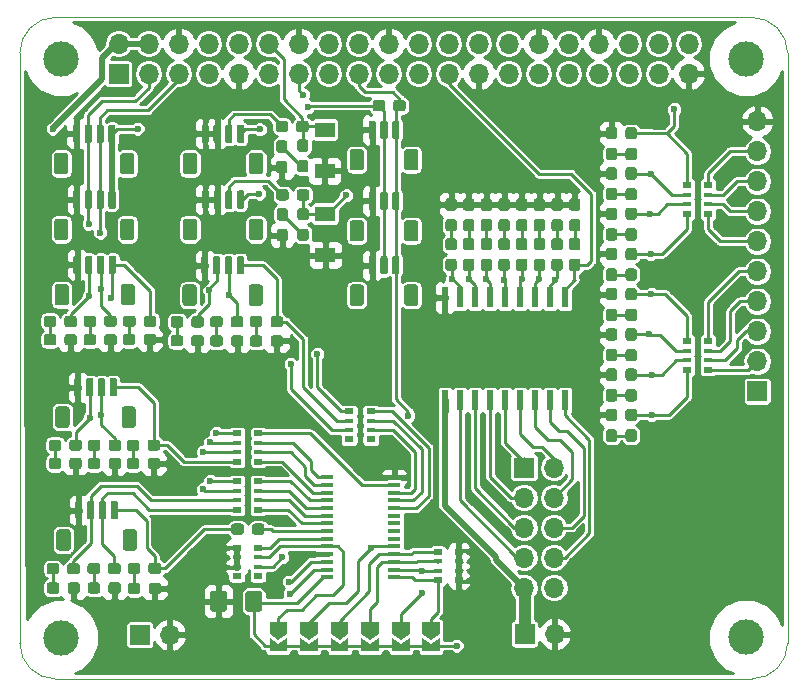
<source format=gbr>
%TF.GenerationSoftware,KiCad,Pcbnew,(5.0.1)-3*%
%TF.CreationDate,2019-03-06T13:22:50-05:00*%
%TF.ProjectId,reef-piHat,726565662D70694861742E6B69636164,rev?*%
%TF.SameCoordinates,Original*%
%TF.FileFunction,Copper,L1,Top,Signal*%
%TF.FilePolarity,Positive*%
%FSLAX46Y46*%
G04 Gerber Fmt 4.6, Leading zero omitted, Abs format (unit mm)*
G04 Created by KiCad (PCBNEW (5.0.1)-3) date 3/6/2019 1:22:50 PM*
%MOMM*%
%LPD*%
G01*
G04 APERTURE LIST*
%ADD10C,0.100000*%
%ADD11C,0.950000*%
%ADD12C,0.600000*%
%ADD13C,1.200000*%
%ADD14R,1.100000X0.400000*%
%ADD15R,1.700000X1.700000*%
%ADD16O,1.700000X1.700000*%
%ADD17C,3.000000*%
%ADD18R,0.600000X1.725000*%
%ADD19C,1.425000*%
%ADD20R,1.700000X1.300000*%
%ADD21C,0.300000*%
%ADD22R,0.800000X0.500000*%
%ADD23R,0.800000X0.400000*%
%ADD24C,0.250000*%
%ADD25C,1.000000*%
%ADD26C,0.600000*%
%ADD27C,0.500000*%
%ADD28C,0.254000*%
G04 APERTURE END LIST*
D10*
X78546356Y-63817611D02*
X78546356Y-113817611D01*
X78546356Y-63817611D02*
G75*
G02X81546356Y-60817611I3000000J0D01*
G01*
X140546356Y-60817611D02*
X81546356Y-60817611D01*
X140546356Y-60817611D02*
G75*
G02X143546356Y-63817611I0J-3000000D01*
G01*
X143546356Y-113817611D02*
X143546356Y-63817611D01*
X81546356Y-116817611D02*
G75*
G02X78546356Y-113817611I0J3000000D01*
G01*
X81546356Y-116817611D02*
X140546356Y-116817611D01*
X143546351Y-113822847D02*
G75*
G02X140546356Y-116817611I-2999995J5236D01*
G01*
G36*
X102789559Y-69576804D02*
X102812614Y-69580223D01*
X102835223Y-69585887D01*
X102857167Y-69593739D01*
X102878237Y-69603704D01*
X102898228Y-69615686D01*
X102916948Y-69629570D01*
X102934218Y-69645222D01*
X102949870Y-69662492D01*
X102963754Y-69681212D01*
X102975736Y-69701203D01*
X102985701Y-69722273D01*
X102993553Y-69744217D01*
X102999217Y-69766826D01*
X103002636Y-69789881D01*
X103003780Y-69813160D01*
X103003780Y-70288160D01*
X103002636Y-70311439D01*
X102999217Y-70334494D01*
X102993553Y-70357103D01*
X102985701Y-70379047D01*
X102975736Y-70400117D01*
X102963754Y-70420108D01*
X102949870Y-70438828D01*
X102934218Y-70456098D01*
X102916948Y-70471750D01*
X102898228Y-70485634D01*
X102878237Y-70497616D01*
X102857167Y-70507581D01*
X102835223Y-70515433D01*
X102812614Y-70521097D01*
X102789559Y-70524516D01*
X102766280Y-70525660D01*
X102191280Y-70525660D01*
X102168001Y-70524516D01*
X102144946Y-70521097D01*
X102122337Y-70515433D01*
X102100393Y-70507581D01*
X102079323Y-70497616D01*
X102059332Y-70485634D01*
X102040612Y-70471750D01*
X102023342Y-70456098D01*
X102007690Y-70438828D01*
X101993806Y-70420108D01*
X101981824Y-70400117D01*
X101971859Y-70379047D01*
X101964007Y-70357103D01*
X101958343Y-70334494D01*
X101954924Y-70311439D01*
X101953780Y-70288160D01*
X101953780Y-69813160D01*
X101954924Y-69789881D01*
X101958343Y-69766826D01*
X101964007Y-69744217D01*
X101971859Y-69722273D01*
X101981824Y-69701203D01*
X101993806Y-69681212D01*
X102007690Y-69662492D01*
X102023342Y-69645222D01*
X102040612Y-69629570D01*
X102059332Y-69615686D01*
X102079323Y-69603704D01*
X102100393Y-69593739D01*
X102122337Y-69585887D01*
X102144946Y-69580223D01*
X102168001Y-69576804D01*
X102191280Y-69575660D01*
X102766280Y-69575660D01*
X102789559Y-69576804D01*
X102789559Y-69576804D01*
G37*
D11*
X102478780Y-70050660D03*
D10*
G36*
X101039559Y-69576804D02*
X101062614Y-69580223D01*
X101085223Y-69585887D01*
X101107167Y-69593739D01*
X101128237Y-69603704D01*
X101148228Y-69615686D01*
X101166948Y-69629570D01*
X101184218Y-69645222D01*
X101199870Y-69662492D01*
X101213754Y-69681212D01*
X101225736Y-69701203D01*
X101235701Y-69722273D01*
X101243553Y-69744217D01*
X101249217Y-69766826D01*
X101252636Y-69789881D01*
X101253780Y-69813160D01*
X101253780Y-70288160D01*
X101252636Y-70311439D01*
X101249217Y-70334494D01*
X101243553Y-70357103D01*
X101235701Y-70379047D01*
X101225736Y-70400117D01*
X101213754Y-70420108D01*
X101199870Y-70438828D01*
X101184218Y-70456098D01*
X101166948Y-70471750D01*
X101148228Y-70485634D01*
X101128237Y-70497616D01*
X101107167Y-70507581D01*
X101085223Y-70515433D01*
X101062614Y-70521097D01*
X101039559Y-70524516D01*
X101016280Y-70525660D01*
X100441280Y-70525660D01*
X100418001Y-70524516D01*
X100394946Y-70521097D01*
X100372337Y-70515433D01*
X100350393Y-70507581D01*
X100329323Y-70497616D01*
X100309332Y-70485634D01*
X100290612Y-70471750D01*
X100273342Y-70456098D01*
X100257690Y-70438828D01*
X100243806Y-70420108D01*
X100231824Y-70400117D01*
X100221859Y-70379047D01*
X100214007Y-70357103D01*
X100208343Y-70334494D01*
X100204924Y-70311439D01*
X100203780Y-70288160D01*
X100203780Y-69813160D01*
X100204924Y-69789881D01*
X100208343Y-69766826D01*
X100214007Y-69744217D01*
X100221859Y-69722273D01*
X100231824Y-69701203D01*
X100243806Y-69681212D01*
X100257690Y-69662492D01*
X100273342Y-69645222D01*
X100290612Y-69629570D01*
X100309332Y-69615686D01*
X100329323Y-69603704D01*
X100350393Y-69593739D01*
X100372337Y-69585887D01*
X100394946Y-69580223D01*
X100418001Y-69576804D01*
X100441280Y-69575660D01*
X101016280Y-69575660D01*
X101039559Y-69576804D01*
X101039559Y-69576804D01*
G37*
D11*
X100728780Y-70050660D03*
D10*
G36*
X100984479Y-72976064D02*
X101007534Y-72979483D01*
X101030143Y-72985147D01*
X101052087Y-72992999D01*
X101073157Y-73002964D01*
X101093148Y-73014946D01*
X101111868Y-73028830D01*
X101129138Y-73044482D01*
X101144790Y-73061752D01*
X101158674Y-73080472D01*
X101170656Y-73100463D01*
X101180621Y-73121533D01*
X101188473Y-73143477D01*
X101194137Y-73166086D01*
X101197556Y-73189141D01*
X101198700Y-73212420D01*
X101198700Y-73787420D01*
X101197556Y-73810699D01*
X101194137Y-73833754D01*
X101188473Y-73856363D01*
X101180621Y-73878307D01*
X101170656Y-73899377D01*
X101158674Y-73919368D01*
X101144790Y-73938088D01*
X101129138Y-73955358D01*
X101111868Y-73971010D01*
X101093148Y-73984894D01*
X101073157Y-73996876D01*
X101052087Y-74006841D01*
X101030143Y-74014693D01*
X101007534Y-74020357D01*
X100984479Y-74023776D01*
X100961200Y-74024920D01*
X100486200Y-74024920D01*
X100462921Y-74023776D01*
X100439866Y-74020357D01*
X100417257Y-74014693D01*
X100395313Y-74006841D01*
X100374243Y-73996876D01*
X100354252Y-73984894D01*
X100335532Y-73971010D01*
X100318262Y-73955358D01*
X100302610Y-73938088D01*
X100288726Y-73919368D01*
X100276744Y-73899377D01*
X100266779Y-73878307D01*
X100258927Y-73856363D01*
X100253263Y-73833754D01*
X100249844Y-73810699D01*
X100248700Y-73787420D01*
X100248700Y-73212420D01*
X100249844Y-73189141D01*
X100253263Y-73166086D01*
X100258927Y-73143477D01*
X100266779Y-73121533D01*
X100276744Y-73100463D01*
X100288726Y-73080472D01*
X100302610Y-73061752D01*
X100318262Y-73044482D01*
X100335532Y-73028830D01*
X100354252Y-73014946D01*
X100374243Y-73002964D01*
X100395313Y-72992999D01*
X100417257Y-72985147D01*
X100439866Y-72979483D01*
X100462921Y-72976064D01*
X100486200Y-72974920D01*
X100961200Y-72974920D01*
X100984479Y-72976064D01*
X100984479Y-72976064D01*
G37*
D11*
X100723700Y-73499920D03*
D10*
G36*
X100984479Y-71226064D02*
X101007534Y-71229483D01*
X101030143Y-71235147D01*
X101052087Y-71242999D01*
X101073157Y-71252964D01*
X101093148Y-71264946D01*
X101111868Y-71278830D01*
X101129138Y-71294482D01*
X101144790Y-71311752D01*
X101158674Y-71330472D01*
X101170656Y-71350463D01*
X101180621Y-71371533D01*
X101188473Y-71393477D01*
X101194137Y-71416086D01*
X101197556Y-71439141D01*
X101198700Y-71462420D01*
X101198700Y-72037420D01*
X101197556Y-72060699D01*
X101194137Y-72083754D01*
X101188473Y-72106363D01*
X101180621Y-72128307D01*
X101170656Y-72149377D01*
X101158674Y-72169368D01*
X101144790Y-72188088D01*
X101129138Y-72205358D01*
X101111868Y-72221010D01*
X101093148Y-72234894D01*
X101073157Y-72246876D01*
X101052087Y-72256841D01*
X101030143Y-72264693D01*
X101007534Y-72270357D01*
X100984479Y-72273776D01*
X100961200Y-72274920D01*
X100486200Y-72274920D01*
X100462921Y-72273776D01*
X100439866Y-72270357D01*
X100417257Y-72264693D01*
X100395313Y-72256841D01*
X100374243Y-72246876D01*
X100354252Y-72234894D01*
X100335532Y-72221010D01*
X100318262Y-72205358D01*
X100302610Y-72188088D01*
X100288726Y-72169368D01*
X100276744Y-72149377D01*
X100266779Y-72128307D01*
X100258927Y-72106363D01*
X100253263Y-72083754D01*
X100249844Y-72060699D01*
X100248700Y-72037420D01*
X100248700Y-71462420D01*
X100249844Y-71439141D01*
X100253263Y-71416086D01*
X100258927Y-71393477D01*
X100266779Y-71371533D01*
X100276744Y-71350463D01*
X100288726Y-71330472D01*
X100302610Y-71311752D01*
X100318262Y-71294482D01*
X100335532Y-71278830D01*
X100354252Y-71264946D01*
X100374243Y-71252964D01*
X100395313Y-71242999D01*
X100417257Y-71235147D01*
X100439866Y-71229483D01*
X100462921Y-71226064D01*
X100486200Y-71224920D01*
X100961200Y-71224920D01*
X100984479Y-71226064D01*
X100984479Y-71226064D01*
G37*
D11*
X100723700Y-71749920D03*
D10*
G36*
X102765019Y-72894784D02*
X102788074Y-72898203D01*
X102810683Y-72903867D01*
X102832627Y-72911719D01*
X102853697Y-72921684D01*
X102873688Y-72933666D01*
X102892408Y-72947550D01*
X102909678Y-72963202D01*
X102925330Y-72980472D01*
X102939214Y-72999192D01*
X102951196Y-73019183D01*
X102961161Y-73040253D01*
X102969013Y-73062197D01*
X102974677Y-73084806D01*
X102978096Y-73107861D01*
X102979240Y-73131140D01*
X102979240Y-73706140D01*
X102978096Y-73729419D01*
X102974677Y-73752474D01*
X102969013Y-73775083D01*
X102961161Y-73797027D01*
X102951196Y-73818097D01*
X102939214Y-73838088D01*
X102925330Y-73856808D01*
X102909678Y-73874078D01*
X102892408Y-73889730D01*
X102873688Y-73903614D01*
X102853697Y-73915596D01*
X102832627Y-73925561D01*
X102810683Y-73933413D01*
X102788074Y-73939077D01*
X102765019Y-73942496D01*
X102741740Y-73943640D01*
X102266740Y-73943640D01*
X102243461Y-73942496D01*
X102220406Y-73939077D01*
X102197797Y-73933413D01*
X102175853Y-73925561D01*
X102154783Y-73915596D01*
X102134792Y-73903614D01*
X102116072Y-73889730D01*
X102098802Y-73874078D01*
X102083150Y-73856808D01*
X102069266Y-73838088D01*
X102057284Y-73818097D01*
X102047319Y-73797027D01*
X102039467Y-73775083D01*
X102033803Y-73752474D01*
X102030384Y-73729419D01*
X102029240Y-73706140D01*
X102029240Y-73131140D01*
X102030384Y-73107861D01*
X102033803Y-73084806D01*
X102039467Y-73062197D01*
X102047319Y-73040253D01*
X102057284Y-73019183D01*
X102069266Y-72999192D01*
X102083150Y-72980472D01*
X102098802Y-72963202D01*
X102116072Y-72947550D01*
X102134792Y-72933666D01*
X102154783Y-72921684D01*
X102175853Y-72911719D01*
X102197797Y-72903867D01*
X102220406Y-72898203D01*
X102243461Y-72894784D01*
X102266740Y-72893640D01*
X102741740Y-72893640D01*
X102765019Y-72894784D01*
X102765019Y-72894784D01*
G37*
D11*
X102504240Y-73418640D03*
D10*
G36*
X102765019Y-71144784D02*
X102788074Y-71148203D01*
X102810683Y-71153867D01*
X102832627Y-71161719D01*
X102853697Y-71171684D01*
X102873688Y-71183666D01*
X102892408Y-71197550D01*
X102909678Y-71213202D01*
X102925330Y-71230472D01*
X102939214Y-71249192D01*
X102951196Y-71269183D01*
X102961161Y-71290253D01*
X102969013Y-71312197D01*
X102974677Y-71334806D01*
X102978096Y-71357861D01*
X102979240Y-71381140D01*
X102979240Y-71956140D01*
X102978096Y-71979419D01*
X102974677Y-72002474D01*
X102969013Y-72025083D01*
X102961161Y-72047027D01*
X102951196Y-72068097D01*
X102939214Y-72088088D01*
X102925330Y-72106808D01*
X102909678Y-72124078D01*
X102892408Y-72139730D01*
X102873688Y-72153614D01*
X102853697Y-72165596D01*
X102832627Y-72175561D01*
X102810683Y-72183413D01*
X102788074Y-72189077D01*
X102765019Y-72192496D01*
X102741740Y-72193640D01*
X102266740Y-72193640D01*
X102243461Y-72192496D01*
X102220406Y-72189077D01*
X102197797Y-72183413D01*
X102175853Y-72175561D01*
X102154783Y-72165596D01*
X102134792Y-72153614D01*
X102116072Y-72139730D01*
X102098802Y-72124078D01*
X102083150Y-72106808D01*
X102069266Y-72088088D01*
X102057284Y-72068097D01*
X102047319Y-72047027D01*
X102039467Y-72025083D01*
X102033803Y-72002474D01*
X102030384Y-71979419D01*
X102029240Y-71956140D01*
X102029240Y-71381140D01*
X102030384Y-71357861D01*
X102033803Y-71334806D01*
X102039467Y-71312197D01*
X102047319Y-71290253D01*
X102057284Y-71269183D01*
X102069266Y-71249192D01*
X102083150Y-71230472D01*
X102098802Y-71213202D01*
X102116072Y-71197550D01*
X102134792Y-71183666D01*
X102154783Y-71171684D01*
X102175853Y-71161719D01*
X102197797Y-71153867D01*
X102220406Y-71148203D01*
X102243461Y-71144784D01*
X102266740Y-71143640D01*
X102741740Y-71143640D01*
X102765019Y-71144784D01*
X102765019Y-71144784D01*
G37*
D11*
X102504240Y-71668640D03*
D10*
G36*
X97409083Y-69890822D02*
X97423644Y-69892982D01*
X97437923Y-69896559D01*
X97451783Y-69901518D01*
X97465090Y-69907812D01*
X97477716Y-69915380D01*
X97489539Y-69924148D01*
X97500446Y-69934034D01*
X97510332Y-69944941D01*
X97519100Y-69956764D01*
X97526668Y-69969390D01*
X97532962Y-69982697D01*
X97537921Y-69996557D01*
X97541498Y-70010836D01*
X97543658Y-70025397D01*
X97544380Y-70040100D01*
X97544380Y-71290100D01*
X97543658Y-71304803D01*
X97541498Y-71319364D01*
X97537921Y-71333643D01*
X97532962Y-71347503D01*
X97526668Y-71360810D01*
X97519100Y-71373436D01*
X97510332Y-71385259D01*
X97500446Y-71396166D01*
X97489539Y-71406052D01*
X97477716Y-71414820D01*
X97465090Y-71422388D01*
X97451783Y-71428682D01*
X97437923Y-71433641D01*
X97423644Y-71437218D01*
X97409083Y-71439378D01*
X97394380Y-71440100D01*
X97094380Y-71440100D01*
X97079677Y-71439378D01*
X97065116Y-71437218D01*
X97050837Y-71433641D01*
X97036977Y-71428682D01*
X97023670Y-71422388D01*
X97011044Y-71414820D01*
X96999221Y-71406052D01*
X96988314Y-71396166D01*
X96978428Y-71385259D01*
X96969660Y-71373436D01*
X96962092Y-71360810D01*
X96955798Y-71347503D01*
X96950839Y-71333643D01*
X96947262Y-71319364D01*
X96945102Y-71304803D01*
X96944380Y-71290100D01*
X96944380Y-70040100D01*
X96945102Y-70025397D01*
X96947262Y-70010836D01*
X96950839Y-69996557D01*
X96955798Y-69982697D01*
X96962092Y-69969390D01*
X96969660Y-69956764D01*
X96978428Y-69944941D01*
X96988314Y-69934034D01*
X96999221Y-69924148D01*
X97011044Y-69915380D01*
X97023670Y-69907812D01*
X97036977Y-69901518D01*
X97050837Y-69896559D01*
X97065116Y-69892982D01*
X97079677Y-69890822D01*
X97094380Y-69890100D01*
X97394380Y-69890100D01*
X97409083Y-69890822D01*
X97409083Y-69890822D01*
G37*
D12*
X97244380Y-70665100D03*
D10*
G36*
X96409083Y-69890822D02*
X96423644Y-69892982D01*
X96437923Y-69896559D01*
X96451783Y-69901518D01*
X96465090Y-69907812D01*
X96477716Y-69915380D01*
X96489539Y-69924148D01*
X96500446Y-69934034D01*
X96510332Y-69944941D01*
X96519100Y-69956764D01*
X96526668Y-69969390D01*
X96532962Y-69982697D01*
X96537921Y-69996557D01*
X96541498Y-70010836D01*
X96543658Y-70025397D01*
X96544380Y-70040100D01*
X96544380Y-71290100D01*
X96543658Y-71304803D01*
X96541498Y-71319364D01*
X96537921Y-71333643D01*
X96532962Y-71347503D01*
X96526668Y-71360810D01*
X96519100Y-71373436D01*
X96510332Y-71385259D01*
X96500446Y-71396166D01*
X96489539Y-71406052D01*
X96477716Y-71414820D01*
X96465090Y-71422388D01*
X96451783Y-71428682D01*
X96437923Y-71433641D01*
X96423644Y-71437218D01*
X96409083Y-71439378D01*
X96394380Y-71440100D01*
X96094380Y-71440100D01*
X96079677Y-71439378D01*
X96065116Y-71437218D01*
X96050837Y-71433641D01*
X96036977Y-71428682D01*
X96023670Y-71422388D01*
X96011044Y-71414820D01*
X95999221Y-71406052D01*
X95988314Y-71396166D01*
X95978428Y-71385259D01*
X95969660Y-71373436D01*
X95962092Y-71360810D01*
X95955798Y-71347503D01*
X95950839Y-71333643D01*
X95947262Y-71319364D01*
X95945102Y-71304803D01*
X95944380Y-71290100D01*
X95944380Y-70040100D01*
X95945102Y-70025397D01*
X95947262Y-70010836D01*
X95950839Y-69996557D01*
X95955798Y-69982697D01*
X95962092Y-69969390D01*
X95969660Y-69956764D01*
X95978428Y-69944941D01*
X95988314Y-69934034D01*
X95999221Y-69924148D01*
X96011044Y-69915380D01*
X96023670Y-69907812D01*
X96036977Y-69901518D01*
X96050837Y-69896559D01*
X96065116Y-69892982D01*
X96079677Y-69890822D01*
X96094380Y-69890100D01*
X96394380Y-69890100D01*
X96409083Y-69890822D01*
X96409083Y-69890822D01*
G37*
D12*
X96244380Y-70665100D03*
D10*
G36*
X95409083Y-69890822D02*
X95423644Y-69892982D01*
X95437923Y-69896559D01*
X95451783Y-69901518D01*
X95465090Y-69907812D01*
X95477716Y-69915380D01*
X95489539Y-69924148D01*
X95500446Y-69934034D01*
X95510332Y-69944941D01*
X95519100Y-69956764D01*
X95526668Y-69969390D01*
X95532962Y-69982697D01*
X95537921Y-69996557D01*
X95541498Y-70010836D01*
X95543658Y-70025397D01*
X95544380Y-70040100D01*
X95544380Y-71290100D01*
X95543658Y-71304803D01*
X95541498Y-71319364D01*
X95537921Y-71333643D01*
X95532962Y-71347503D01*
X95526668Y-71360810D01*
X95519100Y-71373436D01*
X95510332Y-71385259D01*
X95500446Y-71396166D01*
X95489539Y-71406052D01*
X95477716Y-71414820D01*
X95465090Y-71422388D01*
X95451783Y-71428682D01*
X95437923Y-71433641D01*
X95423644Y-71437218D01*
X95409083Y-71439378D01*
X95394380Y-71440100D01*
X95094380Y-71440100D01*
X95079677Y-71439378D01*
X95065116Y-71437218D01*
X95050837Y-71433641D01*
X95036977Y-71428682D01*
X95023670Y-71422388D01*
X95011044Y-71414820D01*
X94999221Y-71406052D01*
X94988314Y-71396166D01*
X94978428Y-71385259D01*
X94969660Y-71373436D01*
X94962092Y-71360810D01*
X94955798Y-71347503D01*
X94950839Y-71333643D01*
X94947262Y-71319364D01*
X94945102Y-71304803D01*
X94944380Y-71290100D01*
X94944380Y-70040100D01*
X94945102Y-70025397D01*
X94947262Y-70010836D01*
X94950839Y-69996557D01*
X94955798Y-69982697D01*
X94962092Y-69969390D01*
X94969660Y-69956764D01*
X94978428Y-69944941D01*
X94988314Y-69934034D01*
X94999221Y-69924148D01*
X95011044Y-69915380D01*
X95023670Y-69907812D01*
X95036977Y-69901518D01*
X95050837Y-69896559D01*
X95065116Y-69892982D01*
X95079677Y-69890822D01*
X95094380Y-69890100D01*
X95394380Y-69890100D01*
X95409083Y-69890822D01*
X95409083Y-69890822D01*
G37*
D12*
X95244380Y-70665100D03*
D10*
G36*
X94409083Y-69890822D02*
X94423644Y-69892982D01*
X94437923Y-69896559D01*
X94451783Y-69901518D01*
X94465090Y-69907812D01*
X94477716Y-69915380D01*
X94489539Y-69924148D01*
X94500446Y-69934034D01*
X94510332Y-69944941D01*
X94519100Y-69956764D01*
X94526668Y-69969390D01*
X94532962Y-69982697D01*
X94537921Y-69996557D01*
X94541498Y-70010836D01*
X94543658Y-70025397D01*
X94544380Y-70040100D01*
X94544380Y-71290100D01*
X94543658Y-71304803D01*
X94541498Y-71319364D01*
X94537921Y-71333643D01*
X94532962Y-71347503D01*
X94526668Y-71360810D01*
X94519100Y-71373436D01*
X94510332Y-71385259D01*
X94500446Y-71396166D01*
X94489539Y-71406052D01*
X94477716Y-71414820D01*
X94465090Y-71422388D01*
X94451783Y-71428682D01*
X94437923Y-71433641D01*
X94423644Y-71437218D01*
X94409083Y-71439378D01*
X94394380Y-71440100D01*
X94094380Y-71440100D01*
X94079677Y-71439378D01*
X94065116Y-71437218D01*
X94050837Y-71433641D01*
X94036977Y-71428682D01*
X94023670Y-71422388D01*
X94011044Y-71414820D01*
X93999221Y-71406052D01*
X93988314Y-71396166D01*
X93978428Y-71385259D01*
X93969660Y-71373436D01*
X93962092Y-71360810D01*
X93955798Y-71347503D01*
X93950839Y-71333643D01*
X93947262Y-71319364D01*
X93945102Y-71304803D01*
X93944380Y-71290100D01*
X93944380Y-70040100D01*
X93945102Y-70025397D01*
X93947262Y-70010836D01*
X93950839Y-69996557D01*
X93955798Y-69982697D01*
X93962092Y-69969390D01*
X93969660Y-69956764D01*
X93978428Y-69944941D01*
X93988314Y-69934034D01*
X93999221Y-69924148D01*
X94011044Y-69915380D01*
X94023670Y-69907812D01*
X94036977Y-69901518D01*
X94050837Y-69896559D01*
X94065116Y-69892982D01*
X94079677Y-69890822D01*
X94094380Y-69890100D01*
X94394380Y-69890100D01*
X94409083Y-69890822D01*
X94409083Y-69890822D01*
G37*
D12*
X94244380Y-70665100D03*
D10*
G36*
X98918885Y-72291304D02*
X98943153Y-72294904D01*
X98966952Y-72300865D01*
X98990051Y-72309130D01*
X99012230Y-72319620D01*
X99033273Y-72332232D01*
X99052979Y-72346847D01*
X99071157Y-72363323D01*
X99087633Y-72381501D01*
X99102248Y-72401207D01*
X99114860Y-72422250D01*
X99125350Y-72444429D01*
X99133615Y-72467528D01*
X99139576Y-72491327D01*
X99143176Y-72515595D01*
X99144380Y-72540099D01*
X99144380Y-73840101D01*
X99143176Y-73864605D01*
X99139576Y-73888873D01*
X99133615Y-73912672D01*
X99125350Y-73935771D01*
X99114860Y-73957950D01*
X99102248Y-73978993D01*
X99087633Y-73998699D01*
X99071157Y-74016877D01*
X99052979Y-74033353D01*
X99033273Y-74047968D01*
X99012230Y-74060580D01*
X98990051Y-74071070D01*
X98966952Y-74079335D01*
X98943153Y-74085296D01*
X98918885Y-74088896D01*
X98894381Y-74090100D01*
X98194379Y-74090100D01*
X98169875Y-74088896D01*
X98145607Y-74085296D01*
X98121808Y-74079335D01*
X98098709Y-74071070D01*
X98076530Y-74060580D01*
X98055487Y-74047968D01*
X98035781Y-74033353D01*
X98017603Y-74016877D01*
X98001127Y-73998699D01*
X97986512Y-73978993D01*
X97973900Y-73957950D01*
X97963410Y-73935771D01*
X97955145Y-73912672D01*
X97949184Y-73888873D01*
X97945584Y-73864605D01*
X97944380Y-73840101D01*
X97944380Y-72540099D01*
X97945584Y-72515595D01*
X97949184Y-72491327D01*
X97955145Y-72467528D01*
X97963410Y-72444429D01*
X97973900Y-72422250D01*
X97986512Y-72401207D01*
X98001127Y-72381501D01*
X98017603Y-72363323D01*
X98035781Y-72346847D01*
X98055487Y-72332232D01*
X98076530Y-72319620D01*
X98098709Y-72309130D01*
X98121808Y-72300865D01*
X98145607Y-72294904D01*
X98169875Y-72291304D01*
X98194379Y-72290100D01*
X98894381Y-72290100D01*
X98918885Y-72291304D01*
X98918885Y-72291304D01*
G37*
D13*
X98544380Y-73190100D03*
D10*
G36*
X93318885Y-72291304D02*
X93343153Y-72294904D01*
X93366952Y-72300865D01*
X93390051Y-72309130D01*
X93412230Y-72319620D01*
X93433273Y-72332232D01*
X93452979Y-72346847D01*
X93471157Y-72363323D01*
X93487633Y-72381501D01*
X93502248Y-72401207D01*
X93514860Y-72422250D01*
X93525350Y-72444429D01*
X93533615Y-72467528D01*
X93539576Y-72491327D01*
X93543176Y-72515595D01*
X93544380Y-72540099D01*
X93544380Y-73840101D01*
X93543176Y-73864605D01*
X93539576Y-73888873D01*
X93533615Y-73912672D01*
X93525350Y-73935771D01*
X93514860Y-73957950D01*
X93502248Y-73978993D01*
X93487633Y-73998699D01*
X93471157Y-74016877D01*
X93452979Y-74033353D01*
X93433273Y-74047968D01*
X93412230Y-74060580D01*
X93390051Y-74071070D01*
X93366952Y-74079335D01*
X93343153Y-74085296D01*
X93318885Y-74088896D01*
X93294381Y-74090100D01*
X92594379Y-74090100D01*
X92569875Y-74088896D01*
X92545607Y-74085296D01*
X92521808Y-74079335D01*
X92498709Y-74071070D01*
X92476530Y-74060580D01*
X92455487Y-74047968D01*
X92435781Y-74033353D01*
X92417603Y-74016877D01*
X92401127Y-73998699D01*
X92386512Y-73978993D01*
X92373900Y-73957950D01*
X92363410Y-73935771D01*
X92355145Y-73912672D01*
X92349184Y-73888873D01*
X92345584Y-73864605D01*
X92344380Y-73840101D01*
X92344380Y-72540099D01*
X92345584Y-72515595D01*
X92349184Y-72491327D01*
X92355145Y-72467528D01*
X92363410Y-72444429D01*
X92373900Y-72422250D01*
X92386512Y-72401207D01*
X92401127Y-72381501D01*
X92417603Y-72363323D01*
X92435781Y-72346847D01*
X92455487Y-72332232D01*
X92476530Y-72319620D01*
X92498709Y-72309130D01*
X92521808Y-72300865D01*
X92545607Y-72294904D01*
X92569875Y-72291304D01*
X92594379Y-72290100D01*
X93294381Y-72290100D01*
X93318885Y-72291304D01*
X93318885Y-72291304D01*
G37*
D13*
X92944380Y-73190100D03*
D14*
X110241200Y-108212600D03*
X110241200Y-107562600D03*
X110241200Y-106912600D03*
X110241200Y-106262600D03*
X110241200Y-105612600D03*
X110241200Y-104962600D03*
X110241200Y-104312600D03*
X110241200Y-103662600D03*
X110241200Y-103012600D03*
X110241200Y-102362600D03*
X110241200Y-101712600D03*
X110241200Y-101062600D03*
X110241200Y-100412600D03*
X110241200Y-99762600D03*
X104541200Y-99762600D03*
X104541200Y-100412600D03*
X104541200Y-101062600D03*
X104541200Y-101712600D03*
X104541200Y-102362600D03*
X104541200Y-103012600D03*
X104541200Y-103662600D03*
X104541200Y-104312600D03*
X104541200Y-104962600D03*
X104541200Y-105612600D03*
X104541200Y-106262600D03*
X104541200Y-106912600D03*
X104541200Y-107562600D03*
X104541200Y-108212600D03*
D15*
X86920000Y-65590000D03*
D16*
X86920000Y-63050000D03*
X89460000Y-65590000D03*
X89460000Y-63050000D03*
X92000000Y-65590000D03*
X92000000Y-63050000D03*
X94540000Y-65590000D03*
X94540000Y-63050000D03*
X97080000Y-65590000D03*
X97080000Y-63050000D03*
X99620000Y-65590000D03*
X99620000Y-63050000D03*
X102160000Y-65590000D03*
X102160000Y-63050000D03*
X104700000Y-65590000D03*
X104700000Y-63050000D03*
X107240000Y-65590000D03*
X107240000Y-63050000D03*
X109780000Y-65590000D03*
X109780000Y-63050000D03*
X112320000Y-65590000D03*
X112320000Y-63050000D03*
X114860000Y-65590000D03*
X114860000Y-63050000D03*
X117400000Y-65590000D03*
X117400000Y-63050000D03*
X119940000Y-65590000D03*
X119940000Y-63050000D03*
X122480000Y-65590000D03*
X122480000Y-63050000D03*
X125020000Y-65590000D03*
X125020000Y-63050000D03*
X127560000Y-65590000D03*
X127560000Y-63050000D03*
X130100000Y-65590000D03*
X130100000Y-63050000D03*
X132640000Y-65590000D03*
X132640000Y-63050000D03*
X135180000Y-65590000D03*
X135180000Y-63050000D03*
D17*
X82040000Y-64310000D03*
X140040000Y-64330000D03*
X82040000Y-113320000D03*
X140030000Y-113310000D03*
D15*
X88709500Y-113093500D03*
D16*
X91249500Y-113093500D03*
D18*
X124696220Y-84522260D03*
X123426220Y-84522260D03*
X122156220Y-84522260D03*
X120886220Y-84522260D03*
X119616220Y-84522260D03*
X118346220Y-84522260D03*
X117076220Y-84522260D03*
X115806220Y-84522260D03*
X114536220Y-84522260D03*
X124696220Y-93247260D03*
X123426220Y-93247260D03*
X122156220Y-93247260D03*
X120886220Y-93247260D03*
X119616220Y-93247260D03*
X118346220Y-93247260D03*
X117076220Y-93247260D03*
X115806220Y-93247260D03*
X114536220Y-93247260D03*
D10*
G36*
X98828184Y-109374904D02*
X98852453Y-109378504D01*
X98876251Y-109384465D01*
X98899351Y-109392730D01*
X98921529Y-109403220D01*
X98942573Y-109415833D01*
X98962278Y-109430447D01*
X98980457Y-109446923D01*
X98996933Y-109465102D01*
X99011547Y-109484807D01*
X99024160Y-109505851D01*
X99034650Y-109528029D01*
X99042915Y-109551129D01*
X99048876Y-109574927D01*
X99052476Y-109599196D01*
X99053680Y-109623700D01*
X99053680Y-110873700D01*
X99052476Y-110898204D01*
X99048876Y-110922473D01*
X99042915Y-110946271D01*
X99034650Y-110969371D01*
X99024160Y-110991549D01*
X99011547Y-111012593D01*
X98996933Y-111032298D01*
X98980457Y-111050477D01*
X98962278Y-111066953D01*
X98942573Y-111081567D01*
X98921529Y-111094180D01*
X98899351Y-111104670D01*
X98876251Y-111112935D01*
X98852453Y-111118896D01*
X98828184Y-111122496D01*
X98803680Y-111123700D01*
X97878680Y-111123700D01*
X97854176Y-111122496D01*
X97829907Y-111118896D01*
X97806109Y-111112935D01*
X97783009Y-111104670D01*
X97760831Y-111094180D01*
X97739787Y-111081567D01*
X97720082Y-111066953D01*
X97701903Y-111050477D01*
X97685427Y-111032298D01*
X97670813Y-111012593D01*
X97658200Y-110991549D01*
X97647710Y-110969371D01*
X97639445Y-110946271D01*
X97633484Y-110922473D01*
X97629884Y-110898204D01*
X97628680Y-110873700D01*
X97628680Y-109623700D01*
X97629884Y-109599196D01*
X97633484Y-109574927D01*
X97639445Y-109551129D01*
X97647710Y-109528029D01*
X97658200Y-109505851D01*
X97670813Y-109484807D01*
X97685427Y-109465102D01*
X97701903Y-109446923D01*
X97720082Y-109430447D01*
X97739787Y-109415833D01*
X97760831Y-109403220D01*
X97783009Y-109392730D01*
X97806109Y-109384465D01*
X97829907Y-109378504D01*
X97854176Y-109374904D01*
X97878680Y-109373700D01*
X98803680Y-109373700D01*
X98828184Y-109374904D01*
X98828184Y-109374904D01*
G37*
D19*
X98341180Y-110248700D03*
D10*
G36*
X95853184Y-109374904D02*
X95877453Y-109378504D01*
X95901251Y-109384465D01*
X95924351Y-109392730D01*
X95946529Y-109403220D01*
X95967573Y-109415833D01*
X95987278Y-109430447D01*
X96005457Y-109446923D01*
X96021933Y-109465102D01*
X96036547Y-109484807D01*
X96049160Y-109505851D01*
X96059650Y-109528029D01*
X96067915Y-109551129D01*
X96073876Y-109574927D01*
X96077476Y-109599196D01*
X96078680Y-109623700D01*
X96078680Y-110873700D01*
X96077476Y-110898204D01*
X96073876Y-110922473D01*
X96067915Y-110946271D01*
X96059650Y-110969371D01*
X96049160Y-110991549D01*
X96036547Y-111012593D01*
X96021933Y-111032298D01*
X96005457Y-111050477D01*
X95987278Y-111066953D01*
X95967573Y-111081567D01*
X95946529Y-111094180D01*
X95924351Y-111104670D01*
X95901251Y-111112935D01*
X95877453Y-111118896D01*
X95853184Y-111122496D01*
X95828680Y-111123700D01*
X94903680Y-111123700D01*
X94879176Y-111122496D01*
X94854907Y-111118896D01*
X94831109Y-111112935D01*
X94808009Y-111104670D01*
X94785831Y-111094180D01*
X94764787Y-111081567D01*
X94745082Y-111066953D01*
X94726903Y-111050477D01*
X94710427Y-111032298D01*
X94695813Y-111012593D01*
X94683200Y-110991549D01*
X94672710Y-110969371D01*
X94664445Y-110946271D01*
X94658484Y-110922473D01*
X94654884Y-110898204D01*
X94653680Y-110873700D01*
X94653680Y-109623700D01*
X94654884Y-109599196D01*
X94658484Y-109574927D01*
X94664445Y-109551129D01*
X94672710Y-109528029D01*
X94683200Y-109505851D01*
X94695813Y-109484807D01*
X94710427Y-109465102D01*
X94726903Y-109446923D01*
X94745082Y-109430447D01*
X94764787Y-109415833D01*
X94785831Y-109403220D01*
X94808009Y-109392730D01*
X94831109Y-109384465D01*
X94854907Y-109378504D01*
X94879176Y-109374904D01*
X94903680Y-109373700D01*
X95828680Y-109373700D01*
X95853184Y-109374904D01*
X95853184Y-109374904D01*
G37*
D19*
X95366180Y-110248700D03*
D15*
X140970000Y-92456000D03*
D16*
X140970000Y-89916000D03*
X140970000Y-87376000D03*
X140970000Y-84836000D03*
X140970000Y-82296000D03*
X140970000Y-79756000D03*
X140970000Y-77216000D03*
X140970000Y-74676000D03*
X140970000Y-72136000D03*
X140970000Y-69596000D03*
D15*
X121292620Y-113022380D03*
D16*
X123832620Y-113022380D03*
D15*
X121229120Y-98925380D03*
D16*
X123769120Y-98925380D03*
X121229120Y-101465380D03*
X123769120Y-101465380D03*
X121229120Y-104005380D03*
X123769120Y-104005380D03*
X121229120Y-106545380D03*
X123769120Y-106545380D03*
X121229120Y-109085380D03*
X123769120Y-109085380D03*
D10*
G36*
X101085339Y-75370544D02*
X101108394Y-75373963D01*
X101131003Y-75379627D01*
X101152947Y-75387479D01*
X101174017Y-75397444D01*
X101194008Y-75409426D01*
X101212728Y-75423310D01*
X101229998Y-75438962D01*
X101245650Y-75456232D01*
X101259534Y-75474952D01*
X101271516Y-75494943D01*
X101281481Y-75516013D01*
X101289333Y-75537957D01*
X101294997Y-75560566D01*
X101298416Y-75583621D01*
X101299560Y-75606900D01*
X101299560Y-76081900D01*
X101298416Y-76105179D01*
X101294997Y-76128234D01*
X101289333Y-76150843D01*
X101281481Y-76172787D01*
X101271516Y-76193857D01*
X101259534Y-76213848D01*
X101245650Y-76232568D01*
X101229998Y-76249838D01*
X101212728Y-76265490D01*
X101194008Y-76279374D01*
X101174017Y-76291356D01*
X101152947Y-76301321D01*
X101131003Y-76309173D01*
X101108394Y-76314837D01*
X101085339Y-76318256D01*
X101062060Y-76319400D01*
X100487060Y-76319400D01*
X100463781Y-76318256D01*
X100440726Y-76314837D01*
X100418117Y-76309173D01*
X100396173Y-76301321D01*
X100375103Y-76291356D01*
X100355112Y-76279374D01*
X100336392Y-76265490D01*
X100319122Y-76249838D01*
X100303470Y-76232568D01*
X100289586Y-76213848D01*
X100277604Y-76193857D01*
X100267639Y-76172787D01*
X100259787Y-76150843D01*
X100254123Y-76128234D01*
X100250704Y-76105179D01*
X100249560Y-76081900D01*
X100249560Y-75606900D01*
X100250704Y-75583621D01*
X100254123Y-75560566D01*
X100259787Y-75537957D01*
X100267639Y-75516013D01*
X100277604Y-75494943D01*
X100289586Y-75474952D01*
X100303470Y-75456232D01*
X100319122Y-75438962D01*
X100336392Y-75423310D01*
X100355112Y-75409426D01*
X100375103Y-75397444D01*
X100396173Y-75387479D01*
X100418117Y-75379627D01*
X100440726Y-75373963D01*
X100463781Y-75370544D01*
X100487060Y-75369400D01*
X101062060Y-75369400D01*
X101085339Y-75370544D01*
X101085339Y-75370544D01*
G37*
D11*
X100774560Y-75844400D03*
D10*
G36*
X102835339Y-75370544D02*
X102858394Y-75373963D01*
X102881003Y-75379627D01*
X102902947Y-75387479D01*
X102924017Y-75397444D01*
X102944008Y-75409426D01*
X102962728Y-75423310D01*
X102979998Y-75438962D01*
X102995650Y-75456232D01*
X103009534Y-75474952D01*
X103021516Y-75494943D01*
X103031481Y-75516013D01*
X103039333Y-75537957D01*
X103044997Y-75560566D01*
X103048416Y-75583621D01*
X103049560Y-75606900D01*
X103049560Y-76081900D01*
X103048416Y-76105179D01*
X103044997Y-76128234D01*
X103039333Y-76150843D01*
X103031481Y-76172787D01*
X103021516Y-76193857D01*
X103009534Y-76213848D01*
X102995650Y-76232568D01*
X102979998Y-76249838D01*
X102962728Y-76265490D01*
X102944008Y-76279374D01*
X102924017Y-76291356D01*
X102902947Y-76301321D01*
X102881003Y-76309173D01*
X102858394Y-76314837D01*
X102835339Y-76318256D01*
X102812060Y-76319400D01*
X102237060Y-76319400D01*
X102213781Y-76318256D01*
X102190726Y-76314837D01*
X102168117Y-76309173D01*
X102146173Y-76301321D01*
X102125103Y-76291356D01*
X102105112Y-76279374D01*
X102086392Y-76265490D01*
X102069122Y-76249838D01*
X102053470Y-76232568D01*
X102039586Y-76213848D01*
X102027604Y-76193857D01*
X102017639Y-76172787D01*
X102009787Y-76150843D01*
X102004123Y-76128234D01*
X102000704Y-76105179D01*
X101999560Y-76081900D01*
X101999560Y-75606900D01*
X102000704Y-75583621D01*
X102004123Y-75560566D01*
X102009787Y-75537957D01*
X102017639Y-75516013D01*
X102027604Y-75494943D01*
X102039586Y-75474952D01*
X102053470Y-75456232D01*
X102069122Y-75438962D01*
X102086392Y-75423310D01*
X102105112Y-75409426D01*
X102125103Y-75397444D01*
X102146173Y-75387479D01*
X102168117Y-75379627D01*
X102190726Y-75373963D01*
X102213781Y-75370544D01*
X102237060Y-75369400D01*
X102812060Y-75369400D01*
X102835339Y-75370544D01*
X102835339Y-75370544D01*
G37*
D11*
X102524560Y-75844400D03*
D20*
X104396540Y-77436980D03*
X104396540Y-80936980D03*
X104373680Y-73807200D03*
X104373680Y-70307200D03*
D21*
X113365280Y-112547740D03*
D10*
G36*
X113365280Y-113547740D02*
X112615280Y-113047740D01*
X112615280Y-112047740D01*
X114115280Y-112047740D01*
X114115280Y-113047740D01*
X113365280Y-113547740D01*
X113365280Y-113547740D01*
G37*
D21*
X113365280Y-113997740D03*
D10*
G36*
X112615280Y-114497740D02*
X112615280Y-113347740D01*
X113365280Y-113847740D01*
X114115280Y-113347740D01*
X114115280Y-114497740D01*
X112615280Y-114497740D01*
X112615280Y-114497740D01*
G37*
D21*
X110799880Y-113997740D03*
D10*
G36*
X110049880Y-114497740D02*
X110049880Y-113347740D01*
X110799880Y-113847740D01*
X111549880Y-113347740D01*
X111549880Y-114497740D01*
X110049880Y-114497740D01*
X110049880Y-114497740D01*
G37*
D21*
X110799880Y-112547740D03*
D10*
G36*
X110799880Y-113547740D02*
X110049880Y-113047740D01*
X110049880Y-112047740D01*
X111549880Y-112047740D01*
X111549880Y-113047740D01*
X110799880Y-113547740D01*
X110799880Y-113547740D01*
G37*
D21*
X108209080Y-112547740D03*
D10*
G36*
X108209080Y-113547740D02*
X107459080Y-113047740D01*
X107459080Y-112047740D01*
X108959080Y-112047740D01*
X108959080Y-113047740D01*
X108209080Y-113547740D01*
X108209080Y-113547740D01*
G37*
D21*
X108209080Y-113997740D03*
D10*
G36*
X107459080Y-114497740D02*
X107459080Y-113347740D01*
X108209080Y-113847740D01*
X108959080Y-113347740D01*
X108959080Y-114497740D01*
X107459080Y-114497740D01*
X107459080Y-114497740D01*
G37*
D21*
X105618280Y-113997740D03*
D10*
G36*
X104868280Y-114497740D02*
X104868280Y-113347740D01*
X105618280Y-113847740D01*
X106368280Y-113347740D01*
X106368280Y-114497740D01*
X104868280Y-114497740D01*
X104868280Y-114497740D01*
G37*
D21*
X105618280Y-112547740D03*
D10*
G36*
X105618280Y-113547740D02*
X104868280Y-113047740D01*
X104868280Y-112047740D01*
X106368280Y-112047740D01*
X106368280Y-113047740D01*
X105618280Y-113547740D01*
X105618280Y-113547740D01*
G37*
D22*
X115722400Y-108460540D03*
D23*
X115722400Y-106860540D03*
X115722400Y-107660540D03*
D22*
X115722400Y-106060540D03*
D23*
X113922400Y-107660540D03*
D22*
X113922400Y-108460540D03*
D23*
X113922400Y-106860540D03*
D22*
X113922400Y-106060540D03*
X106444640Y-94150480D03*
D23*
X106444640Y-95750480D03*
X106444640Y-94950480D03*
D22*
X106444640Y-96550480D03*
D23*
X108244640Y-94950480D03*
D22*
X108244640Y-94150480D03*
D23*
X108244640Y-95750480D03*
D22*
X108244640Y-96550480D03*
X96901000Y-100089000D03*
D23*
X96901000Y-101689000D03*
X96901000Y-100889000D03*
D22*
X96901000Y-102489000D03*
D23*
X98701000Y-100889000D03*
D22*
X98701000Y-100089000D03*
D23*
X98701000Y-101689000D03*
D22*
X98701000Y-102489000D03*
X98753500Y-98418500D03*
D23*
X98753500Y-97618500D03*
D22*
X98753500Y-96018500D03*
D23*
X98753500Y-96818500D03*
D22*
X96953500Y-98418500D03*
D23*
X96953500Y-96818500D03*
X96953500Y-97618500D03*
D22*
X96953500Y-96018500D03*
X135019640Y-88255140D03*
D23*
X135019640Y-89855140D03*
X135019640Y-89055140D03*
D22*
X135019640Y-90655140D03*
D23*
X136819640Y-89055140D03*
D22*
X136819640Y-88255140D03*
D23*
X136819640Y-89855140D03*
D22*
X136819640Y-90655140D03*
X136819640Y-77431900D03*
D23*
X136819640Y-76631900D03*
D22*
X136819640Y-75031900D03*
D23*
X136819640Y-75831900D03*
D22*
X135019640Y-77431900D03*
D23*
X135019640Y-75831900D03*
X135019640Y-76631900D03*
D22*
X135019640Y-75031900D03*
D10*
G36*
X109246299Y-67806424D02*
X109269354Y-67809843D01*
X109291963Y-67815507D01*
X109313907Y-67823359D01*
X109334977Y-67833324D01*
X109354968Y-67845306D01*
X109373688Y-67859190D01*
X109390958Y-67874842D01*
X109406610Y-67892112D01*
X109420494Y-67910832D01*
X109432476Y-67930823D01*
X109442441Y-67951893D01*
X109450293Y-67973837D01*
X109455957Y-67996446D01*
X109459376Y-68019501D01*
X109460520Y-68042780D01*
X109460520Y-68517780D01*
X109459376Y-68541059D01*
X109455957Y-68564114D01*
X109450293Y-68586723D01*
X109442441Y-68608667D01*
X109432476Y-68629737D01*
X109420494Y-68649728D01*
X109406610Y-68668448D01*
X109390958Y-68685718D01*
X109373688Y-68701370D01*
X109354968Y-68715254D01*
X109334977Y-68727236D01*
X109313907Y-68737201D01*
X109291963Y-68745053D01*
X109269354Y-68750717D01*
X109246299Y-68754136D01*
X109223020Y-68755280D01*
X108648020Y-68755280D01*
X108624741Y-68754136D01*
X108601686Y-68750717D01*
X108579077Y-68745053D01*
X108557133Y-68737201D01*
X108536063Y-68727236D01*
X108516072Y-68715254D01*
X108497352Y-68701370D01*
X108480082Y-68685718D01*
X108464430Y-68668448D01*
X108450546Y-68649728D01*
X108438564Y-68629737D01*
X108428599Y-68608667D01*
X108420747Y-68586723D01*
X108415083Y-68564114D01*
X108411664Y-68541059D01*
X108410520Y-68517780D01*
X108410520Y-68042780D01*
X108411664Y-68019501D01*
X108415083Y-67996446D01*
X108420747Y-67973837D01*
X108428599Y-67951893D01*
X108438564Y-67930823D01*
X108450546Y-67910832D01*
X108464430Y-67892112D01*
X108480082Y-67874842D01*
X108497352Y-67859190D01*
X108516072Y-67845306D01*
X108536063Y-67833324D01*
X108557133Y-67823359D01*
X108579077Y-67815507D01*
X108601686Y-67809843D01*
X108624741Y-67806424D01*
X108648020Y-67805280D01*
X109223020Y-67805280D01*
X109246299Y-67806424D01*
X109246299Y-67806424D01*
G37*
D11*
X108935520Y-68280280D03*
D10*
G36*
X110996299Y-67806424D02*
X111019354Y-67809843D01*
X111041963Y-67815507D01*
X111063907Y-67823359D01*
X111084977Y-67833324D01*
X111104968Y-67845306D01*
X111123688Y-67859190D01*
X111140958Y-67874842D01*
X111156610Y-67892112D01*
X111170494Y-67910832D01*
X111182476Y-67930823D01*
X111192441Y-67951893D01*
X111200293Y-67973837D01*
X111205957Y-67996446D01*
X111209376Y-68019501D01*
X111210520Y-68042780D01*
X111210520Y-68517780D01*
X111209376Y-68541059D01*
X111205957Y-68564114D01*
X111200293Y-68586723D01*
X111192441Y-68608667D01*
X111182476Y-68629737D01*
X111170494Y-68649728D01*
X111156610Y-68668448D01*
X111140958Y-68685718D01*
X111123688Y-68701370D01*
X111104968Y-68715254D01*
X111084977Y-68727236D01*
X111063907Y-68737201D01*
X111041963Y-68745053D01*
X111019354Y-68750717D01*
X110996299Y-68754136D01*
X110973020Y-68755280D01*
X110398020Y-68755280D01*
X110374741Y-68754136D01*
X110351686Y-68750717D01*
X110329077Y-68745053D01*
X110307133Y-68737201D01*
X110286063Y-68727236D01*
X110266072Y-68715254D01*
X110247352Y-68701370D01*
X110230082Y-68685718D01*
X110214430Y-68668448D01*
X110200546Y-68649728D01*
X110188564Y-68629737D01*
X110178599Y-68608667D01*
X110170747Y-68586723D01*
X110165083Y-68564114D01*
X110161664Y-68541059D01*
X110160520Y-68517780D01*
X110160520Y-68042780D01*
X110161664Y-68019501D01*
X110165083Y-67996446D01*
X110170747Y-67973837D01*
X110178599Y-67951893D01*
X110188564Y-67930823D01*
X110200546Y-67910832D01*
X110214430Y-67892112D01*
X110230082Y-67874842D01*
X110247352Y-67859190D01*
X110266072Y-67845306D01*
X110286063Y-67833324D01*
X110307133Y-67823359D01*
X110329077Y-67815507D01*
X110351686Y-67809843D01*
X110374741Y-67806424D01*
X110398020Y-67805280D01*
X110973020Y-67805280D01*
X110996299Y-67806424D01*
X110996299Y-67806424D01*
G37*
D11*
X110685520Y-68280280D03*
D21*
X103027480Y-112547740D03*
D10*
G36*
X103027480Y-113547740D02*
X102277480Y-113047740D01*
X102277480Y-112047740D01*
X103777480Y-112047740D01*
X103777480Y-113047740D01*
X103027480Y-113547740D01*
X103027480Y-113547740D01*
G37*
D21*
X103027480Y-113997740D03*
D10*
G36*
X102277480Y-114497740D02*
X102277480Y-113347740D01*
X103027480Y-113847740D01*
X103777480Y-113347740D01*
X103777480Y-114497740D01*
X102277480Y-114497740D01*
X102277480Y-114497740D01*
G37*
D21*
X100436680Y-113997740D03*
D10*
G36*
X99686680Y-114497740D02*
X99686680Y-113347740D01*
X100436680Y-113847740D01*
X101186680Y-113347740D01*
X101186680Y-114497740D01*
X99686680Y-114497740D01*
X99686680Y-114497740D01*
G37*
D21*
X100436680Y-112547740D03*
D10*
G36*
X100436680Y-113547740D02*
X99686680Y-113047740D01*
X99686680Y-112047740D01*
X101186680Y-112047740D01*
X101186680Y-113047740D01*
X100436680Y-113547740D01*
X100436680Y-113547740D01*
G37*
D22*
X96901000Y-105740200D03*
D23*
X96901000Y-107340200D03*
X96901000Y-106540200D03*
D22*
X96901000Y-108140200D03*
D23*
X98701000Y-106540200D03*
D22*
X98701000Y-105740200D03*
D23*
X98701000Y-107340200D03*
D22*
X98701000Y-108140200D03*
D10*
G36*
X97290579Y-103666144D02*
X97313634Y-103669563D01*
X97336243Y-103675227D01*
X97358187Y-103683079D01*
X97379257Y-103693044D01*
X97399248Y-103705026D01*
X97417968Y-103718910D01*
X97435238Y-103734562D01*
X97450890Y-103751832D01*
X97464774Y-103770552D01*
X97476756Y-103790543D01*
X97486721Y-103811613D01*
X97494573Y-103833557D01*
X97500237Y-103856166D01*
X97503656Y-103879221D01*
X97504800Y-103902500D01*
X97504800Y-104377500D01*
X97503656Y-104400779D01*
X97500237Y-104423834D01*
X97494573Y-104446443D01*
X97486721Y-104468387D01*
X97476756Y-104489457D01*
X97464774Y-104509448D01*
X97450890Y-104528168D01*
X97435238Y-104545438D01*
X97417968Y-104561090D01*
X97399248Y-104574974D01*
X97379257Y-104586956D01*
X97358187Y-104596921D01*
X97336243Y-104604773D01*
X97313634Y-104610437D01*
X97290579Y-104613856D01*
X97267300Y-104615000D01*
X96692300Y-104615000D01*
X96669021Y-104613856D01*
X96645966Y-104610437D01*
X96623357Y-104604773D01*
X96601413Y-104596921D01*
X96580343Y-104586956D01*
X96560352Y-104574974D01*
X96541632Y-104561090D01*
X96524362Y-104545438D01*
X96508710Y-104528168D01*
X96494826Y-104509448D01*
X96482844Y-104489457D01*
X96472879Y-104468387D01*
X96465027Y-104446443D01*
X96459363Y-104423834D01*
X96455944Y-104400779D01*
X96454800Y-104377500D01*
X96454800Y-103902500D01*
X96455944Y-103879221D01*
X96459363Y-103856166D01*
X96465027Y-103833557D01*
X96472879Y-103811613D01*
X96482844Y-103790543D01*
X96494826Y-103770552D01*
X96508710Y-103751832D01*
X96524362Y-103734562D01*
X96541632Y-103718910D01*
X96560352Y-103705026D01*
X96580343Y-103693044D01*
X96601413Y-103683079D01*
X96623357Y-103675227D01*
X96645966Y-103669563D01*
X96669021Y-103666144D01*
X96692300Y-103665000D01*
X97267300Y-103665000D01*
X97290579Y-103666144D01*
X97290579Y-103666144D01*
G37*
D11*
X96979800Y-104140000D03*
D10*
G36*
X99040579Y-103666144D02*
X99063634Y-103669563D01*
X99086243Y-103675227D01*
X99108187Y-103683079D01*
X99129257Y-103693044D01*
X99149248Y-103705026D01*
X99167968Y-103718910D01*
X99185238Y-103734562D01*
X99200890Y-103751832D01*
X99214774Y-103770552D01*
X99226756Y-103790543D01*
X99236721Y-103811613D01*
X99244573Y-103833557D01*
X99250237Y-103856166D01*
X99253656Y-103879221D01*
X99254800Y-103902500D01*
X99254800Y-104377500D01*
X99253656Y-104400779D01*
X99250237Y-104423834D01*
X99244573Y-104446443D01*
X99236721Y-104468387D01*
X99226756Y-104489457D01*
X99214774Y-104509448D01*
X99200890Y-104528168D01*
X99185238Y-104545438D01*
X99167968Y-104561090D01*
X99149248Y-104574974D01*
X99129257Y-104586956D01*
X99108187Y-104596921D01*
X99086243Y-104604773D01*
X99063634Y-104610437D01*
X99040579Y-104613856D01*
X99017300Y-104615000D01*
X98442300Y-104615000D01*
X98419021Y-104613856D01*
X98395966Y-104610437D01*
X98373357Y-104604773D01*
X98351413Y-104596921D01*
X98330343Y-104586956D01*
X98310352Y-104574974D01*
X98291632Y-104561090D01*
X98274362Y-104545438D01*
X98258710Y-104528168D01*
X98244826Y-104509448D01*
X98232844Y-104489457D01*
X98222879Y-104468387D01*
X98215027Y-104446443D01*
X98209363Y-104423834D01*
X98205944Y-104400779D01*
X98204800Y-104377500D01*
X98204800Y-103902500D01*
X98205944Y-103879221D01*
X98209363Y-103856166D01*
X98215027Y-103833557D01*
X98222879Y-103811613D01*
X98232844Y-103790543D01*
X98244826Y-103770552D01*
X98258710Y-103751832D01*
X98274362Y-103734562D01*
X98291632Y-103718910D01*
X98310352Y-103705026D01*
X98330343Y-103693044D01*
X98351413Y-103683079D01*
X98373357Y-103675227D01*
X98395966Y-103669563D01*
X98419021Y-103666144D01*
X98442300Y-103665000D01*
X99017300Y-103665000D01*
X99040579Y-103666144D01*
X99040579Y-103666144D01*
G37*
D11*
X98729800Y-104140000D03*
D10*
G36*
X102785339Y-78693664D02*
X102808394Y-78697083D01*
X102831003Y-78702747D01*
X102852947Y-78710599D01*
X102874017Y-78720564D01*
X102894008Y-78732546D01*
X102912728Y-78746430D01*
X102929998Y-78762082D01*
X102945650Y-78779352D01*
X102959534Y-78798072D01*
X102971516Y-78818063D01*
X102981481Y-78839133D01*
X102989333Y-78861077D01*
X102994997Y-78883686D01*
X102998416Y-78906741D01*
X102999560Y-78930020D01*
X102999560Y-79505020D01*
X102998416Y-79528299D01*
X102994997Y-79551354D01*
X102989333Y-79573963D01*
X102981481Y-79595907D01*
X102971516Y-79616977D01*
X102959534Y-79636968D01*
X102945650Y-79655688D01*
X102929998Y-79672958D01*
X102912728Y-79688610D01*
X102894008Y-79702494D01*
X102874017Y-79714476D01*
X102852947Y-79724441D01*
X102831003Y-79732293D01*
X102808394Y-79737957D01*
X102785339Y-79741376D01*
X102762060Y-79742520D01*
X102287060Y-79742520D01*
X102263781Y-79741376D01*
X102240726Y-79737957D01*
X102218117Y-79732293D01*
X102196173Y-79724441D01*
X102175103Y-79714476D01*
X102155112Y-79702494D01*
X102136392Y-79688610D01*
X102119122Y-79672958D01*
X102103470Y-79655688D01*
X102089586Y-79636968D01*
X102077604Y-79616977D01*
X102067639Y-79595907D01*
X102059787Y-79573963D01*
X102054123Y-79551354D01*
X102050704Y-79528299D01*
X102049560Y-79505020D01*
X102049560Y-78930020D01*
X102050704Y-78906741D01*
X102054123Y-78883686D01*
X102059787Y-78861077D01*
X102067639Y-78839133D01*
X102077604Y-78818063D01*
X102089586Y-78798072D01*
X102103470Y-78779352D01*
X102119122Y-78762082D01*
X102136392Y-78746430D01*
X102155112Y-78732546D01*
X102175103Y-78720564D01*
X102196173Y-78710599D01*
X102218117Y-78702747D01*
X102240726Y-78697083D01*
X102263781Y-78693664D01*
X102287060Y-78692520D01*
X102762060Y-78692520D01*
X102785339Y-78693664D01*
X102785339Y-78693664D01*
G37*
D11*
X102524560Y-79217520D03*
D10*
G36*
X102785339Y-76943664D02*
X102808394Y-76947083D01*
X102831003Y-76952747D01*
X102852947Y-76960599D01*
X102874017Y-76970564D01*
X102894008Y-76982546D01*
X102912728Y-76996430D01*
X102929998Y-77012082D01*
X102945650Y-77029352D01*
X102959534Y-77048072D01*
X102971516Y-77068063D01*
X102981481Y-77089133D01*
X102989333Y-77111077D01*
X102994997Y-77133686D01*
X102998416Y-77156741D01*
X102999560Y-77180020D01*
X102999560Y-77755020D01*
X102998416Y-77778299D01*
X102994997Y-77801354D01*
X102989333Y-77823963D01*
X102981481Y-77845907D01*
X102971516Y-77866977D01*
X102959534Y-77886968D01*
X102945650Y-77905688D01*
X102929998Y-77922958D01*
X102912728Y-77938610D01*
X102894008Y-77952494D01*
X102874017Y-77964476D01*
X102852947Y-77974441D01*
X102831003Y-77982293D01*
X102808394Y-77987957D01*
X102785339Y-77991376D01*
X102762060Y-77992520D01*
X102287060Y-77992520D01*
X102263781Y-77991376D01*
X102240726Y-77987957D01*
X102218117Y-77982293D01*
X102196173Y-77974441D01*
X102175103Y-77964476D01*
X102155112Y-77952494D01*
X102136392Y-77938610D01*
X102119122Y-77922958D01*
X102103470Y-77905688D01*
X102089586Y-77886968D01*
X102077604Y-77866977D01*
X102067639Y-77845907D01*
X102059787Y-77823963D01*
X102054123Y-77801354D01*
X102050704Y-77778299D01*
X102049560Y-77755020D01*
X102049560Y-77180020D01*
X102050704Y-77156741D01*
X102054123Y-77133686D01*
X102059787Y-77111077D01*
X102067639Y-77089133D01*
X102077604Y-77068063D01*
X102089586Y-77048072D01*
X102103470Y-77029352D01*
X102119122Y-77012082D01*
X102136392Y-76996430D01*
X102155112Y-76982546D01*
X102175103Y-76970564D01*
X102196173Y-76960599D01*
X102218117Y-76952747D01*
X102240726Y-76947083D01*
X102263781Y-76943664D01*
X102287060Y-76942520D01*
X102762060Y-76942520D01*
X102785339Y-76943664D01*
X102785339Y-76943664D01*
G37*
D11*
X102524560Y-77467520D03*
D10*
G36*
X98862839Y-86102044D02*
X98885894Y-86105463D01*
X98908503Y-86111127D01*
X98930447Y-86118979D01*
X98951517Y-86128944D01*
X98971508Y-86140926D01*
X98990228Y-86154810D01*
X99007498Y-86170462D01*
X99023150Y-86187732D01*
X99037034Y-86206452D01*
X99049016Y-86226443D01*
X99058981Y-86247513D01*
X99066833Y-86269457D01*
X99072497Y-86292066D01*
X99075916Y-86315121D01*
X99077060Y-86338400D01*
X99077060Y-86813400D01*
X99075916Y-86836679D01*
X99072497Y-86859734D01*
X99066833Y-86882343D01*
X99058981Y-86904287D01*
X99049016Y-86925357D01*
X99037034Y-86945348D01*
X99023150Y-86964068D01*
X99007498Y-86981338D01*
X98990228Y-86996990D01*
X98971508Y-87010874D01*
X98951517Y-87022856D01*
X98930447Y-87032821D01*
X98908503Y-87040673D01*
X98885894Y-87046337D01*
X98862839Y-87049756D01*
X98839560Y-87050900D01*
X98264560Y-87050900D01*
X98241281Y-87049756D01*
X98218226Y-87046337D01*
X98195617Y-87040673D01*
X98173673Y-87032821D01*
X98152603Y-87022856D01*
X98132612Y-87010874D01*
X98113892Y-86996990D01*
X98096622Y-86981338D01*
X98080970Y-86964068D01*
X98067086Y-86945348D01*
X98055104Y-86925357D01*
X98045139Y-86904287D01*
X98037287Y-86882343D01*
X98031623Y-86859734D01*
X98028204Y-86836679D01*
X98027060Y-86813400D01*
X98027060Y-86338400D01*
X98028204Y-86315121D01*
X98031623Y-86292066D01*
X98037287Y-86269457D01*
X98045139Y-86247513D01*
X98055104Y-86226443D01*
X98067086Y-86206452D01*
X98080970Y-86187732D01*
X98096622Y-86170462D01*
X98113892Y-86154810D01*
X98132612Y-86140926D01*
X98152603Y-86128944D01*
X98173673Y-86118979D01*
X98195617Y-86111127D01*
X98218226Y-86105463D01*
X98241281Y-86102044D01*
X98264560Y-86100900D01*
X98839560Y-86100900D01*
X98862839Y-86102044D01*
X98862839Y-86102044D01*
G37*
D11*
X98552060Y-86575900D03*
D10*
G36*
X100612839Y-86102044D02*
X100635894Y-86105463D01*
X100658503Y-86111127D01*
X100680447Y-86118979D01*
X100701517Y-86128944D01*
X100721508Y-86140926D01*
X100740228Y-86154810D01*
X100757498Y-86170462D01*
X100773150Y-86187732D01*
X100787034Y-86206452D01*
X100799016Y-86226443D01*
X100808981Y-86247513D01*
X100816833Y-86269457D01*
X100822497Y-86292066D01*
X100825916Y-86315121D01*
X100827060Y-86338400D01*
X100827060Y-86813400D01*
X100825916Y-86836679D01*
X100822497Y-86859734D01*
X100816833Y-86882343D01*
X100808981Y-86904287D01*
X100799016Y-86925357D01*
X100787034Y-86945348D01*
X100773150Y-86964068D01*
X100757498Y-86981338D01*
X100740228Y-86996990D01*
X100721508Y-87010874D01*
X100701517Y-87022856D01*
X100680447Y-87032821D01*
X100658503Y-87040673D01*
X100635894Y-87046337D01*
X100612839Y-87049756D01*
X100589560Y-87050900D01*
X100014560Y-87050900D01*
X99991281Y-87049756D01*
X99968226Y-87046337D01*
X99945617Y-87040673D01*
X99923673Y-87032821D01*
X99902603Y-87022856D01*
X99882612Y-87010874D01*
X99863892Y-86996990D01*
X99846622Y-86981338D01*
X99830970Y-86964068D01*
X99817086Y-86945348D01*
X99805104Y-86925357D01*
X99795139Y-86904287D01*
X99787287Y-86882343D01*
X99781623Y-86859734D01*
X99778204Y-86836679D01*
X99777060Y-86813400D01*
X99777060Y-86338400D01*
X99778204Y-86315121D01*
X99781623Y-86292066D01*
X99787287Y-86269457D01*
X99795139Y-86247513D01*
X99805104Y-86226443D01*
X99817086Y-86206452D01*
X99830970Y-86187732D01*
X99846622Y-86170462D01*
X99863892Y-86154810D01*
X99882612Y-86140926D01*
X99902603Y-86128944D01*
X99923673Y-86118979D01*
X99945617Y-86111127D01*
X99968226Y-86105463D01*
X99991281Y-86102044D01*
X100014560Y-86100900D01*
X100589560Y-86100900D01*
X100612839Y-86102044D01*
X100612839Y-86102044D01*
G37*
D11*
X100302060Y-86575900D03*
D10*
G36*
X88131339Y-86063944D02*
X88154394Y-86067363D01*
X88177003Y-86073027D01*
X88198947Y-86080879D01*
X88220017Y-86090844D01*
X88240008Y-86102826D01*
X88258728Y-86116710D01*
X88275998Y-86132362D01*
X88291650Y-86149632D01*
X88305534Y-86168352D01*
X88317516Y-86188343D01*
X88327481Y-86209413D01*
X88335333Y-86231357D01*
X88340997Y-86253966D01*
X88344416Y-86277021D01*
X88345560Y-86300300D01*
X88345560Y-86775300D01*
X88344416Y-86798579D01*
X88340997Y-86821634D01*
X88335333Y-86844243D01*
X88327481Y-86866187D01*
X88317516Y-86887257D01*
X88305534Y-86907248D01*
X88291650Y-86925968D01*
X88275998Y-86943238D01*
X88258728Y-86958890D01*
X88240008Y-86972774D01*
X88220017Y-86984756D01*
X88198947Y-86994721D01*
X88177003Y-87002573D01*
X88154394Y-87008237D01*
X88131339Y-87011656D01*
X88108060Y-87012800D01*
X87533060Y-87012800D01*
X87509781Y-87011656D01*
X87486726Y-87008237D01*
X87464117Y-87002573D01*
X87442173Y-86994721D01*
X87421103Y-86984756D01*
X87401112Y-86972774D01*
X87382392Y-86958890D01*
X87365122Y-86943238D01*
X87349470Y-86925968D01*
X87335586Y-86907248D01*
X87323604Y-86887257D01*
X87313639Y-86866187D01*
X87305787Y-86844243D01*
X87300123Y-86821634D01*
X87296704Y-86798579D01*
X87295560Y-86775300D01*
X87295560Y-86300300D01*
X87296704Y-86277021D01*
X87300123Y-86253966D01*
X87305787Y-86231357D01*
X87313639Y-86209413D01*
X87323604Y-86188343D01*
X87335586Y-86168352D01*
X87349470Y-86149632D01*
X87365122Y-86132362D01*
X87382392Y-86116710D01*
X87401112Y-86102826D01*
X87421103Y-86090844D01*
X87442173Y-86080879D01*
X87464117Y-86073027D01*
X87486726Y-86067363D01*
X87509781Y-86063944D01*
X87533060Y-86062800D01*
X88108060Y-86062800D01*
X88131339Y-86063944D01*
X88131339Y-86063944D01*
G37*
D11*
X87820560Y-86537800D03*
D10*
G36*
X89881339Y-86063944D02*
X89904394Y-86067363D01*
X89927003Y-86073027D01*
X89948947Y-86080879D01*
X89970017Y-86090844D01*
X89990008Y-86102826D01*
X90008728Y-86116710D01*
X90025998Y-86132362D01*
X90041650Y-86149632D01*
X90055534Y-86168352D01*
X90067516Y-86188343D01*
X90077481Y-86209413D01*
X90085333Y-86231357D01*
X90090997Y-86253966D01*
X90094416Y-86277021D01*
X90095560Y-86300300D01*
X90095560Y-86775300D01*
X90094416Y-86798579D01*
X90090997Y-86821634D01*
X90085333Y-86844243D01*
X90077481Y-86866187D01*
X90067516Y-86887257D01*
X90055534Y-86907248D01*
X90041650Y-86925968D01*
X90025998Y-86943238D01*
X90008728Y-86958890D01*
X89990008Y-86972774D01*
X89970017Y-86984756D01*
X89948947Y-86994721D01*
X89927003Y-87002573D01*
X89904394Y-87008237D01*
X89881339Y-87011656D01*
X89858060Y-87012800D01*
X89283060Y-87012800D01*
X89259781Y-87011656D01*
X89236726Y-87008237D01*
X89214117Y-87002573D01*
X89192173Y-86994721D01*
X89171103Y-86984756D01*
X89151112Y-86972774D01*
X89132392Y-86958890D01*
X89115122Y-86943238D01*
X89099470Y-86925968D01*
X89085586Y-86907248D01*
X89073604Y-86887257D01*
X89063639Y-86866187D01*
X89055787Y-86844243D01*
X89050123Y-86821634D01*
X89046704Y-86798579D01*
X89045560Y-86775300D01*
X89045560Y-86300300D01*
X89046704Y-86277021D01*
X89050123Y-86253966D01*
X89055787Y-86231357D01*
X89063639Y-86209413D01*
X89073604Y-86188343D01*
X89085586Y-86168352D01*
X89099470Y-86149632D01*
X89115122Y-86132362D01*
X89132392Y-86116710D01*
X89151112Y-86102826D01*
X89171103Y-86090844D01*
X89192173Y-86080879D01*
X89214117Y-86073027D01*
X89236726Y-86067363D01*
X89259781Y-86063944D01*
X89283060Y-86062800D01*
X89858060Y-86062800D01*
X89881339Y-86063944D01*
X89881339Y-86063944D01*
G37*
D11*
X89570560Y-86537800D03*
D10*
G36*
X90196239Y-96559224D02*
X90219294Y-96562643D01*
X90241903Y-96568307D01*
X90263847Y-96576159D01*
X90284917Y-96586124D01*
X90304908Y-96598106D01*
X90323628Y-96611990D01*
X90340898Y-96627642D01*
X90356550Y-96644912D01*
X90370434Y-96663632D01*
X90382416Y-96683623D01*
X90392381Y-96704693D01*
X90400233Y-96726637D01*
X90405897Y-96749246D01*
X90409316Y-96772301D01*
X90410460Y-96795580D01*
X90410460Y-97270580D01*
X90409316Y-97293859D01*
X90405897Y-97316914D01*
X90400233Y-97339523D01*
X90392381Y-97361467D01*
X90382416Y-97382537D01*
X90370434Y-97402528D01*
X90356550Y-97421248D01*
X90340898Y-97438518D01*
X90323628Y-97454170D01*
X90304908Y-97468054D01*
X90284917Y-97480036D01*
X90263847Y-97490001D01*
X90241903Y-97497853D01*
X90219294Y-97503517D01*
X90196239Y-97506936D01*
X90172960Y-97508080D01*
X89597960Y-97508080D01*
X89574681Y-97506936D01*
X89551626Y-97503517D01*
X89529017Y-97497853D01*
X89507073Y-97490001D01*
X89486003Y-97480036D01*
X89466012Y-97468054D01*
X89447292Y-97454170D01*
X89430022Y-97438518D01*
X89414370Y-97421248D01*
X89400486Y-97402528D01*
X89388504Y-97382537D01*
X89378539Y-97361467D01*
X89370687Y-97339523D01*
X89365023Y-97316914D01*
X89361604Y-97293859D01*
X89360460Y-97270580D01*
X89360460Y-96795580D01*
X89361604Y-96772301D01*
X89365023Y-96749246D01*
X89370687Y-96726637D01*
X89378539Y-96704693D01*
X89388504Y-96683623D01*
X89400486Y-96663632D01*
X89414370Y-96644912D01*
X89430022Y-96627642D01*
X89447292Y-96611990D01*
X89466012Y-96598106D01*
X89486003Y-96586124D01*
X89507073Y-96576159D01*
X89529017Y-96568307D01*
X89551626Y-96562643D01*
X89574681Y-96559224D01*
X89597960Y-96558080D01*
X90172960Y-96558080D01*
X90196239Y-96559224D01*
X90196239Y-96559224D01*
G37*
D11*
X89885460Y-97033080D03*
D10*
G36*
X88446239Y-96559224D02*
X88469294Y-96562643D01*
X88491903Y-96568307D01*
X88513847Y-96576159D01*
X88534917Y-96586124D01*
X88554908Y-96598106D01*
X88573628Y-96611990D01*
X88590898Y-96627642D01*
X88606550Y-96644912D01*
X88620434Y-96663632D01*
X88632416Y-96683623D01*
X88642381Y-96704693D01*
X88650233Y-96726637D01*
X88655897Y-96749246D01*
X88659316Y-96772301D01*
X88660460Y-96795580D01*
X88660460Y-97270580D01*
X88659316Y-97293859D01*
X88655897Y-97316914D01*
X88650233Y-97339523D01*
X88642381Y-97361467D01*
X88632416Y-97382537D01*
X88620434Y-97402528D01*
X88606550Y-97421248D01*
X88590898Y-97438518D01*
X88573628Y-97454170D01*
X88554908Y-97468054D01*
X88534917Y-97480036D01*
X88513847Y-97490001D01*
X88491903Y-97497853D01*
X88469294Y-97503517D01*
X88446239Y-97506936D01*
X88422960Y-97508080D01*
X87847960Y-97508080D01*
X87824681Y-97506936D01*
X87801626Y-97503517D01*
X87779017Y-97497853D01*
X87757073Y-97490001D01*
X87736003Y-97480036D01*
X87716012Y-97468054D01*
X87697292Y-97454170D01*
X87680022Y-97438518D01*
X87664370Y-97421248D01*
X87650486Y-97402528D01*
X87638504Y-97382537D01*
X87628539Y-97361467D01*
X87620687Y-97339523D01*
X87615023Y-97316914D01*
X87611604Y-97293859D01*
X87610460Y-97270580D01*
X87610460Y-96795580D01*
X87611604Y-96772301D01*
X87615023Y-96749246D01*
X87620687Y-96726637D01*
X87628539Y-96704693D01*
X87638504Y-96683623D01*
X87650486Y-96663632D01*
X87664370Y-96644912D01*
X87680022Y-96627642D01*
X87697292Y-96611990D01*
X87716012Y-96598106D01*
X87736003Y-96586124D01*
X87757073Y-96576159D01*
X87779017Y-96568307D01*
X87801626Y-96562643D01*
X87824681Y-96559224D01*
X87847960Y-96558080D01*
X88422960Y-96558080D01*
X88446239Y-96559224D01*
X88446239Y-96559224D01*
G37*
D11*
X88135460Y-97033080D03*
D10*
G36*
X88522499Y-106980844D02*
X88545554Y-106984263D01*
X88568163Y-106989927D01*
X88590107Y-106997779D01*
X88611177Y-107007744D01*
X88631168Y-107019726D01*
X88649888Y-107033610D01*
X88667158Y-107049262D01*
X88682810Y-107066532D01*
X88696694Y-107085252D01*
X88708676Y-107105243D01*
X88718641Y-107126313D01*
X88726493Y-107148257D01*
X88732157Y-107170866D01*
X88735576Y-107193921D01*
X88736720Y-107217200D01*
X88736720Y-107692200D01*
X88735576Y-107715479D01*
X88732157Y-107738534D01*
X88726493Y-107761143D01*
X88718641Y-107783087D01*
X88708676Y-107804157D01*
X88696694Y-107824148D01*
X88682810Y-107842868D01*
X88667158Y-107860138D01*
X88649888Y-107875790D01*
X88631168Y-107889674D01*
X88611177Y-107901656D01*
X88590107Y-107911621D01*
X88568163Y-107919473D01*
X88545554Y-107925137D01*
X88522499Y-107928556D01*
X88499220Y-107929700D01*
X87924220Y-107929700D01*
X87900941Y-107928556D01*
X87877886Y-107925137D01*
X87855277Y-107919473D01*
X87833333Y-107911621D01*
X87812263Y-107901656D01*
X87792272Y-107889674D01*
X87773552Y-107875790D01*
X87756282Y-107860138D01*
X87740630Y-107842868D01*
X87726746Y-107824148D01*
X87714764Y-107804157D01*
X87704799Y-107783087D01*
X87696947Y-107761143D01*
X87691283Y-107738534D01*
X87687864Y-107715479D01*
X87686720Y-107692200D01*
X87686720Y-107217200D01*
X87687864Y-107193921D01*
X87691283Y-107170866D01*
X87696947Y-107148257D01*
X87704799Y-107126313D01*
X87714764Y-107105243D01*
X87726746Y-107085252D01*
X87740630Y-107066532D01*
X87756282Y-107049262D01*
X87773552Y-107033610D01*
X87792272Y-107019726D01*
X87812263Y-107007744D01*
X87833333Y-106997779D01*
X87855277Y-106989927D01*
X87877886Y-106984263D01*
X87900941Y-106980844D01*
X87924220Y-106979700D01*
X88499220Y-106979700D01*
X88522499Y-106980844D01*
X88522499Y-106980844D01*
G37*
D11*
X88211720Y-107454700D03*
D10*
G36*
X90272499Y-106980844D02*
X90295554Y-106984263D01*
X90318163Y-106989927D01*
X90340107Y-106997779D01*
X90361177Y-107007744D01*
X90381168Y-107019726D01*
X90399888Y-107033610D01*
X90417158Y-107049262D01*
X90432810Y-107066532D01*
X90446694Y-107085252D01*
X90458676Y-107105243D01*
X90468641Y-107126313D01*
X90476493Y-107148257D01*
X90482157Y-107170866D01*
X90485576Y-107193921D01*
X90486720Y-107217200D01*
X90486720Y-107692200D01*
X90485576Y-107715479D01*
X90482157Y-107738534D01*
X90476493Y-107761143D01*
X90468641Y-107783087D01*
X90458676Y-107804157D01*
X90446694Y-107824148D01*
X90432810Y-107842868D01*
X90417158Y-107860138D01*
X90399888Y-107875790D01*
X90381168Y-107889674D01*
X90361177Y-107901656D01*
X90340107Y-107911621D01*
X90318163Y-107919473D01*
X90295554Y-107925137D01*
X90272499Y-107928556D01*
X90249220Y-107929700D01*
X89674220Y-107929700D01*
X89650941Y-107928556D01*
X89627886Y-107925137D01*
X89605277Y-107919473D01*
X89583333Y-107911621D01*
X89562263Y-107901656D01*
X89542272Y-107889674D01*
X89523552Y-107875790D01*
X89506282Y-107860138D01*
X89490630Y-107842868D01*
X89476746Y-107824148D01*
X89464764Y-107804157D01*
X89454799Y-107783087D01*
X89446947Y-107761143D01*
X89441283Y-107738534D01*
X89437864Y-107715479D01*
X89436720Y-107692200D01*
X89436720Y-107217200D01*
X89437864Y-107193921D01*
X89441283Y-107170866D01*
X89446947Y-107148257D01*
X89454799Y-107126313D01*
X89464764Y-107105243D01*
X89476746Y-107085252D01*
X89490630Y-107066532D01*
X89506282Y-107049262D01*
X89523552Y-107033610D01*
X89542272Y-107019726D01*
X89562263Y-107007744D01*
X89583333Y-106997779D01*
X89605277Y-106989927D01*
X89627886Y-106984263D01*
X89650941Y-106980844D01*
X89674220Y-106979700D01*
X90249220Y-106979700D01*
X90272499Y-106980844D01*
X90272499Y-106980844D01*
G37*
D11*
X89961720Y-107454700D03*
D10*
G36*
X97248579Y-86117284D02*
X97271634Y-86120703D01*
X97294243Y-86126367D01*
X97316187Y-86134219D01*
X97337257Y-86144184D01*
X97357248Y-86156166D01*
X97375968Y-86170050D01*
X97393238Y-86185702D01*
X97408890Y-86202972D01*
X97422774Y-86221692D01*
X97434756Y-86241683D01*
X97444721Y-86262753D01*
X97452573Y-86284697D01*
X97458237Y-86307306D01*
X97461656Y-86330361D01*
X97462800Y-86353640D01*
X97462800Y-86828640D01*
X97461656Y-86851919D01*
X97458237Y-86874974D01*
X97452573Y-86897583D01*
X97444721Y-86919527D01*
X97434756Y-86940597D01*
X97422774Y-86960588D01*
X97408890Y-86979308D01*
X97393238Y-86996578D01*
X97375968Y-87012230D01*
X97357248Y-87026114D01*
X97337257Y-87038096D01*
X97316187Y-87048061D01*
X97294243Y-87055913D01*
X97271634Y-87061577D01*
X97248579Y-87064996D01*
X97225300Y-87066140D01*
X96650300Y-87066140D01*
X96627021Y-87064996D01*
X96603966Y-87061577D01*
X96581357Y-87055913D01*
X96559413Y-87048061D01*
X96538343Y-87038096D01*
X96518352Y-87026114D01*
X96499632Y-87012230D01*
X96482362Y-86996578D01*
X96466710Y-86979308D01*
X96452826Y-86960588D01*
X96440844Y-86940597D01*
X96430879Y-86919527D01*
X96423027Y-86897583D01*
X96417363Y-86874974D01*
X96413944Y-86851919D01*
X96412800Y-86828640D01*
X96412800Y-86353640D01*
X96413944Y-86330361D01*
X96417363Y-86307306D01*
X96423027Y-86284697D01*
X96430879Y-86262753D01*
X96440844Y-86241683D01*
X96452826Y-86221692D01*
X96466710Y-86202972D01*
X96482362Y-86185702D01*
X96499632Y-86170050D01*
X96518352Y-86156166D01*
X96538343Y-86144184D01*
X96559413Y-86134219D01*
X96581357Y-86126367D01*
X96603966Y-86120703D01*
X96627021Y-86117284D01*
X96650300Y-86116140D01*
X97225300Y-86116140D01*
X97248579Y-86117284D01*
X97248579Y-86117284D01*
G37*
D11*
X96937800Y-86591140D03*
D10*
G36*
X95498579Y-86117284D02*
X95521634Y-86120703D01*
X95544243Y-86126367D01*
X95566187Y-86134219D01*
X95587257Y-86144184D01*
X95607248Y-86156166D01*
X95625968Y-86170050D01*
X95643238Y-86185702D01*
X95658890Y-86202972D01*
X95672774Y-86221692D01*
X95684756Y-86241683D01*
X95694721Y-86262753D01*
X95702573Y-86284697D01*
X95708237Y-86307306D01*
X95711656Y-86330361D01*
X95712800Y-86353640D01*
X95712800Y-86828640D01*
X95711656Y-86851919D01*
X95708237Y-86874974D01*
X95702573Y-86897583D01*
X95694721Y-86919527D01*
X95684756Y-86940597D01*
X95672774Y-86960588D01*
X95658890Y-86979308D01*
X95643238Y-86996578D01*
X95625968Y-87012230D01*
X95607248Y-87026114D01*
X95587257Y-87038096D01*
X95566187Y-87048061D01*
X95544243Y-87055913D01*
X95521634Y-87061577D01*
X95498579Y-87064996D01*
X95475300Y-87066140D01*
X94900300Y-87066140D01*
X94877021Y-87064996D01*
X94853966Y-87061577D01*
X94831357Y-87055913D01*
X94809413Y-87048061D01*
X94788343Y-87038096D01*
X94768352Y-87026114D01*
X94749632Y-87012230D01*
X94732362Y-86996578D01*
X94716710Y-86979308D01*
X94702826Y-86960588D01*
X94690844Y-86940597D01*
X94680879Y-86919527D01*
X94673027Y-86897583D01*
X94667363Y-86874974D01*
X94663944Y-86851919D01*
X94662800Y-86828640D01*
X94662800Y-86353640D01*
X94663944Y-86330361D01*
X94667363Y-86307306D01*
X94673027Y-86284697D01*
X94680879Y-86262753D01*
X94690844Y-86241683D01*
X94702826Y-86221692D01*
X94716710Y-86202972D01*
X94732362Y-86185702D01*
X94749632Y-86170050D01*
X94768352Y-86156166D01*
X94788343Y-86144184D01*
X94809413Y-86134219D01*
X94831357Y-86126367D01*
X94853966Y-86120703D01*
X94877021Y-86117284D01*
X94900300Y-86116140D01*
X95475300Y-86116140D01*
X95498579Y-86117284D01*
X95498579Y-86117284D01*
G37*
D11*
X95187800Y-86591140D03*
D10*
G36*
X84782319Y-86058864D02*
X84805374Y-86062283D01*
X84827983Y-86067947D01*
X84849927Y-86075799D01*
X84870997Y-86085764D01*
X84890988Y-86097746D01*
X84909708Y-86111630D01*
X84926978Y-86127282D01*
X84942630Y-86144552D01*
X84956514Y-86163272D01*
X84968496Y-86183263D01*
X84978461Y-86204333D01*
X84986313Y-86226277D01*
X84991977Y-86248886D01*
X84995396Y-86271941D01*
X84996540Y-86295220D01*
X84996540Y-86770220D01*
X84995396Y-86793499D01*
X84991977Y-86816554D01*
X84986313Y-86839163D01*
X84978461Y-86861107D01*
X84968496Y-86882177D01*
X84956514Y-86902168D01*
X84942630Y-86920888D01*
X84926978Y-86938158D01*
X84909708Y-86953810D01*
X84890988Y-86967694D01*
X84870997Y-86979676D01*
X84849927Y-86989641D01*
X84827983Y-86997493D01*
X84805374Y-87003157D01*
X84782319Y-87006576D01*
X84759040Y-87007720D01*
X84184040Y-87007720D01*
X84160761Y-87006576D01*
X84137706Y-87003157D01*
X84115097Y-86997493D01*
X84093153Y-86989641D01*
X84072083Y-86979676D01*
X84052092Y-86967694D01*
X84033372Y-86953810D01*
X84016102Y-86938158D01*
X84000450Y-86920888D01*
X83986566Y-86902168D01*
X83974584Y-86882177D01*
X83964619Y-86861107D01*
X83956767Y-86839163D01*
X83951103Y-86816554D01*
X83947684Y-86793499D01*
X83946540Y-86770220D01*
X83946540Y-86295220D01*
X83947684Y-86271941D01*
X83951103Y-86248886D01*
X83956767Y-86226277D01*
X83964619Y-86204333D01*
X83974584Y-86183263D01*
X83986566Y-86163272D01*
X84000450Y-86144552D01*
X84016102Y-86127282D01*
X84033372Y-86111630D01*
X84052092Y-86097746D01*
X84072083Y-86085764D01*
X84093153Y-86075799D01*
X84115097Y-86067947D01*
X84137706Y-86062283D01*
X84160761Y-86058864D01*
X84184040Y-86057720D01*
X84759040Y-86057720D01*
X84782319Y-86058864D01*
X84782319Y-86058864D01*
G37*
D11*
X84471540Y-86532720D03*
D10*
G36*
X86532319Y-86058864D02*
X86555374Y-86062283D01*
X86577983Y-86067947D01*
X86599927Y-86075799D01*
X86620997Y-86085764D01*
X86640988Y-86097746D01*
X86659708Y-86111630D01*
X86676978Y-86127282D01*
X86692630Y-86144552D01*
X86706514Y-86163272D01*
X86718496Y-86183263D01*
X86728461Y-86204333D01*
X86736313Y-86226277D01*
X86741977Y-86248886D01*
X86745396Y-86271941D01*
X86746540Y-86295220D01*
X86746540Y-86770220D01*
X86745396Y-86793499D01*
X86741977Y-86816554D01*
X86736313Y-86839163D01*
X86728461Y-86861107D01*
X86718496Y-86882177D01*
X86706514Y-86902168D01*
X86692630Y-86920888D01*
X86676978Y-86938158D01*
X86659708Y-86953810D01*
X86640988Y-86967694D01*
X86620997Y-86979676D01*
X86599927Y-86989641D01*
X86577983Y-86997493D01*
X86555374Y-87003157D01*
X86532319Y-87006576D01*
X86509040Y-87007720D01*
X85934040Y-87007720D01*
X85910761Y-87006576D01*
X85887706Y-87003157D01*
X85865097Y-86997493D01*
X85843153Y-86989641D01*
X85822083Y-86979676D01*
X85802092Y-86967694D01*
X85783372Y-86953810D01*
X85766102Y-86938158D01*
X85750450Y-86920888D01*
X85736566Y-86902168D01*
X85724584Y-86882177D01*
X85714619Y-86861107D01*
X85706767Y-86839163D01*
X85701103Y-86816554D01*
X85697684Y-86793499D01*
X85696540Y-86770220D01*
X85696540Y-86295220D01*
X85697684Y-86271941D01*
X85701103Y-86248886D01*
X85706767Y-86226277D01*
X85714619Y-86204333D01*
X85724584Y-86183263D01*
X85736566Y-86163272D01*
X85750450Y-86144552D01*
X85766102Y-86127282D01*
X85783372Y-86111630D01*
X85802092Y-86097746D01*
X85822083Y-86085764D01*
X85843153Y-86075799D01*
X85865097Y-86067947D01*
X85887706Y-86062283D01*
X85910761Y-86058864D01*
X85934040Y-86057720D01*
X86509040Y-86057720D01*
X86532319Y-86058864D01*
X86532319Y-86058864D01*
G37*
D11*
X86221540Y-86532720D03*
D10*
G36*
X86905079Y-96559224D02*
X86928134Y-96562643D01*
X86950743Y-96568307D01*
X86972687Y-96576159D01*
X86993757Y-96586124D01*
X87013748Y-96598106D01*
X87032468Y-96611990D01*
X87049738Y-96627642D01*
X87065390Y-96644912D01*
X87079274Y-96663632D01*
X87091256Y-96683623D01*
X87101221Y-96704693D01*
X87109073Y-96726637D01*
X87114737Y-96749246D01*
X87118156Y-96772301D01*
X87119300Y-96795580D01*
X87119300Y-97270580D01*
X87118156Y-97293859D01*
X87114737Y-97316914D01*
X87109073Y-97339523D01*
X87101221Y-97361467D01*
X87091256Y-97382537D01*
X87079274Y-97402528D01*
X87065390Y-97421248D01*
X87049738Y-97438518D01*
X87032468Y-97454170D01*
X87013748Y-97468054D01*
X86993757Y-97480036D01*
X86972687Y-97490001D01*
X86950743Y-97497853D01*
X86928134Y-97503517D01*
X86905079Y-97506936D01*
X86881800Y-97508080D01*
X86306800Y-97508080D01*
X86283521Y-97506936D01*
X86260466Y-97503517D01*
X86237857Y-97497853D01*
X86215913Y-97490001D01*
X86194843Y-97480036D01*
X86174852Y-97468054D01*
X86156132Y-97454170D01*
X86138862Y-97438518D01*
X86123210Y-97421248D01*
X86109326Y-97402528D01*
X86097344Y-97382537D01*
X86087379Y-97361467D01*
X86079527Y-97339523D01*
X86073863Y-97316914D01*
X86070444Y-97293859D01*
X86069300Y-97270580D01*
X86069300Y-96795580D01*
X86070444Y-96772301D01*
X86073863Y-96749246D01*
X86079527Y-96726637D01*
X86087379Y-96704693D01*
X86097344Y-96683623D01*
X86109326Y-96663632D01*
X86123210Y-96644912D01*
X86138862Y-96627642D01*
X86156132Y-96611990D01*
X86174852Y-96598106D01*
X86194843Y-96586124D01*
X86215913Y-96576159D01*
X86237857Y-96568307D01*
X86260466Y-96562643D01*
X86283521Y-96559224D01*
X86306800Y-96558080D01*
X86881800Y-96558080D01*
X86905079Y-96559224D01*
X86905079Y-96559224D01*
G37*
D11*
X86594300Y-97033080D03*
D10*
G36*
X85155079Y-96559224D02*
X85178134Y-96562643D01*
X85200743Y-96568307D01*
X85222687Y-96576159D01*
X85243757Y-96586124D01*
X85263748Y-96598106D01*
X85282468Y-96611990D01*
X85299738Y-96627642D01*
X85315390Y-96644912D01*
X85329274Y-96663632D01*
X85341256Y-96683623D01*
X85351221Y-96704693D01*
X85359073Y-96726637D01*
X85364737Y-96749246D01*
X85368156Y-96772301D01*
X85369300Y-96795580D01*
X85369300Y-97270580D01*
X85368156Y-97293859D01*
X85364737Y-97316914D01*
X85359073Y-97339523D01*
X85351221Y-97361467D01*
X85341256Y-97382537D01*
X85329274Y-97402528D01*
X85315390Y-97421248D01*
X85299738Y-97438518D01*
X85282468Y-97454170D01*
X85263748Y-97468054D01*
X85243757Y-97480036D01*
X85222687Y-97490001D01*
X85200743Y-97497853D01*
X85178134Y-97503517D01*
X85155079Y-97506936D01*
X85131800Y-97508080D01*
X84556800Y-97508080D01*
X84533521Y-97506936D01*
X84510466Y-97503517D01*
X84487857Y-97497853D01*
X84465913Y-97490001D01*
X84444843Y-97480036D01*
X84424852Y-97468054D01*
X84406132Y-97454170D01*
X84388862Y-97438518D01*
X84373210Y-97421248D01*
X84359326Y-97402528D01*
X84347344Y-97382537D01*
X84337379Y-97361467D01*
X84329527Y-97339523D01*
X84323863Y-97316914D01*
X84320444Y-97293859D01*
X84319300Y-97270580D01*
X84319300Y-96795580D01*
X84320444Y-96772301D01*
X84323863Y-96749246D01*
X84329527Y-96726637D01*
X84337379Y-96704693D01*
X84347344Y-96683623D01*
X84359326Y-96663632D01*
X84373210Y-96644912D01*
X84388862Y-96627642D01*
X84406132Y-96611990D01*
X84424852Y-96598106D01*
X84444843Y-96586124D01*
X84465913Y-96576159D01*
X84487857Y-96568307D01*
X84510466Y-96562643D01*
X84533521Y-96559224D01*
X84556800Y-96558080D01*
X85131800Y-96558080D01*
X85155079Y-96559224D01*
X85155079Y-96559224D01*
G37*
D11*
X84844300Y-97033080D03*
D10*
G36*
X85111219Y-107001164D02*
X85134274Y-107004583D01*
X85156883Y-107010247D01*
X85178827Y-107018099D01*
X85199897Y-107028064D01*
X85219888Y-107040046D01*
X85238608Y-107053930D01*
X85255878Y-107069582D01*
X85271530Y-107086852D01*
X85285414Y-107105572D01*
X85297396Y-107125563D01*
X85307361Y-107146633D01*
X85315213Y-107168577D01*
X85320877Y-107191186D01*
X85324296Y-107214241D01*
X85325440Y-107237520D01*
X85325440Y-107712520D01*
X85324296Y-107735799D01*
X85320877Y-107758854D01*
X85315213Y-107781463D01*
X85307361Y-107803407D01*
X85297396Y-107824477D01*
X85285414Y-107844468D01*
X85271530Y-107863188D01*
X85255878Y-107880458D01*
X85238608Y-107896110D01*
X85219888Y-107909994D01*
X85199897Y-107921976D01*
X85178827Y-107931941D01*
X85156883Y-107939793D01*
X85134274Y-107945457D01*
X85111219Y-107948876D01*
X85087940Y-107950020D01*
X84512940Y-107950020D01*
X84489661Y-107948876D01*
X84466606Y-107945457D01*
X84443997Y-107939793D01*
X84422053Y-107931941D01*
X84400983Y-107921976D01*
X84380992Y-107909994D01*
X84362272Y-107896110D01*
X84345002Y-107880458D01*
X84329350Y-107863188D01*
X84315466Y-107844468D01*
X84303484Y-107824477D01*
X84293519Y-107803407D01*
X84285667Y-107781463D01*
X84280003Y-107758854D01*
X84276584Y-107735799D01*
X84275440Y-107712520D01*
X84275440Y-107237520D01*
X84276584Y-107214241D01*
X84280003Y-107191186D01*
X84285667Y-107168577D01*
X84293519Y-107146633D01*
X84303484Y-107125563D01*
X84315466Y-107105572D01*
X84329350Y-107086852D01*
X84345002Y-107069582D01*
X84362272Y-107053930D01*
X84380992Y-107040046D01*
X84400983Y-107028064D01*
X84422053Y-107018099D01*
X84443997Y-107010247D01*
X84466606Y-107004583D01*
X84489661Y-107001164D01*
X84512940Y-107000020D01*
X85087940Y-107000020D01*
X85111219Y-107001164D01*
X85111219Y-107001164D01*
G37*
D11*
X84800440Y-107475020D03*
D10*
G36*
X86861219Y-107001164D02*
X86884274Y-107004583D01*
X86906883Y-107010247D01*
X86928827Y-107018099D01*
X86949897Y-107028064D01*
X86969888Y-107040046D01*
X86988608Y-107053930D01*
X87005878Y-107069582D01*
X87021530Y-107086852D01*
X87035414Y-107105572D01*
X87047396Y-107125563D01*
X87057361Y-107146633D01*
X87065213Y-107168577D01*
X87070877Y-107191186D01*
X87074296Y-107214241D01*
X87075440Y-107237520D01*
X87075440Y-107712520D01*
X87074296Y-107735799D01*
X87070877Y-107758854D01*
X87065213Y-107781463D01*
X87057361Y-107803407D01*
X87047396Y-107824477D01*
X87035414Y-107844468D01*
X87021530Y-107863188D01*
X87005878Y-107880458D01*
X86988608Y-107896110D01*
X86969888Y-107909994D01*
X86949897Y-107921976D01*
X86928827Y-107931941D01*
X86906883Y-107939793D01*
X86884274Y-107945457D01*
X86861219Y-107948876D01*
X86837940Y-107950020D01*
X86262940Y-107950020D01*
X86239661Y-107948876D01*
X86216606Y-107945457D01*
X86193997Y-107939793D01*
X86172053Y-107931941D01*
X86150983Y-107921976D01*
X86130992Y-107909994D01*
X86112272Y-107896110D01*
X86095002Y-107880458D01*
X86079350Y-107863188D01*
X86065466Y-107844468D01*
X86053484Y-107824477D01*
X86043519Y-107803407D01*
X86035667Y-107781463D01*
X86030003Y-107758854D01*
X86026584Y-107735799D01*
X86025440Y-107712520D01*
X86025440Y-107237520D01*
X86026584Y-107214241D01*
X86030003Y-107191186D01*
X86035667Y-107168577D01*
X86043519Y-107146633D01*
X86053484Y-107125563D01*
X86065466Y-107105572D01*
X86079350Y-107086852D01*
X86095002Y-107069582D01*
X86112272Y-107053930D01*
X86130992Y-107040046D01*
X86150983Y-107028064D01*
X86172053Y-107018099D01*
X86193997Y-107010247D01*
X86216606Y-107004583D01*
X86239661Y-107001164D01*
X86262940Y-107000020D01*
X86837940Y-107000020D01*
X86861219Y-107001164D01*
X86861219Y-107001164D01*
G37*
D11*
X86550440Y-107475020D03*
D10*
G36*
X92161019Y-86122364D02*
X92184074Y-86125783D01*
X92206683Y-86131447D01*
X92228627Y-86139299D01*
X92249697Y-86149264D01*
X92269688Y-86161246D01*
X92288408Y-86175130D01*
X92305678Y-86190782D01*
X92321330Y-86208052D01*
X92335214Y-86226772D01*
X92347196Y-86246763D01*
X92357161Y-86267833D01*
X92365013Y-86289777D01*
X92370677Y-86312386D01*
X92374096Y-86335441D01*
X92375240Y-86358720D01*
X92375240Y-86833720D01*
X92374096Y-86856999D01*
X92370677Y-86880054D01*
X92365013Y-86902663D01*
X92357161Y-86924607D01*
X92347196Y-86945677D01*
X92335214Y-86965668D01*
X92321330Y-86984388D01*
X92305678Y-87001658D01*
X92288408Y-87017310D01*
X92269688Y-87031194D01*
X92249697Y-87043176D01*
X92228627Y-87053141D01*
X92206683Y-87060993D01*
X92184074Y-87066657D01*
X92161019Y-87070076D01*
X92137740Y-87071220D01*
X91562740Y-87071220D01*
X91539461Y-87070076D01*
X91516406Y-87066657D01*
X91493797Y-87060993D01*
X91471853Y-87053141D01*
X91450783Y-87043176D01*
X91430792Y-87031194D01*
X91412072Y-87017310D01*
X91394802Y-87001658D01*
X91379150Y-86984388D01*
X91365266Y-86965668D01*
X91353284Y-86945677D01*
X91343319Y-86924607D01*
X91335467Y-86902663D01*
X91329803Y-86880054D01*
X91326384Y-86856999D01*
X91325240Y-86833720D01*
X91325240Y-86358720D01*
X91326384Y-86335441D01*
X91329803Y-86312386D01*
X91335467Y-86289777D01*
X91343319Y-86267833D01*
X91353284Y-86246763D01*
X91365266Y-86226772D01*
X91379150Y-86208052D01*
X91394802Y-86190782D01*
X91412072Y-86175130D01*
X91430792Y-86161246D01*
X91450783Y-86149264D01*
X91471853Y-86139299D01*
X91493797Y-86131447D01*
X91516406Y-86125783D01*
X91539461Y-86122364D01*
X91562740Y-86121220D01*
X92137740Y-86121220D01*
X92161019Y-86122364D01*
X92161019Y-86122364D01*
G37*
D11*
X91850240Y-86596220D03*
D10*
G36*
X93911019Y-86122364D02*
X93934074Y-86125783D01*
X93956683Y-86131447D01*
X93978627Y-86139299D01*
X93999697Y-86149264D01*
X94019688Y-86161246D01*
X94038408Y-86175130D01*
X94055678Y-86190782D01*
X94071330Y-86208052D01*
X94085214Y-86226772D01*
X94097196Y-86246763D01*
X94107161Y-86267833D01*
X94115013Y-86289777D01*
X94120677Y-86312386D01*
X94124096Y-86335441D01*
X94125240Y-86358720D01*
X94125240Y-86833720D01*
X94124096Y-86856999D01*
X94120677Y-86880054D01*
X94115013Y-86902663D01*
X94107161Y-86924607D01*
X94097196Y-86945677D01*
X94085214Y-86965668D01*
X94071330Y-86984388D01*
X94055678Y-87001658D01*
X94038408Y-87017310D01*
X94019688Y-87031194D01*
X93999697Y-87043176D01*
X93978627Y-87053141D01*
X93956683Y-87060993D01*
X93934074Y-87066657D01*
X93911019Y-87070076D01*
X93887740Y-87071220D01*
X93312740Y-87071220D01*
X93289461Y-87070076D01*
X93266406Y-87066657D01*
X93243797Y-87060993D01*
X93221853Y-87053141D01*
X93200783Y-87043176D01*
X93180792Y-87031194D01*
X93162072Y-87017310D01*
X93144802Y-87001658D01*
X93129150Y-86984388D01*
X93115266Y-86965668D01*
X93103284Y-86945677D01*
X93093319Y-86924607D01*
X93085467Y-86902663D01*
X93079803Y-86880054D01*
X93076384Y-86856999D01*
X93075240Y-86833720D01*
X93075240Y-86358720D01*
X93076384Y-86335441D01*
X93079803Y-86312386D01*
X93085467Y-86289777D01*
X93093319Y-86267833D01*
X93103284Y-86246763D01*
X93115266Y-86226772D01*
X93129150Y-86208052D01*
X93144802Y-86190782D01*
X93162072Y-86175130D01*
X93180792Y-86161246D01*
X93200783Y-86149264D01*
X93221853Y-86139299D01*
X93243797Y-86131447D01*
X93266406Y-86125783D01*
X93289461Y-86122364D01*
X93312740Y-86121220D01*
X93887740Y-86121220D01*
X93911019Y-86122364D01*
X93911019Y-86122364D01*
G37*
D11*
X93600240Y-86596220D03*
D10*
G36*
X83152819Y-86084264D02*
X83175874Y-86087683D01*
X83198483Y-86093347D01*
X83220427Y-86101199D01*
X83241497Y-86111164D01*
X83261488Y-86123146D01*
X83280208Y-86137030D01*
X83297478Y-86152682D01*
X83313130Y-86169952D01*
X83327014Y-86188672D01*
X83338996Y-86208663D01*
X83348961Y-86229733D01*
X83356813Y-86251677D01*
X83362477Y-86274286D01*
X83365896Y-86297341D01*
X83367040Y-86320620D01*
X83367040Y-86795620D01*
X83365896Y-86818899D01*
X83362477Y-86841954D01*
X83356813Y-86864563D01*
X83348961Y-86886507D01*
X83338996Y-86907577D01*
X83327014Y-86927568D01*
X83313130Y-86946288D01*
X83297478Y-86963558D01*
X83280208Y-86979210D01*
X83261488Y-86993094D01*
X83241497Y-87005076D01*
X83220427Y-87015041D01*
X83198483Y-87022893D01*
X83175874Y-87028557D01*
X83152819Y-87031976D01*
X83129540Y-87033120D01*
X82554540Y-87033120D01*
X82531261Y-87031976D01*
X82508206Y-87028557D01*
X82485597Y-87022893D01*
X82463653Y-87015041D01*
X82442583Y-87005076D01*
X82422592Y-86993094D01*
X82403872Y-86979210D01*
X82386602Y-86963558D01*
X82370950Y-86946288D01*
X82357066Y-86927568D01*
X82345084Y-86907577D01*
X82335119Y-86886507D01*
X82327267Y-86864563D01*
X82321603Y-86841954D01*
X82318184Y-86818899D01*
X82317040Y-86795620D01*
X82317040Y-86320620D01*
X82318184Y-86297341D01*
X82321603Y-86274286D01*
X82327267Y-86251677D01*
X82335119Y-86229733D01*
X82345084Y-86208663D01*
X82357066Y-86188672D01*
X82370950Y-86169952D01*
X82386602Y-86152682D01*
X82403872Y-86137030D01*
X82422592Y-86123146D01*
X82442583Y-86111164D01*
X82463653Y-86101199D01*
X82485597Y-86093347D01*
X82508206Y-86087683D01*
X82531261Y-86084264D01*
X82554540Y-86083120D01*
X83129540Y-86083120D01*
X83152819Y-86084264D01*
X83152819Y-86084264D01*
G37*
D11*
X82842040Y-86558120D03*
D10*
G36*
X81402819Y-86084264D02*
X81425874Y-86087683D01*
X81448483Y-86093347D01*
X81470427Y-86101199D01*
X81491497Y-86111164D01*
X81511488Y-86123146D01*
X81530208Y-86137030D01*
X81547478Y-86152682D01*
X81563130Y-86169952D01*
X81577014Y-86188672D01*
X81588996Y-86208663D01*
X81598961Y-86229733D01*
X81606813Y-86251677D01*
X81612477Y-86274286D01*
X81615896Y-86297341D01*
X81617040Y-86320620D01*
X81617040Y-86795620D01*
X81615896Y-86818899D01*
X81612477Y-86841954D01*
X81606813Y-86864563D01*
X81598961Y-86886507D01*
X81588996Y-86907577D01*
X81577014Y-86927568D01*
X81563130Y-86946288D01*
X81547478Y-86963558D01*
X81530208Y-86979210D01*
X81511488Y-86993094D01*
X81491497Y-87005076D01*
X81470427Y-87015041D01*
X81448483Y-87022893D01*
X81425874Y-87028557D01*
X81402819Y-87031976D01*
X81379540Y-87033120D01*
X80804540Y-87033120D01*
X80781261Y-87031976D01*
X80758206Y-87028557D01*
X80735597Y-87022893D01*
X80713653Y-87015041D01*
X80692583Y-87005076D01*
X80672592Y-86993094D01*
X80653872Y-86979210D01*
X80636602Y-86963558D01*
X80620950Y-86946288D01*
X80607066Y-86927568D01*
X80595084Y-86907577D01*
X80585119Y-86886507D01*
X80577267Y-86864563D01*
X80571603Y-86841954D01*
X80568184Y-86818899D01*
X80567040Y-86795620D01*
X80567040Y-86320620D01*
X80568184Y-86297341D01*
X80571603Y-86274286D01*
X80577267Y-86251677D01*
X80585119Y-86229733D01*
X80595084Y-86208663D01*
X80607066Y-86188672D01*
X80620950Y-86169952D01*
X80636602Y-86152682D01*
X80653872Y-86137030D01*
X80672592Y-86123146D01*
X80692583Y-86111164D01*
X80713653Y-86101199D01*
X80735597Y-86093347D01*
X80758206Y-86087683D01*
X80781261Y-86084264D01*
X80804540Y-86083120D01*
X81379540Y-86083120D01*
X81402819Y-86084264D01*
X81402819Y-86084264D01*
G37*
D11*
X81092040Y-86558120D03*
D10*
G36*
X83582139Y-96559224D02*
X83605194Y-96562643D01*
X83627803Y-96568307D01*
X83649747Y-96576159D01*
X83670817Y-96586124D01*
X83690808Y-96598106D01*
X83709528Y-96611990D01*
X83726798Y-96627642D01*
X83742450Y-96644912D01*
X83756334Y-96663632D01*
X83768316Y-96683623D01*
X83778281Y-96704693D01*
X83786133Y-96726637D01*
X83791797Y-96749246D01*
X83795216Y-96772301D01*
X83796360Y-96795580D01*
X83796360Y-97270580D01*
X83795216Y-97293859D01*
X83791797Y-97316914D01*
X83786133Y-97339523D01*
X83778281Y-97361467D01*
X83768316Y-97382537D01*
X83756334Y-97402528D01*
X83742450Y-97421248D01*
X83726798Y-97438518D01*
X83709528Y-97454170D01*
X83690808Y-97468054D01*
X83670817Y-97480036D01*
X83649747Y-97490001D01*
X83627803Y-97497853D01*
X83605194Y-97503517D01*
X83582139Y-97506936D01*
X83558860Y-97508080D01*
X82983860Y-97508080D01*
X82960581Y-97506936D01*
X82937526Y-97503517D01*
X82914917Y-97497853D01*
X82892973Y-97490001D01*
X82871903Y-97480036D01*
X82851912Y-97468054D01*
X82833192Y-97454170D01*
X82815922Y-97438518D01*
X82800270Y-97421248D01*
X82786386Y-97402528D01*
X82774404Y-97382537D01*
X82764439Y-97361467D01*
X82756587Y-97339523D01*
X82750923Y-97316914D01*
X82747504Y-97293859D01*
X82746360Y-97270580D01*
X82746360Y-96795580D01*
X82747504Y-96772301D01*
X82750923Y-96749246D01*
X82756587Y-96726637D01*
X82764439Y-96704693D01*
X82774404Y-96683623D01*
X82786386Y-96663632D01*
X82800270Y-96644912D01*
X82815922Y-96627642D01*
X82833192Y-96611990D01*
X82851912Y-96598106D01*
X82871903Y-96586124D01*
X82892973Y-96576159D01*
X82914917Y-96568307D01*
X82937526Y-96562643D01*
X82960581Y-96559224D01*
X82983860Y-96558080D01*
X83558860Y-96558080D01*
X83582139Y-96559224D01*
X83582139Y-96559224D01*
G37*
D11*
X83271360Y-97033080D03*
D10*
G36*
X81832139Y-96559224D02*
X81855194Y-96562643D01*
X81877803Y-96568307D01*
X81899747Y-96576159D01*
X81920817Y-96586124D01*
X81940808Y-96598106D01*
X81959528Y-96611990D01*
X81976798Y-96627642D01*
X81992450Y-96644912D01*
X82006334Y-96663632D01*
X82018316Y-96683623D01*
X82028281Y-96704693D01*
X82036133Y-96726637D01*
X82041797Y-96749246D01*
X82045216Y-96772301D01*
X82046360Y-96795580D01*
X82046360Y-97270580D01*
X82045216Y-97293859D01*
X82041797Y-97316914D01*
X82036133Y-97339523D01*
X82028281Y-97361467D01*
X82018316Y-97382537D01*
X82006334Y-97402528D01*
X81992450Y-97421248D01*
X81976798Y-97438518D01*
X81959528Y-97454170D01*
X81940808Y-97468054D01*
X81920817Y-97480036D01*
X81899747Y-97490001D01*
X81877803Y-97497853D01*
X81855194Y-97503517D01*
X81832139Y-97506936D01*
X81808860Y-97508080D01*
X81233860Y-97508080D01*
X81210581Y-97506936D01*
X81187526Y-97503517D01*
X81164917Y-97497853D01*
X81142973Y-97490001D01*
X81121903Y-97480036D01*
X81101912Y-97468054D01*
X81083192Y-97454170D01*
X81065922Y-97438518D01*
X81050270Y-97421248D01*
X81036386Y-97402528D01*
X81024404Y-97382537D01*
X81014439Y-97361467D01*
X81006587Y-97339523D01*
X81000923Y-97316914D01*
X80997504Y-97293859D01*
X80996360Y-97270580D01*
X80996360Y-96795580D01*
X80997504Y-96772301D01*
X81000923Y-96749246D01*
X81006587Y-96726637D01*
X81014439Y-96704693D01*
X81024404Y-96683623D01*
X81036386Y-96663632D01*
X81050270Y-96644912D01*
X81065922Y-96627642D01*
X81083192Y-96611990D01*
X81101912Y-96598106D01*
X81121903Y-96586124D01*
X81142973Y-96576159D01*
X81164917Y-96568307D01*
X81187526Y-96562643D01*
X81210581Y-96559224D01*
X81233860Y-96558080D01*
X81808860Y-96558080D01*
X81832139Y-96559224D01*
X81832139Y-96559224D01*
G37*
D11*
X81521360Y-97033080D03*
D10*
G36*
X81649259Y-107018944D02*
X81672314Y-107022363D01*
X81694923Y-107028027D01*
X81716867Y-107035879D01*
X81737937Y-107045844D01*
X81757928Y-107057826D01*
X81776648Y-107071710D01*
X81793918Y-107087362D01*
X81809570Y-107104632D01*
X81823454Y-107123352D01*
X81835436Y-107143343D01*
X81845401Y-107164413D01*
X81853253Y-107186357D01*
X81858917Y-107208966D01*
X81862336Y-107232021D01*
X81863480Y-107255300D01*
X81863480Y-107730300D01*
X81862336Y-107753579D01*
X81858917Y-107776634D01*
X81853253Y-107799243D01*
X81845401Y-107821187D01*
X81835436Y-107842257D01*
X81823454Y-107862248D01*
X81809570Y-107880968D01*
X81793918Y-107898238D01*
X81776648Y-107913890D01*
X81757928Y-107927774D01*
X81737937Y-107939756D01*
X81716867Y-107949721D01*
X81694923Y-107957573D01*
X81672314Y-107963237D01*
X81649259Y-107966656D01*
X81625980Y-107967800D01*
X81050980Y-107967800D01*
X81027701Y-107966656D01*
X81004646Y-107963237D01*
X80982037Y-107957573D01*
X80960093Y-107949721D01*
X80939023Y-107939756D01*
X80919032Y-107927774D01*
X80900312Y-107913890D01*
X80883042Y-107898238D01*
X80867390Y-107880968D01*
X80853506Y-107862248D01*
X80841524Y-107842257D01*
X80831559Y-107821187D01*
X80823707Y-107799243D01*
X80818043Y-107776634D01*
X80814624Y-107753579D01*
X80813480Y-107730300D01*
X80813480Y-107255300D01*
X80814624Y-107232021D01*
X80818043Y-107208966D01*
X80823707Y-107186357D01*
X80831559Y-107164413D01*
X80841524Y-107143343D01*
X80853506Y-107123352D01*
X80867390Y-107104632D01*
X80883042Y-107087362D01*
X80900312Y-107071710D01*
X80919032Y-107057826D01*
X80939023Y-107045844D01*
X80960093Y-107035879D01*
X80982037Y-107028027D01*
X81004646Y-107022363D01*
X81027701Y-107018944D01*
X81050980Y-107017800D01*
X81625980Y-107017800D01*
X81649259Y-107018944D01*
X81649259Y-107018944D01*
G37*
D11*
X81338480Y-107492800D03*
D10*
G36*
X83399259Y-107018944D02*
X83422314Y-107022363D01*
X83444923Y-107028027D01*
X83466867Y-107035879D01*
X83487937Y-107045844D01*
X83507928Y-107057826D01*
X83526648Y-107071710D01*
X83543918Y-107087362D01*
X83559570Y-107104632D01*
X83573454Y-107123352D01*
X83585436Y-107143343D01*
X83595401Y-107164413D01*
X83603253Y-107186357D01*
X83608917Y-107208966D01*
X83612336Y-107232021D01*
X83613480Y-107255300D01*
X83613480Y-107730300D01*
X83612336Y-107753579D01*
X83608917Y-107776634D01*
X83603253Y-107799243D01*
X83595401Y-107821187D01*
X83585436Y-107842257D01*
X83573454Y-107862248D01*
X83559570Y-107880968D01*
X83543918Y-107898238D01*
X83526648Y-107913890D01*
X83507928Y-107927774D01*
X83487937Y-107939756D01*
X83466867Y-107949721D01*
X83444923Y-107957573D01*
X83422314Y-107963237D01*
X83399259Y-107966656D01*
X83375980Y-107967800D01*
X82800980Y-107967800D01*
X82777701Y-107966656D01*
X82754646Y-107963237D01*
X82732037Y-107957573D01*
X82710093Y-107949721D01*
X82689023Y-107939756D01*
X82669032Y-107927774D01*
X82650312Y-107913890D01*
X82633042Y-107898238D01*
X82617390Y-107880968D01*
X82603506Y-107862248D01*
X82591524Y-107842257D01*
X82581559Y-107821187D01*
X82573707Y-107799243D01*
X82568043Y-107776634D01*
X82564624Y-107753579D01*
X82563480Y-107730300D01*
X82563480Y-107255300D01*
X82564624Y-107232021D01*
X82568043Y-107208966D01*
X82573707Y-107186357D01*
X82581559Y-107164413D01*
X82591524Y-107143343D01*
X82603506Y-107123352D01*
X82617390Y-107104632D01*
X82633042Y-107087362D01*
X82650312Y-107071710D01*
X82669032Y-107057826D01*
X82689023Y-107045844D01*
X82710093Y-107035879D01*
X82732037Y-107028027D01*
X82754646Y-107022363D01*
X82777701Y-107018944D01*
X82800980Y-107017800D01*
X83375980Y-107017800D01*
X83399259Y-107018944D01*
X83399259Y-107018944D01*
G37*
D11*
X83088480Y-107492800D03*
D10*
G36*
X125790118Y-81236204D02*
X125813173Y-81239623D01*
X125835782Y-81245287D01*
X125857726Y-81253139D01*
X125878796Y-81263104D01*
X125898787Y-81275086D01*
X125917507Y-81288970D01*
X125934777Y-81304622D01*
X125950429Y-81321892D01*
X125964313Y-81340612D01*
X125976295Y-81360603D01*
X125986260Y-81381673D01*
X125994112Y-81403617D01*
X125999776Y-81426226D01*
X126003195Y-81449281D01*
X126004339Y-81472560D01*
X126004339Y-82047560D01*
X126003195Y-82070839D01*
X125999776Y-82093894D01*
X125994112Y-82116503D01*
X125986260Y-82138447D01*
X125976295Y-82159517D01*
X125964313Y-82179508D01*
X125950429Y-82198228D01*
X125934777Y-82215498D01*
X125917507Y-82231150D01*
X125898787Y-82245034D01*
X125878796Y-82257016D01*
X125857726Y-82266981D01*
X125835782Y-82274833D01*
X125813173Y-82280497D01*
X125790118Y-82283916D01*
X125766839Y-82285060D01*
X125291839Y-82285060D01*
X125268560Y-82283916D01*
X125245505Y-82280497D01*
X125222896Y-82274833D01*
X125200952Y-82266981D01*
X125179882Y-82257016D01*
X125159891Y-82245034D01*
X125141171Y-82231150D01*
X125123901Y-82215498D01*
X125108249Y-82198228D01*
X125094365Y-82179508D01*
X125082383Y-82159517D01*
X125072418Y-82138447D01*
X125064566Y-82116503D01*
X125058902Y-82093894D01*
X125055483Y-82070839D01*
X125054339Y-82047560D01*
X125054339Y-81472560D01*
X125055483Y-81449281D01*
X125058902Y-81426226D01*
X125064566Y-81403617D01*
X125072418Y-81381673D01*
X125082383Y-81360603D01*
X125094365Y-81340612D01*
X125108249Y-81321892D01*
X125123901Y-81304622D01*
X125141171Y-81288970D01*
X125159891Y-81275086D01*
X125179882Y-81263104D01*
X125200952Y-81253139D01*
X125222896Y-81245287D01*
X125245505Y-81239623D01*
X125268560Y-81236204D01*
X125291839Y-81235060D01*
X125766839Y-81235060D01*
X125790118Y-81236204D01*
X125790118Y-81236204D01*
G37*
D11*
X125529339Y-81760060D03*
D10*
G36*
X125790118Y-79486204D02*
X125813173Y-79489623D01*
X125835782Y-79495287D01*
X125857726Y-79503139D01*
X125878796Y-79513104D01*
X125898787Y-79525086D01*
X125917507Y-79538970D01*
X125934777Y-79554622D01*
X125950429Y-79571892D01*
X125964313Y-79590612D01*
X125976295Y-79610603D01*
X125986260Y-79631673D01*
X125994112Y-79653617D01*
X125999776Y-79676226D01*
X126003195Y-79699281D01*
X126004339Y-79722560D01*
X126004339Y-80297560D01*
X126003195Y-80320839D01*
X125999776Y-80343894D01*
X125994112Y-80366503D01*
X125986260Y-80388447D01*
X125976295Y-80409517D01*
X125964313Y-80429508D01*
X125950429Y-80448228D01*
X125934777Y-80465498D01*
X125917507Y-80481150D01*
X125898787Y-80495034D01*
X125878796Y-80507016D01*
X125857726Y-80516981D01*
X125835782Y-80524833D01*
X125813173Y-80530497D01*
X125790118Y-80533916D01*
X125766839Y-80535060D01*
X125291839Y-80535060D01*
X125268560Y-80533916D01*
X125245505Y-80530497D01*
X125222896Y-80524833D01*
X125200952Y-80516981D01*
X125179882Y-80507016D01*
X125159891Y-80495034D01*
X125141171Y-80481150D01*
X125123901Y-80465498D01*
X125108249Y-80448228D01*
X125094365Y-80429508D01*
X125082383Y-80409517D01*
X125072418Y-80388447D01*
X125064566Y-80366503D01*
X125058902Y-80343894D01*
X125055483Y-80320839D01*
X125054339Y-80297560D01*
X125054339Y-79722560D01*
X125055483Y-79699281D01*
X125058902Y-79676226D01*
X125064566Y-79653617D01*
X125072418Y-79631673D01*
X125082383Y-79610603D01*
X125094365Y-79590612D01*
X125108249Y-79571892D01*
X125123901Y-79554622D01*
X125141171Y-79538970D01*
X125159891Y-79525086D01*
X125179882Y-79513104D01*
X125200952Y-79503139D01*
X125222896Y-79495287D01*
X125245505Y-79489623D01*
X125268560Y-79486204D01*
X125291839Y-79485060D01*
X125766839Y-79485060D01*
X125790118Y-79486204D01*
X125790118Y-79486204D01*
G37*
D11*
X125529339Y-80010060D03*
D10*
G36*
X124294421Y-81236204D02*
X124317476Y-81239623D01*
X124340085Y-81245287D01*
X124362029Y-81253139D01*
X124383099Y-81263104D01*
X124403090Y-81275086D01*
X124421810Y-81288970D01*
X124439080Y-81304622D01*
X124454732Y-81321892D01*
X124468616Y-81340612D01*
X124480598Y-81360603D01*
X124490563Y-81381673D01*
X124498415Y-81403617D01*
X124504079Y-81426226D01*
X124507498Y-81449281D01*
X124508642Y-81472560D01*
X124508642Y-82047560D01*
X124507498Y-82070839D01*
X124504079Y-82093894D01*
X124498415Y-82116503D01*
X124490563Y-82138447D01*
X124480598Y-82159517D01*
X124468616Y-82179508D01*
X124454732Y-82198228D01*
X124439080Y-82215498D01*
X124421810Y-82231150D01*
X124403090Y-82245034D01*
X124383099Y-82257016D01*
X124362029Y-82266981D01*
X124340085Y-82274833D01*
X124317476Y-82280497D01*
X124294421Y-82283916D01*
X124271142Y-82285060D01*
X123796142Y-82285060D01*
X123772863Y-82283916D01*
X123749808Y-82280497D01*
X123727199Y-82274833D01*
X123705255Y-82266981D01*
X123684185Y-82257016D01*
X123664194Y-82245034D01*
X123645474Y-82231150D01*
X123628204Y-82215498D01*
X123612552Y-82198228D01*
X123598668Y-82179508D01*
X123586686Y-82159517D01*
X123576721Y-82138447D01*
X123568869Y-82116503D01*
X123563205Y-82093894D01*
X123559786Y-82070839D01*
X123558642Y-82047560D01*
X123558642Y-81472560D01*
X123559786Y-81449281D01*
X123563205Y-81426226D01*
X123568869Y-81403617D01*
X123576721Y-81381673D01*
X123586686Y-81360603D01*
X123598668Y-81340612D01*
X123612552Y-81321892D01*
X123628204Y-81304622D01*
X123645474Y-81288970D01*
X123664194Y-81275086D01*
X123684185Y-81263104D01*
X123705255Y-81253139D01*
X123727199Y-81245287D01*
X123749808Y-81239623D01*
X123772863Y-81236204D01*
X123796142Y-81235060D01*
X124271142Y-81235060D01*
X124294421Y-81236204D01*
X124294421Y-81236204D01*
G37*
D11*
X124033642Y-81760060D03*
D10*
G36*
X124294421Y-79486204D02*
X124317476Y-79489623D01*
X124340085Y-79495287D01*
X124362029Y-79503139D01*
X124383099Y-79513104D01*
X124403090Y-79525086D01*
X124421810Y-79538970D01*
X124439080Y-79554622D01*
X124454732Y-79571892D01*
X124468616Y-79590612D01*
X124480598Y-79610603D01*
X124490563Y-79631673D01*
X124498415Y-79653617D01*
X124504079Y-79676226D01*
X124507498Y-79699281D01*
X124508642Y-79722560D01*
X124508642Y-80297560D01*
X124507498Y-80320839D01*
X124504079Y-80343894D01*
X124498415Y-80366503D01*
X124490563Y-80388447D01*
X124480598Y-80409517D01*
X124468616Y-80429508D01*
X124454732Y-80448228D01*
X124439080Y-80465498D01*
X124421810Y-80481150D01*
X124403090Y-80495034D01*
X124383099Y-80507016D01*
X124362029Y-80516981D01*
X124340085Y-80524833D01*
X124317476Y-80530497D01*
X124294421Y-80533916D01*
X124271142Y-80535060D01*
X123796142Y-80535060D01*
X123772863Y-80533916D01*
X123749808Y-80530497D01*
X123727199Y-80524833D01*
X123705255Y-80516981D01*
X123684185Y-80507016D01*
X123664194Y-80495034D01*
X123645474Y-80481150D01*
X123628204Y-80465498D01*
X123612552Y-80448228D01*
X123598668Y-80429508D01*
X123586686Y-80409517D01*
X123576721Y-80388447D01*
X123568869Y-80366503D01*
X123563205Y-80343894D01*
X123559786Y-80320839D01*
X123558642Y-80297560D01*
X123558642Y-79722560D01*
X123559786Y-79699281D01*
X123563205Y-79676226D01*
X123568869Y-79653617D01*
X123576721Y-79631673D01*
X123586686Y-79610603D01*
X123598668Y-79590612D01*
X123612552Y-79571892D01*
X123628204Y-79554622D01*
X123645474Y-79538970D01*
X123664194Y-79525086D01*
X123684185Y-79513104D01*
X123705255Y-79503139D01*
X123727199Y-79495287D01*
X123749808Y-79489623D01*
X123772863Y-79486204D01*
X123796142Y-79485060D01*
X124271142Y-79485060D01*
X124294421Y-79486204D01*
X124294421Y-79486204D01*
G37*
D11*
X124033642Y-80010060D03*
D10*
G36*
X122798724Y-81236204D02*
X122821779Y-81239623D01*
X122844388Y-81245287D01*
X122866332Y-81253139D01*
X122887402Y-81263104D01*
X122907393Y-81275086D01*
X122926113Y-81288970D01*
X122943383Y-81304622D01*
X122959035Y-81321892D01*
X122972919Y-81340612D01*
X122984901Y-81360603D01*
X122994866Y-81381673D01*
X123002718Y-81403617D01*
X123008382Y-81426226D01*
X123011801Y-81449281D01*
X123012945Y-81472560D01*
X123012945Y-82047560D01*
X123011801Y-82070839D01*
X123008382Y-82093894D01*
X123002718Y-82116503D01*
X122994866Y-82138447D01*
X122984901Y-82159517D01*
X122972919Y-82179508D01*
X122959035Y-82198228D01*
X122943383Y-82215498D01*
X122926113Y-82231150D01*
X122907393Y-82245034D01*
X122887402Y-82257016D01*
X122866332Y-82266981D01*
X122844388Y-82274833D01*
X122821779Y-82280497D01*
X122798724Y-82283916D01*
X122775445Y-82285060D01*
X122300445Y-82285060D01*
X122277166Y-82283916D01*
X122254111Y-82280497D01*
X122231502Y-82274833D01*
X122209558Y-82266981D01*
X122188488Y-82257016D01*
X122168497Y-82245034D01*
X122149777Y-82231150D01*
X122132507Y-82215498D01*
X122116855Y-82198228D01*
X122102971Y-82179508D01*
X122090989Y-82159517D01*
X122081024Y-82138447D01*
X122073172Y-82116503D01*
X122067508Y-82093894D01*
X122064089Y-82070839D01*
X122062945Y-82047560D01*
X122062945Y-81472560D01*
X122064089Y-81449281D01*
X122067508Y-81426226D01*
X122073172Y-81403617D01*
X122081024Y-81381673D01*
X122090989Y-81360603D01*
X122102971Y-81340612D01*
X122116855Y-81321892D01*
X122132507Y-81304622D01*
X122149777Y-81288970D01*
X122168497Y-81275086D01*
X122188488Y-81263104D01*
X122209558Y-81253139D01*
X122231502Y-81245287D01*
X122254111Y-81239623D01*
X122277166Y-81236204D01*
X122300445Y-81235060D01*
X122775445Y-81235060D01*
X122798724Y-81236204D01*
X122798724Y-81236204D01*
G37*
D11*
X122537945Y-81760060D03*
D10*
G36*
X122798724Y-79486204D02*
X122821779Y-79489623D01*
X122844388Y-79495287D01*
X122866332Y-79503139D01*
X122887402Y-79513104D01*
X122907393Y-79525086D01*
X122926113Y-79538970D01*
X122943383Y-79554622D01*
X122959035Y-79571892D01*
X122972919Y-79590612D01*
X122984901Y-79610603D01*
X122994866Y-79631673D01*
X123002718Y-79653617D01*
X123008382Y-79676226D01*
X123011801Y-79699281D01*
X123012945Y-79722560D01*
X123012945Y-80297560D01*
X123011801Y-80320839D01*
X123008382Y-80343894D01*
X123002718Y-80366503D01*
X122994866Y-80388447D01*
X122984901Y-80409517D01*
X122972919Y-80429508D01*
X122959035Y-80448228D01*
X122943383Y-80465498D01*
X122926113Y-80481150D01*
X122907393Y-80495034D01*
X122887402Y-80507016D01*
X122866332Y-80516981D01*
X122844388Y-80524833D01*
X122821779Y-80530497D01*
X122798724Y-80533916D01*
X122775445Y-80535060D01*
X122300445Y-80535060D01*
X122277166Y-80533916D01*
X122254111Y-80530497D01*
X122231502Y-80524833D01*
X122209558Y-80516981D01*
X122188488Y-80507016D01*
X122168497Y-80495034D01*
X122149777Y-80481150D01*
X122132507Y-80465498D01*
X122116855Y-80448228D01*
X122102971Y-80429508D01*
X122090989Y-80409517D01*
X122081024Y-80388447D01*
X122073172Y-80366503D01*
X122067508Y-80343894D01*
X122064089Y-80320839D01*
X122062945Y-80297560D01*
X122062945Y-79722560D01*
X122064089Y-79699281D01*
X122067508Y-79676226D01*
X122073172Y-79653617D01*
X122081024Y-79631673D01*
X122090989Y-79610603D01*
X122102971Y-79590612D01*
X122116855Y-79571892D01*
X122132507Y-79554622D01*
X122149777Y-79538970D01*
X122168497Y-79525086D01*
X122188488Y-79513104D01*
X122209558Y-79503139D01*
X122231502Y-79495287D01*
X122254111Y-79489623D01*
X122277166Y-79486204D01*
X122300445Y-79485060D01*
X122775445Y-79485060D01*
X122798724Y-79486204D01*
X122798724Y-79486204D01*
G37*
D11*
X122537945Y-80010060D03*
D10*
G36*
X121303027Y-81236204D02*
X121326082Y-81239623D01*
X121348691Y-81245287D01*
X121370635Y-81253139D01*
X121391705Y-81263104D01*
X121411696Y-81275086D01*
X121430416Y-81288970D01*
X121447686Y-81304622D01*
X121463338Y-81321892D01*
X121477222Y-81340612D01*
X121489204Y-81360603D01*
X121499169Y-81381673D01*
X121507021Y-81403617D01*
X121512685Y-81426226D01*
X121516104Y-81449281D01*
X121517248Y-81472560D01*
X121517248Y-82047560D01*
X121516104Y-82070839D01*
X121512685Y-82093894D01*
X121507021Y-82116503D01*
X121499169Y-82138447D01*
X121489204Y-82159517D01*
X121477222Y-82179508D01*
X121463338Y-82198228D01*
X121447686Y-82215498D01*
X121430416Y-82231150D01*
X121411696Y-82245034D01*
X121391705Y-82257016D01*
X121370635Y-82266981D01*
X121348691Y-82274833D01*
X121326082Y-82280497D01*
X121303027Y-82283916D01*
X121279748Y-82285060D01*
X120804748Y-82285060D01*
X120781469Y-82283916D01*
X120758414Y-82280497D01*
X120735805Y-82274833D01*
X120713861Y-82266981D01*
X120692791Y-82257016D01*
X120672800Y-82245034D01*
X120654080Y-82231150D01*
X120636810Y-82215498D01*
X120621158Y-82198228D01*
X120607274Y-82179508D01*
X120595292Y-82159517D01*
X120585327Y-82138447D01*
X120577475Y-82116503D01*
X120571811Y-82093894D01*
X120568392Y-82070839D01*
X120567248Y-82047560D01*
X120567248Y-81472560D01*
X120568392Y-81449281D01*
X120571811Y-81426226D01*
X120577475Y-81403617D01*
X120585327Y-81381673D01*
X120595292Y-81360603D01*
X120607274Y-81340612D01*
X120621158Y-81321892D01*
X120636810Y-81304622D01*
X120654080Y-81288970D01*
X120672800Y-81275086D01*
X120692791Y-81263104D01*
X120713861Y-81253139D01*
X120735805Y-81245287D01*
X120758414Y-81239623D01*
X120781469Y-81236204D01*
X120804748Y-81235060D01*
X121279748Y-81235060D01*
X121303027Y-81236204D01*
X121303027Y-81236204D01*
G37*
D11*
X121042248Y-81760060D03*
D10*
G36*
X121303027Y-79486204D02*
X121326082Y-79489623D01*
X121348691Y-79495287D01*
X121370635Y-79503139D01*
X121391705Y-79513104D01*
X121411696Y-79525086D01*
X121430416Y-79538970D01*
X121447686Y-79554622D01*
X121463338Y-79571892D01*
X121477222Y-79590612D01*
X121489204Y-79610603D01*
X121499169Y-79631673D01*
X121507021Y-79653617D01*
X121512685Y-79676226D01*
X121516104Y-79699281D01*
X121517248Y-79722560D01*
X121517248Y-80297560D01*
X121516104Y-80320839D01*
X121512685Y-80343894D01*
X121507021Y-80366503D01*
X121499169Y-80388447D01*
X121489204Y-80409517D01*
X121477222Y-80429508D01*
X121463338Y-80448228D01*
X121447686Y-80465498D01*
X121430416Y-80481150D01*
X121411696Y-80495034D01*
X121391705Y-80507016D01*
X121370635Y-80516981D01*
X121348691Y-80524833D01*
X121326082Y-80530497D01*
X121303027Y-80533916D01*
X121279748Y-80535060D01*
X120804748Y-80535060D01*
X120781469Y-80533916D01*
X120758414Y-80530497D01*
X120735805Y-80524833D01*
X120713861Y-80516981D01*
X120692791Y-80507016D01*
X120672800Y-80495034D01*
X120654080Y-80481150D01*
X120636810Y-80465498D01*
X120621158Y-80448228D01*
X120607274Y-80429508D01*
X120595292Y-80409517D01*
X120585327Y-80388447D01*
X120577475Y-80366503D01*
X120571811Y-80343894D01*
X120568392Y-80320839D01*
X120567248Y-80297560D01*
X120567248Y-79722560D01*
X120568392Y-79699281D01*
X120571811Y-79676226D01*
X120577475Y-79653617D01*
X120585327Y-79631673D01*
X120595292Y-79610603D01*
X120607274Y-79590612D01*
X120621158Y-79571892D01*
X120636810Y-79554622D01*
X120654080Y-79538970D01*
X120672800Y-79525086D01*
X120692791Y-79513104D01*
X120713861Y-79503139D01*
X120735805Y-79495287D01*
X120758414Y-79489623D01*
X120781469Y-79486204D01*
X120804748Y-79485060D01*
X121279748Y-79485060D01*
X121303027Y-79486204D01*
X121303027Y-79486204D01*
G37*
D11*
X121042248Y-80010060D03*
D10*
G36*
X119807330Y-79486204D02*
X119830385Y-79489623D01*
X119852994Y-79495287D01*
X119874938Y-79503139D01*
X119896008Y-79513104D01*
X119915999Y-79525086D01*
X119934719Y-79538970D01*
X119951989Y-79554622D01*
X119967641Y-79571892D01*
X119981525Y-79590612D01*
X119993507Y-79610603D01*
X120003472Y-79631673D01*
X120011324Y-79653617D01*
X120016988Y-79676226D01*
X120020407Y-79699281D01*
X120021551Y-79722560D01*
X120021551Y-80297560D01*
X120020407Y-80320839D01*
X120016988Y-80343894D01*
X120011324Y-80366503D01*
X120003472Y-80388447D01*
X119993507Y-80409517D01*
X119981525Y-80429508D01*
X119967641Y-80448228D01*
X119951989Y-80465498D01*
X119934719Y-80481150D01*
X119915999Y-80495034D01*
X119896008Y-80507016D01*
X119874938Y-80516981D01*
X119852994Y-80524833D01*
X119830385Y-80530497D01*
X119807330Y-80533916D01*
X119784051Y-80535060D01*
X119309051Y-80535060D01*
X119285772Y-80533916D01*
X119262717Y-80530497D01*
X119240108Y-80524833D01*
X119218164Y-80516981D01*
X119197094Y-80507016D01*
X119177103Y-80495034D01*
X119158383Y-80481150D01*
X119141113Y-80465498D01*
X119125461Y-80448228D01*
X119111577Y-80429508D01*
X119099595Y-80409517D01*
X119089630Y-80388447D01*
X119081778Y-80366503D01*
X119076114Y-80343894D01*
X119072695Y-80320839D01*
X119071551Y-80297560D01*
X119071551Y-79722560D01*
X119072695Y-79699281D01*
X119076114Y-79676226D01*
X119081778Y-79653617D01*
X119089630Y-79631673D01*
X119099595Y-79610603D01*
X119111577Y-79590612D01*
X119125461Y-79571892D01*
X119141113Y-79554622D01*
X119158383Y-79538970D01*
X119177103Y-79525086D01*
X119197094Y-79513104D01*
X119218164Y-79503139D01*
X119240108Y-79495287D01*
X119262717Y-79489623D01*
X119285772Y-79486204D01*
X119309051Y-79485060D01*
X119784051Y-79485060D01*
X119807330Y-79486204D01*
X119807330Y-79486204D01*
G37*
D11*
X119546551Y-80010060D03*
D10*
G36*
X119807330Y-81236204D02*
X119830385Y-81239623D01*
X119852994Y-81245287D01*
X119874938Y-81253139D01*
X119896008Y-81263104D01*
X119915999Y-81275086D01*
X119934719Y-81288970D01*
X119951989Y-81304622D01*
X119967641Y-81321892D01*
X119981525Y-81340612D01*
X119993507Y-81360603D01*
X120003472Y-81381673D01*
X120011324Y-81403617D01*
X120016988Y-81426226D01*
X120020407Y-81449281D01*
X120021551Y-81472560D01*
X120021551Y-82047560D01*
X120020407Y-82070839D01*
X120016988Y-82093894D01*
X120011324Y-82116503D01*
X120003472Y-82138447D01*
X119993507Y-82159517D01*
X119981525Y-82179508D01*
X119967641Y-82198228D01*
X119951989Y-82215498D01*
X119934719Y-82231150D01*
X119915999Y-82245034D01*
X119896008Y-82257016D01*
X119874938Y-82266981D01*
X119852994Y-82274833D01*
X119830385Y-82280497D01*
X119807330Y-82283916D01*
X119784051Y-82285060D01*
X119309051Y-82285060D01*
X119285772Y-82283916D01*
X119262717Y-82280497D01*
X119240108Y-82274833D01*
X119218164Y-82266981D01*
X119197094Y-82257016D01*
X119177103Y-82245034D01*
X119158383Y-82231150D01*
X119141113Y-82215498D01*
X119125461Y-82198228D01*
X119111577Y-82179508D01*
X119099595Y-82159517D01*
X119089630Y-82138447D01*
X119081778Y-82116503D01*
X119076114Y-82093894D01*
X119072695Y-82070839D01*
X119071551Y-82047560D01*
X119071551Y-81472560D01*
X119072695Y-81449281D01*
X119076114Y-81426226D01*
X119081778Y-81403617D01*
X119089630Y-81381673D01*
X119099595Y-81360603D01*
X119111577Y-81340612D01*
X119125461Y-81321892D01*
X119141113Y-81304622D01*
X119158383Y-81288970D01*
X119177103Y-81275086D01*
X119197094Y-81263104D01*
X119218164Y-81253139D01*
X119240108Y-81245287D01*
X119262717Y-81239623D01*
X119285772Y-81236204D01*
X119309051Y-81235060D01*
X119784051Y-81235060D01*
X119807330Y-81236204D01*
X119807330Y-81236204D01*
G37*
D11*
X119546551Y-81760060D03*
D10*
G36*
X118311633Y-79486204D02*
X118334688Y-79489623D01*
X118357297Y-79495287D01*
X118379241Y-79503139D01*
X118400311Y-79513104D01*
X118420302Y-79525086D01*
X118439022Y-79538970D01*
X118456292Y-79554622D01*
X118471944Y-79571892D01*
X118485828Y-79590612D01*
X118497810Y-79610603D01*
X118507775Y-79631673D01*
X118515627Y-79653617D01*
X118521291Y-79676226D01*
X118524710Y-79699281D01*
X118525854Y-79722560D01*
X118525854Y-80297560D01*
X118524710Y-80320839D01*
X118521291Y-80343894D01*
X118515627Y-80366503D01*
X118507775Y-80388447D01*
X118497810Y-80409517D01*
X118485828Y-80429508D01*
X118471944Y-80448228D01*
X118456292Y-80465498D01*
X118439022Y-80481150D01*
X118420302Y-80495034D01*
X118400311Y-80507016D01*
X118379241Y-80516981D01*
X118357297Y-80524833D01*
X118334688Y-80530497D01*
X118311633Y-80533916D01*
X118288354Y-80535060D01*
X117813354Y-80535060D01*
X117790075Y-80533916D01*
X117767020Y-80530497D01*
X117744411Y-80524833D01*
X117722467Y-80516981D01*
X117701397Y-80507016D01*
X117681406Y-80495034D01*
X117662686Y-80481150D01*
X117645416Y-80465498D01*
X117629764Y-80448228D01*
X117615880Y-80429508D01*
X117603898Y-80409517D01*
X117593933Y-80388447D01*
X117586081Y-80366503D01*
X117580417Y-80343894D01*
X117576998Y-80320839D01*
X117575854Y-80297560D01*
X117575854Y-79722560D01*
X117576998Y-79699281D01*
X117580417Y-79676226D01*
X117586081Y-79653617D01*
X117593933Y-79631673D01*
X117603898Y-79610603D01*
X117615880Y-79590612D01*
X117629764Y-79571892D01*
X117645416Y-79554622D01*
X117662686Y-79538970D01*
X117681406Y-79525086D01*
X117701397Y-79513104D01*
X117722467Y-79503139D01*
X117744411Y-79495287D01*
X117767020Y-79489623D01*
X117790075Y-79486204D01*
X117813354Y-79485060D01*
X118288354Y-79485060D01*
X118311633Y-79486204D01*
X118311633Y-79486204D01*
G37*
D11*
X118050854Y-80010060D03*
D10*
G36*
X118311633Y-81236204D02*
X118334688Y-81239623D01*
X118357297Y-81245287D01*
X118379241Y-81253139D01*
X118400311Y-81263104D01*
X118420302Y-81275086D01*
X118439022Y-81288970D01*
X118456292Y-81304622D01*
X118471944Y-81321892D01*
X118485828Y-81340612D01*
X118497810Y-81360603D01*
X118507775Y-81381673D01*
X118515627Y-81403617D01*
X118521291Y-81426226D01*
X118524710Y-81449281D01*
X118525854Y-81472560D01*
X118525854Y-82047560D01*
X118524710Y-82070839D01*
X118521291Y-82093894D01*
X118515627Y-82116503D01*
X118507775Y-82138447D01*
X118497810Y-82159517D01*
X118485828Y-82179508D01*
X118471944Y-82198228D01*
X118456292Y-82215498D01*
X118439022Y-82231150D01*
X118420302Y-82245034D01*
X118400311Y-82257016D01*
X118379241Y-82266981D01*
X118357297Y-82274833D01*
X118334688Y-82280497D01*
X118311633Y-82283916D01*
X118288354Y-82285060D01*
X117813354Y-82285060D01*
X117790075Y-82283916D01*
X117767020Y-82280497D01*
X117744411Y-82274833D01*
X117722467Y-82266981D01*
X117701397Y-82257016D01*
X117681406Y-82245034D01*
X117662686Y-82231150D01*
X117645416Y-82215498D01*
X117629764Y-82198228D01*
X117615880Y-82179508D01*
X117603898Y-82159517D01*
X117593933Y-82138447D01*
X117586081Y-82116503D01*
X117580417Y-82093894D01*
X117576998Y-82070839D01*
X117575854Y-82047560D01*
X117575854Y-81472560D01*
X117576998Y-81449281D01*
X117580417Y-81426226D01*
X117586081Y-81403617D01*
X117593933Y-81381673D01*
X117603898Y-81360603D01*
X117615880Y-81340612D01*
X117629764Y-81321892D01*
X117645416Y-81304622D01*
X117662686Y-81288970D01*
X117681406Y-81275086D01*
X117701397Y-81263104D01*
X117722467Y-81253139D01*
X117744411Y-81245287D01*
X117767020Y-81239623D01*
X117790075Y-81236204D01*
X117813354Y-81235060D01*
X118288354Y-81235060D01*
X118311633Y-81236204D01*
X118311633Y-81236204D01*
G37*
D11*
X118050854Y-81760060D03*
D10*
G36*
X116815936Y-79486204D02*
X116838991Y-79489623D01*
X116861600Y-79495287D01*
X116883544Y-79503139D01*
X116904614Y-79513104D01*
X116924605Y-79525086D01*
X116943325Y-79538970D01*
X116960595Y-79554622D01*
X116976247Y-79571892D01*
X116990131Y-79590612D01*
X117002113Y-79610603D01*
X117012078Y-79631673D01*
X117019930Y-79653617D01*
X117025594Y-79676226D01*
X117029013Y-79699281D01*
X117030157Y-79722560D01*
X117030157Y-80297560D01*
X117029013Y-80320839D01*
X117025594Y-80343894D01*
X117019930Y-80366503D01*
X117012078Y-80388447D01*
X117002113Y-80409517D01*
X116990131Y-80429508D01*
X116976247Y-80448228D01*
X116960595Y-80465498D01*
X116943325Y-80481150D01*
X116924605Y-80495034D01*
X116904614Y-80507016D01*
X116883544Y-80516981D01*
X116861600Y-80524833D01*
X116838991Y-80530497D01*
X116815936Y-80533916D01*
X116792657Y-80535060D01*
X116317657Y-80535060D01*
X116294378Y-80533916D01*
X116271323Y-80530497D01*
X116248714Y-80524833D01*
X116226770Y-80516981D01*
X116205700Y-80507016D01*
X116185709Y-80495034D01*
X116166989Y-80481150D01*
X116149719Y-80465498D01*
X116134067Y-80448228D01*
X116120183Y-80429508D01*
X116108201Y-80409517D01*
X116098236Y-80388447D01*
X116090384Y-80366503D01*
X116084720Y-80343894D01*
X116081301Y-80320839D01*
X116080157Y-80297560D01*
X116080157Y-79722560D01*
X116081301Y-79699281D01*
X116084720Y-79676226D01*
X116090384Y-79653617D01*
X116098236Y-79631673D01*
X116108201Y-79610603D01*
X116120183Y-79590612D01*
X116134067Y-79571892D01*
X116149719Y-79554622D01*
X116166989Y-79538970D01*
X116185709Y-79525086D01*
X116205700Y-79513104D01*
X116226770Y-79503139D01*
X116248714Y-79495287D01*
X116271323Y-79489623D01*
X116294378Y-79486204D01*
X116317657Y-79485060D01*
X116792657Y-79485060D01*
X116815936Y-79486204D01*
X116815936Y-79486204D01*
G37*
D11*
X116555157Y-80010060D03*
D10*
G36*
X116815936Y-81236204D02*
X116838991Y-81239623D01*
X116861600Y-81245287D01*
X116883544Y-81253139D01*
X116904614Y-81263104D01*
X116924605Y-81275086D01*
X116943325Y-81288970D01*
X116960595Y-81304622D01*
X116976247Y-81321892D01*
X116990131Y-81340612D01*
X117002113Y-81360603D01*
X117012078Y-81381673D01*
X117019930Y-81403617D01*
X117025594Y-81426226D01*
X117029013Y-81449281D01*
X117030157Y-81472560D01*
X117030157Y-82047560D01*
X117029013Y-82070839D01*
X117025594Y-82093894D01*
X117019930Y-82116503D01*
X117012078Y-82138447D01*
X117002113Y-82159517D01*
X116990131Y-82179508D01*
X116976247Y-82198228D01*
X116960595Y-82215498D01*
X116943325Y-82231150D01*
X116924605Y-82245034D01*
X116904614Y-82257016D01*
X116883544Y-82266981D01*
X116861600Y-82274833D01*
X116838991Y-82280497D01*
X116815936Y-82283916D01*
X116792657Y-82285060D01*
X116317657Y-82285060D01*
X116294378Y-82283916D01*
X116271323Y-82280497D01*
X116248714Y-82274833D01*
X116226770Y-82266981D01*
X116205700Y-82257016D01*
X116185709Y-82245034D01*
X116166989Y-82231150D01*
X116149719Y-82215498D01*
X116134067Y-82198228D01*
X116120183Y-82179508D01*
X116108201Y-82159517D01*
X116098236Y-82138447D01*
X116090384Y-82116503D01*
X116084720Y-82093894D01*
X116081301Y-82070839D01*
X116080157Y-82047560D01*
X116080157Y-81472560D01*
X116081301Y-81449281D01*
X116084720Y-81426226D01*
X116090384Y-81403617D01*
X116098236Y-81381673D01*
X116108201Y-81360603D01*
X116120183Y-81340612D01*
X116134067Y-81321892D01*
X116149719Y-81304622D01*
X116166989Y-81288970D01*
X116185709Y-81275086D01*
X116205700Y-81263104D01*
X116226770Y-81253139D01*
X116248714Y-81245287D01*
X116271323Y-81239623D01*
X116294378Y-81236204D01*
X116317657Y-81235060D01*
X116792657Y-81235060D01*
X116815936Y-81236204D01*
X116815936Y-81236204D01*
G37*
D11*
X116555157Y-81760060D03*
D10*
G36*
X115320239Y-81236204D02*
X115343294Y-81239623D01*
X115365903Y-81245287D01*
X115387847Y-81253139D01*
X115408917Y-81263104D01*
X115428908Y-81275086D01*
X115447628Y-81288970D01*
X115464898Y-81304622D01*
X115480550Y-81321892D01*
X115494434Y-81340612D01*
X115506416Y-81360603D01*
X115516381Y-81381673D01*
X115524233Y-81403617D01*
X115529897Y-81426226D01*
X115533316Y-81449281D01*
X115534460Y-81472560D01*
X115534460Y-82047560D01*
X115533316Y-82070839D01*
X115529897Y-82093894D01*
X115524233Y-82116503D01*
X115516381Y-82138447D01*
X115506416Y-82159517D01*
X115494434Y-82179508D01*
X115480550Y-82198228D01*
X115464898Y-82215498D01*
X115447628Y-82231150D01*
X115428908Y-82245034D01*
X115408917Y-82257016D01*
X115387847Y-82266981D01*
X115365903Y-82274833D01*
X115343294Y-82280497D01*
X115320239Y-82283916D01*
X115296960Y-82285060D01*
X114821960Y-82285060D01*
X114798681Y-82283916D01*
X114775626Y-82280497D01*
X114753017Y-82274833D01*
X114731073Y-82266981D01*
X114710003Y-82257016D01*
X114690012Y-82245034D01*
X114671292Y-82231150D01*
X114654022Y-82215498D01*
X114638370Y-82198228D01*
X114624486Y-82179508D01*
X114612504Y-82159517D01*
X114602539Y-82138447D01*
X114594687Y-82116503D01*
X114589023Y-82093894D01*
X114585604Y-82070839D01*
X114584460Y-82047560D01*
X114584460Y-81472560D01*
X114585604Y-81449281D01*
X114589023Y-81426226D01*
X114594687Y-81403617D01*
X114602539Y-81381673D01*
X114612504Y-81360603D01*
X114624486Y-81340612D01*
X114638370Y-81321892D01*
X114654022Y-81304622D01*
X114671292Y-81288970D01*
X114690012Y-81275086D01*
X114710003Y-81263104D01*
X114731073Y-81253139D01*
X114753017Y-81245287D01*
X114775626Y-81239623D01*
X114798681Y-81236204D01*
X114821960Y-81235060D01*
X115296960Y-81235060D01*
X115320239Y-81236204D01*
X115320239Y-81236204D01*
G37*
D11*
X115059460Y-81760060D03*
D10*
G36*
X115320239Y-79486204D02*
X115343294Y-79489623D01*
X115365903Y-79495287D01*
X115387847Y-79503139D01*
X115408917Y-79513104D01*
X115428908Y-79525086D01*
X115447628Y-79538970D01*
X115464898Y-79554622D01*
X115480550Y-79571892D01*
X115494434Y-79590612D01*
X115506416Y-79610603D01*
X115516381Y-79631673D01*
X115524233Y-79653617D01*
X115529897Y-79676226D01*
X115533316Y-79699281D01*
X115534460Y-79722560D01*
X115534460Y-80297560D01*
X115533316Y-80320839D01*
X115529897Y-80343894D01*
X115524233Y-80366503D01*
X115516381Y-80388447D01*
X115506416Y-80409517D01*
X115494434Y-80429508D01*
X115480550Y-80448228D01*
X115464898Y-80465498D01*
X115447628Y-80481150D01*
X115428908Y-80495034D01*
X115408917Y-80507016D01*
X115387847Y-80516981D01*
X115365903Y-80524833D01*
X115343294Y-80530497D01*
X115320239Y-80533916D01*
X115296960Y-80535060D01*
X114821960Y-80535060D01*
X114798681Y-80533916D01*
X114775626Y-80530497D01*
X114753017Y-80524833D01*
X114731073Y-80516981D01*
X114710003Y-80507016D01*
X114690012Y-80495034D01*
X114671292Y-80481150D01*
X114654022Y-80465498D01*
X114638370Y-80448228D01*
X114624486Y-80429508D01*
X114612504Y-80409517D01*
X114602539Y-80388447D01*
X114594687Y-80366503D01*
X114589023Y-80343894D01*
X114585604Y-80320839D01*
X114584460Y-80297560D01*
X114584460Y-79722560D01*
X114585604Y-79699281D01*
X114589023Y-79676226D01*
X114594687Y-79653617D01*
X114602539Y-79631673D01*
X114612504Y-79610603D01*
X114624486Y-79590612D01*
X114638370Y-79571892D01*
X114654022Y-79554622D01*
X114671292Y-79538970D01*
X114690012Y-79525086D01*
X114710003Y-79513104D01*
X114731073Y-79503139D01*
X114753017Y-79495287D01*
X114775626Y-79489623D01*
X114798681Y-79486204D01*
X114821960Y-79485060D01*
X115296960Y-79485060D01*
X115320239Y-79486204D01*
X115320239Y-79486204D01*
G37*
D11*
X115059460Y-80010060D03*
D10*
G36*
X130562779Y-70103444D02*
X130585834Y-70106863D01*
X130608443Y-70112527D01*
X130630387Y-70120379D01*
X130651457Y-70130344D01*
X130671448Y-70142326D01*
X130690168Y-70156210D01*
X130707438Y-70171862D01*
X130723090Y-70189132D01*
X130736974Y-70207852D01*
X130748956Y-70227843D01*
X130758921Y-70248913D01*
X130766773Y-70270857D01*
X130772437Y-70293466D01*
X130775856Y-70316521D01*
X130777000Y-70339800D01*
X130777000Y-70914800D01*
X130775856Y-70938079D01*
X130772437Y-70961134D01*
X130766773Y-70983743D01*
X130758921Y-71005687D01*
X130748956Y-71026757D01*
X130736974Y-71046748D01*
X130723090Y-71065468D01*
X130707438Y-71082738D01*
X130690168Y-71098390D01*
X130671448Y-71112274D01*
X130651457Y-71124256D01*
X130630387Y-71134221D01*
X130608443Y-71142073D01*
X130585834Y-71147737D01*
X130562779Y-71151156D01*
X130539500Y-71152300D01*
X130064500Y-71152300D01*
X130041221Y-71151156D01*
X130018166Y-71147737D01*
X129995557Y-71142073D01*
X129973613Y-71134221D01*
X129952543Y-71124256D01*
X129932552Y-71112274D01*
X129913832Y-71098390D01*
X129896562Y-71082738D01*
X129880910Y-71065468D01*
X129867026Y-71046748D01*
X129855044Y-71026757D01*
X129845079Y-71005687D01*
X129837227Y-70983743D01*
X129831563Y-70961134D01*
X129828144Y-70938079D01*
X129827000Y-70914800D01*
X129827000Y-70339800D01*
X129828144Y-70316521D01*
X129831563Y-70293466D01*
X129837227Y-70270857D01*
X129845079Y-70248913D01*
X129855044Y-70227843D01*
X129867026Y-70207852D01*
X129880910Y-70189132D01*
X129896562Y-70171862D01*
X129913832Y-70156210D01*
X129932552Y-70142326D01*
X129952543Y-70130344D01*
X129973613Y-70120379D01*
X129995557Y-70112527D01*
X130018166Y-70106863D01*
X130041221Y-70103444D01*
X130064500Y-70102300D01*
X130539500Y-70102300D01*
X130562779Y-70103444D01*
X130562779Y-70103444D01*
G37*
D11*
X130302000Y-70627300D03*
D10*
G36*
X130562779Y-71853444D02*
X130585834Y-71856863D01*
X130608443Y-71862527D01*
X130630387Y-71870379D01*
X130651457Y-71880344D01*
X130671448Y-71892326D01*
X130690168Y-71906210D01*
X130707438Y-71921862D01*
X130723090Y-71939132D01*
X130736974Y-71957852D01*
X130748956Y-71977843D01*
X130758921Y-71998913D01*
X130766773Y-72020857D01*
X130772437Y-72043466D01*
X130775856Y-72066521D01*
X130777000Y-72089800D01*
X130777000Y-72664800D01*
X130775856Y-72688079D01*
X130772437Y-72711134D01*
X130766773Y-72733743D01*
X130758921Y-72755687D01*
X130748956Y-72776757D01*
X130736974Y-72796748D01*
X130723090Y-72815468D01*
X130707438Y-72832738D01*
X130690168Y-72848390D01*
X130671448Y-72862274D01*
X130651457Y-72874256D01*
X130630387Y-72884221D01*
X130608443Y-72892073D01*
X130585834Y-72897737D01*
X130562779Y-72901156D01*
X130539500Y-72902300D01*
X130064500Y-72902300D01*
X130041221Y-72901156D01*
X130018166Y-72897737D01*
X129995557Y-72892073D01*
X129973613Y-72884221D01*
X129952543Y-72874256D01*
X129932552Y-72862274D01*
X129913832Y-72848390D01*
X129896562Y-72832738D01*
X129880910Y-72815468D01*
X129867026Y-72796748D01*
X129855044Y-72776757D01*
X129845079Y-72755687D01*
X129837227Y-72733743D01*
X129831563Y-72711134D01*
X129828144Y-72688079D01*
X129827000Y-72664800D01*
X129827000Y-72089800D01*
X129828144Y-72066521D01*
X129831563Y-72043466D01*
X129837227Y-72020857D01*
X129845079Y-71998913D01*
X129855044Y-71977843D01*
X129867026Y-71957852D01*
X129880910Y-71939132D01*
X129896562Y-71921862D01*
X129913832Y-71906210D01*
X129932552Y-71892326D01*
X129952543Y-71880344D01*
X129973613Y-71870379D01*
X129995557Y-71862527D01*
X130018166Y-71856863D01*
X130041221Y-71853444D01*
X130064500Y-71852300D01*
X130539500Y-71852300D01*
X130562779Y-71853444D01*
X130562779Y-71853444D01*
G37*
D11*
X130302000Y-72377300D03*
D10*
G36*
X130562779Y-75259575D02*
X130585834Y-75262994D01*
X130608443Y-75268658D01*
X130630387Y-75276510D01*
X130651457Y-75286475D01*
X130671448Y-75298457D01*
X130690168Y-75312341D01*
X130707438Y-75327993D01*
X130723090Y-75345263D01*
X130736974Y-75363983D01*
X130748956Y-75383974D01*
X130758921Y-75405044D01*
X130766773Y-75426988D01*
X130772437Y-75449597D01*
X130775856Y-75472652D01*
X130777000Y-75495931D01*
X130777000Y-76070931D01*
X130775856Y-76094210D01*
X130772437Y-76117265D01*
X130766773Y-76139874D01*
X130758921Y-76161818D01*
X130748956Y-76182888D01*
X130736974Y-76202879D01*
X130723090Y-76221599D01*
X130707438Y-76238869D01*
X130690168Y-76254521D01*
X130671448Y-76268405D01*
X130651457Y-76280387D01*
X130630387Y-76290352D01*
X130608443Y-76298204D01*
X130585834Y-76303868D01*
X130562779Y-76307287D01*
X130539500Y-76308431D01*
X130064500Y-76308431D01*
X130041221Y-76307287D01*
X130018166Y-76303868D01*
X129995557Y-76298204D01*
X129973613Y-76290352D01*
X129952543Y-76280387D01*
X129932552Y-76268405D01*
X129913832Y-76254521D01*
X129896562Y-76238869D01*
X129880910Y-76221599D01*
X129867026Y-76202879D01*
X129855044Y-76182888D01*
X129845079Y-76161818D01*
X129837227Y-76139874D01*
X129831563Y-76117265D01*
X129828144Y-76094210D01*
X129827000Y-76070931D01*
X129827000Y-75495931D01*
X129828144Y-75472652D01*
X129831563Y-75449597D01*
X129837227Y-75426988D01*
X129845079Y-75405044D01*
X129855044Y-75383974D01*
X129867026Y-75363983D01*
X129880910Y-75345263D01*
X129896562Y-75327993D01*
X129913832Y-75312341D01*
X129932552Y-75298457D01*
X129952543Y-75286475D01*
X129973613Y-75276510D01*
X129995557Y-75268658D01*
X130018166Y-75262994D01*
X130041221Y-75259575D01*
X130064500Y-75258431D01*
X130539500Y-75258431D01*
X130562779Y-75259575D01*
X130562779Y-75259575D01*
G37*
D11*
X130302000Y-75783431D03*
D10*
G36*
X130562779Y-73509575D02*
X130585834Y-73512994D01*
X130608443Y-73518658D01*
X130630387Y-73526510D01*
X130651457Y-73536475D01*
X130671448Y-73548457D01*
X130690168Y-73562341D01*
X130707438Y-73577993D01*
X130723090Y-73595263D01*
X130736974Y-73613983D01*
X130748956Y-73633974D01*
X130758921Y-73655044D01*
X130766773Y-73676988D01*
X130772437Y-73699597D01*
X130775856Y-73722652D01*
X130777000Y-73745931D01*
X130777000Y-74320931D01*
X130775856Y-74344210D01*
X130772437Y-74367265D01*
X130766773Y-74389874D01*
X130758921Y-74411818D01*
X130748956Y-74432888D01*
X130736974Y-74452879D01*
X130723090Y-74471599D01*
X130707438Y-74488869D01*
X130690168Y-74504521D01*
X130671448Y-74518405D01*
X130651457Y-74530387D01*
X130630387Y-74540352D01*
X130608443Y-74548204D01*
X130585834Y-74553868D01*
X130562779Y-74557287D01*
X130539500Y-74558431D01*
X130064500Y-74558431D01*
X130041221Y-74557287D01*
X130018166Y-74553868D01*
X129995557Y-74548204D01*
X129973613Y-74540352D01*
X129952543Y-74530387D01*
X129932552Y-74518405D01*
X129913832Y-74504521D01*
X129896562Y-74488869D01*
X129880910Y-74471599D01*
X129867026Y-74452879D01*
X129855044Y-74432888D01*
X129845079Y-74411818D01*
X129837227Y-74389874D01*
X129831563Y-74367265D01*
X129828144Y-74344210D01*
X129827000Y-74320931D01*
X129827000Y-73745931D01*
X129828144Y-73722652D01*
X129831563Y-73699597D01*
X129837227Y-73676988D01*
X129845079Y-73655044D01*
X129855044Y-73633974D01*
X129867026Y-73613983D01*
X129880910Y-73595263D01*
X129896562Y-73577993D01*
X129913832Y-73562341D01*
X129932552Y-73548457D01*
X129952543Y-73536475D01*
X129973613Y-73526510D01*
X129995557Y-73518658D01*
X130018166Y-73512994D01*
X130041221Y-73509575D01*
X130064500Y-73508431D01*
X130539500Y-73508431D01*
X130562779Y-73509575D01*
X130562779Y-73509575D01*
G37*
D11*
X130302000Y-74033431D03*
D10*
G36*
X130562779Y-76915706D02*
X130585834Y-76919125D01*
X130608443Y-76924789D01*
X130630387Y-76932641D01*
X130651457Y-76942606D01*
X130671448Y-76954588D01*
X130690168Y-76968472D01*
X130707438Y-76984124D01*
X130723090Y-77001394D01*
X130736974Y-77020114D01*
X130748956Y-77040105D01*
X130758921Y-77061175D01*
X130766773Y-77083119D01*
X130772437Y-77105728D01*
X130775856Y-77128783D01*
X130777000Y-77152062D01*
X130777000Y-77727062D01*
X130775856Y-77750341D01*
X130772437Y-77773396D01*
X130766773Y-77796005D01*
X130758921Y-77817949D01*
X130748956Y-77839019D01*
X130736974Y-77859010D01*
X130723090Y-77877730D01*
X130707438Y-77895000D01*
X130690168Y-77910652D01*
X130671448Y-77924536D01*
X130651457Y-77936518D01*
X130630387Y-77946483D01*
X130608443Y-77954335D01*
X130585834Y-77959999D01*
X130562779Y-77963418D01*
X130539500Y-77964562D01*
X130064500Y-77964562D01*
X130041221Y-77963418D01*
X130018166Y-77959999D01*
X129995557Y-77954335D01*
X129973613Y-77946483D01*
X129952543Y-77936518D01*
X129932552Y-77924536D01*
X129913832Y-77910652D01*
X129896562Y-77895000D01*
X129880910Y-77877730D01*
X129867026Y-77859010D01*
X129855044Y-77839019D01*
X129845079Y-77817949D01*
X129837227Y-77796005D01*
X129831563Y-77773396D01*
X129828144Y-77750341D01*
X129827000Y-77727062D01*
X129827000Y-77152062D01*
X129828144Y-77128783D01*
X129831563Y-77105728D01*
X129837227Y-77083119D01*
X129845079Y-77061175D01*
X129855044Y-77040105D01*
X129867026Y-77020114D01*
X129880910Y-77001394D01*
X129896562Y-76984124D01*
X129913832Y-76968472D01*
X129932552Y-76954588D01*
X129952543Y-76942606D01*
X129973613Y-76932641D01*
X129995557Y-76924789D01*
X130018166Y-76919125D01*
X130041221Y-76915706D01*
X130064500Y-76914562D01*
X130539500Y-76914562D01*
X130562779Y-76915706D01*
X130562779Y-76915706D01*
G37*
D11*
X130302000Y-77439562D03*
D10*
G36*
X130562779Y-78665706D02*
X130585834Y-78669125D01*
X130608443Y-78674789D01*
X130630387Y-78682641D01*
X130651457Y-78692606D01*
X130671448Y-78704588D01*
X130690168Y-78718472D01*
X130707438Y-78734124D01*
X130723090Y-78751394D01*
X130736974Y-78770114D01*
X130748956Y-78790105D01*
X130758921Y-78811175D01*
X130766773Y-78833119D01*
X130772437Y-78855728D01*
X130775856Y-78878783D01*
X130777000Y-78902062D01*
X130777000Y-79477062D01*
X130775856Y-79500341D01*
X130772437Y-79523396D01*
X130766773Y-79546005D01*
X130758921Y-79567949D01*
X130748956Y-79589019D01*
X130736974Y-79609010D01*
X130723090Y-79627730D01*
X130707438Y-79645000D01*
X130690168Y-79660652D01*
X130671448Y-79674536D01*
X130651457Y-79686518D01*
X130630387Y-79696483D01*
X130608443Y-79704335D01*
X130585834Y-79709999D01*
X130562779Y-79713418D01*
X130539500Y-79714562D01*
X130064500Y-79714562D01*
X130041221Y-79713418D01*
X130018166Y-79709999D01*
X129995557Y-79704335D01*
X129973613Y-79696483D01*
X129952543Y-79686518D01*
X129932552Y-79674536D01*
X129913832Y-79660652D01*
X129896562Y-79645000D01*
X129880910Y-79627730D01*
X129867026Y-79609010D01*
X129855044Y-79589019D01*
X129845079Y-79567949D01*
X129837227Y-79546005D01*
X129831563Y-79523396D01*
X129828144Y-79500341D01*
X129827000Y-79477062D01*
X129827000Y-78902062D01*
X129828144Y-78878783D01*
X129831563Y-78855728D01*
X129837227Y-78833119D01*
X129845079Y-78811175D01*
X129855044Y-78790105D01*
X129867026Y-78770114D01*
X129880910Y-78751394D01*
X129896562Y-78734124D01*
X129913832Y-78718472D01*
X129932552Y-78704588D01*
X129952543Y-78692606D01*
X129973613Y-78682641D01*
X129995557Y-78674789D01*
X130018166Y-78669125D01*
X130041221Y-78665706D01*
X130064500Y-78664562D01*
X130539500Y-78664562D01*
X130562779Y-78665706D01*
X130562779Y-78665706D01*
G37*
D11*
X130302000Y-79189562D03*
D10*
G36*
X130562779Y-80321837D02*
X130585834Y-80325256D01*
X130608443Y-80330920D01*
X130630387Y-80338772D01*
X130651457Y-80348737D01*
X130671448Y-80360719D01*
X130690168Y-80374603D01*
X130707438Y-80390255D01*
X130723090Y-80407525D01*
X130736974Y-80426245D01*
X130748956Y-80446236D01*
X130758921Y-80467306D01*
X130766773Y-80489250D01*
X130772437Y-80511859D01*
X130775856Y-80534914D01*
X130777000Y-80558193D01*
X130777000Y-81133193D01*
X130775856Y-81156472D01*
X130772437Y-81179527D01*
X130766773Y-81202136D01*
X130758921Y-81224080D01*
X130748956Y-81245150D01*
X130736974Y-81265141D01*
X130723090Y-81283861D01*
X130707438Y-81301131D01*
X130690168Y-81316783D01*
X130671448Y-81330667D01*
X130651457Y-81342649D01*
X130630387Y-81352614D01*
X130608443Y-81360466D01*
X130585834Y-81366130D01*
X130562779Y-81369549D01*
X130539500Y-81370693D01*
X130064500Y-81370693D01*
X130041221Y-81369549D01*
X130018166Y-81366130D01*
X129995557Y-81360466D01*
X129973613Y-81352614D01*
X129952543Y-81342649D01*
X129932552Y-81330667D01*
X129913832Y-81316783D01*
X129896562Y-81301131D01*
X129880910Y-81283861D01*
X129867026Y-81265141D01*
X129855044Y-81245150D01*
X129845079Y-81224080D01*
X129837227Y-81202136D01*
X129831563Y-81179527D01*
X129828144Y-81156472D01*
X129827000Y-81133193D01*
X129827000Y-80558193D01*
X129828144Y-80534914D01*
X129831563Y-80511859D01*
X129837227Y-80489250D01*
X129845079Y-80467306D01*
X129855044Y-80446236D01*
X129867026Y-80426245D01*
X129880910Y-80407525D01*
X129896562Y-80390255D01*
X129913832Y-80374603D01*
X129932552Y-80360719D01*
X129952543Y-80348737D01*
X129973613Y-80338772D01*
X129995557Y-80330920D01*
X130018166Y-80325256D01*
X130041221Y-80321837D01*
X130064500Y-80320693D01*
X130539500Y-80320693D01*
X130562779Y-80321837D01*
X130562779Y-80321837D01*
G37*
D11*
X130302000Y-80845693D03*
D10*
G36*
X130562779Y-82071837D02*
X130585834Y-82075256D01*
X130608443Y-82080920D01*
X130630387Y-82088772D01*
X130651457Y-82098737D01*
X130671448Y-82110719D01*
X130690168Y-82124603D01*
X130707438Y-82140255D01*
X130723090Y-82157525D01*
X130736974Y-82176245D01*
X130748956Y-82196236D01*
X130758921Y-82217306D01*
X130766773Y-82239250D01*
X130772437Y-82261859D01*
X130775856Y-82284914D01*
X130777000Y-82308193D01*
X130777000Y-82883193D01*
X130775856Y-82906472D01*
X130772437Y-82929527D01*
X130766773Y-82952136D01*
X130758921Y-82974080D01*
X130748956Y-82995150D01*
X130736974Y-83015141D01*
X130723090Y-83033861D01*
X130707438Y-83051131D01*
X130690168Y-83066783D01*
X130671448Y-83080667D01*
X130651457Y-83092649D01*
X130630387Y-83102614D01*
X130608443Y-83110466D01*
X130585834Y-83116130D01*
X130562779Y-83119549D01*
X130539500Y-83120693D01*
X130064500Y-83120693D01*
X130041221Y-83119549D01*
X130018166Y-83116130D01*
X129995557Y-83110466D01*
X129973613Y-83102614D01*
X129952543Y-83092649D01*
X129932552Y-83080667D01*
X129913832Y-83066783D01*
X129896562Y-83051131D01*
X129880910Y-83033861D01*
X129867026Y-83015141D01*
X129855044Y-82995150D01*
X129845079Y-82974080D01*
X129837227Y-82952136D01*
X129831563Y-82929527D01*
X129828144Y-82906472D01*
X129827000Y-82883193D01*
X129827000Y-82308193D01*
X129828144Y-82284914D01*
X129831563Y-82261859D01*
X129837227Y-82239250D01*
X129845079Y-82217306D01*
X129855044Y-82196236D01*
X129867026Y-82176245D01*
X129880910Y-82157525D01*
X129896562Y-82140255D01*
X129913832Y-82124603D01*
X129932552Y-82110719D01*
X129952543Y-82098737D01*
X129973613Y-82088772D01*
X129995557Y-82080920D01*
X130018166Y-82075256D01*
X130041221Y-82071837D01*
X130064500Y-82070693D01*
X130539500Y-82070693D01*
X130562779Y-82071837D01*
X130562779Y-82071837D01*
G37*
D11*
X130302000Y-82595693D03*
D10*
G36*
X130562779Y-83727968D02*
X130585834Y-83731387D01*
X130608443Y-83737051D01*
X130630387Y-83744903D01*
X130651457Y-83754868D01*
X130671448Y-83766850D01*
X130690168Y-83780734D01*
X130707438Y-83796386D01*
X130723090Y-83813656D01*
X130736974Y-83832376D01*
X130748956Y-83852367D01*
X130758921Y-83873437D01*
X130766773Y-83895381D01*
X130772437Y-83917990D01*
X130775856Y-83941045D01*
X130777000Y-83964324D01*
X130777000Y-84539324D01*
X130775856Y-84562603D01*
X130772437Y-84585658D01*
X130766773Y-84608267D01*
X130758921Y-84630211D01*
X130748956Y-84651281D01*
X130736974Y-84671272D01*
X130723090Y-84689992D01*
X130707438Y-84707262D01*
X130690168Y-84722914D01*
X130671448Y-84736798D01*
X130651457Y-84748780D01*
X130630387Y-84758745D01*
X130608443Y-84766597D01*
X130585834Y-84772261D01*
X130562779Y-84775680D01*
X130539500Y-84776824D01*
X130064500Y-84776824D01*
X130041221Y-84775680D01*
X130018166Y-84772261D01*
X129995557Y-84766597D01*
X129973613Y-84758745D01*
X129952543Y-84748780D01*
X129932552Y-84736798D01*
X129913832Y-84722914D01*
X129896562Y-84707262D01*
X129880910Y-84689992D01*
X129867026Y-84671272D01*
X129855044Y-84651281D01*
X129845079Y-84630211D01*
X129837227Y-84608267D01*
X129831563Y-84585658D01*
X129828144Y-84562603D01*
X129827000Y-84539324D01*
X129827000Y-83964324D01*
X129828144Y-83941045D01*
X129831563Y-83917990D01*
X129837227Y-83895381D01*
X129845079Y-83873437D01*
X129855044Y-83852367D01*
X129867026Y-83832376D01*
X129880910Y-83813656D01*
X129896562Y-83796386D01*
X129913832Y-83780734D01*
X129932552Y-83766850D01*
X129952543Y-83754868D01*
X129973613Y-83744903D01*
X129995557Y-83737051D01*
X130018166Y-83731387D01*
X130041221Y-83727968D01*
X130064500Y-83726824D01*
X130539500Y-83726824D01*
X130562779Y-83727968D01*
X130562779Y-83727968D01*
G37*
D11*
X130302000Y-84251824D03*
D10*
G36*
X130562779Y-85477968D02*
X130585834Y-85481387D01*
X130608443Y-85487051D01*
X130630387Y-85494903D01*
X130651457Y-85504868D01*
X130671448Y-85516850D01*
X130690168Y-85530734D01*
X130707438Y-85546386D01*
X130723090Y-85563656D01*
X130736974Y-85582376D01*
X130748956Y-85602367D01*
X130758921Y-85623437D01*
X130766773Y-85645381D01*
X130772437Y-85667990D01*
X130775856Y-85691045D01*
X130777000Y-85714324D01*
X130777000Y-86289324D01*
X130775856Y-86312603D01*
X130772437Y-86335658D01*
X130766773Y-86358267D01*
X130758921Y-86380211D01*
X130748956Y-86401281D01*
X130736974Y-86421272D01*
X130723090Y-86439992D01*
X130707438Y-86457262D01*
X130690168Y-86472914D01*
X130671448Y-86486798D01*
X130651457Y-86498780D01*
X130630387Y-86508745D01*
X130608443Y-86516597D01*
X130585834Y-86522261D01*
X130562779Y-86525680D01*
X130539500Y-86526824D01*
X130064500Y-86526824D01*
X130041221Y-86525680D01*
X130018166Y-86522261D01*
X129995557Y-86516597D01*
X129973613Y-86508745D01*
X129952543Y-86498780D01*
X129932552Y-86486798D01*
X129913832Y-86472914D01*
X129896562Y-86457262D01*
X129880910Y-86439992D01*
X129867026Y-86421272D01*
X129855044Y-86401281D01*
X129845079Y-86380211D01*
X129837227Y-86358267D01*
X129831563Y-86335658D01*
X129828144Y-86312603D01*
X129827000Y-86289324D01*
X129827000Y-85714324D01*
X129828144Y-85691045D01*
X129831563Y-85667990D01*
X129837227Y-85645381D01*
X129845079Y-85623437D01*
X129855044Y-85602367D01*
X129867026Y-85582376D01*
X129880910Y-85563656D01*
X129896562Y-85546386D01*
X129913832Y-85530734D01*
X129932552Y-85516850D01*
X129952543Y-85504868D01*
X129973613Y-85494903D01*
X129995557Y-85487051D01*
X130018166Y-85481387D01*
X130041221Y-85477968D01*
X130064500Y-85476824D01*
X130539500Y-85476824D01*
X130562779Y-85477968D01*
X130562779Y-85477968D01*
G37*
D11*
X130302000Y-86001824D03*
D10*
G36*
X130562779Y-87134099D02*
X130585834Y-87137518D01*
X130608443Y-87143182D01*
X130630387Y-87151034D01*
X130651457Y-87160999D01*
X130671448Y-87172981D01*
X130690168Y-87186865D01*
X130707438Y-87202517D01*
X130723090Y-87219787D01*
X130736974Y-87238507D01*
X130748956Y-87258498D01*
X130758921Y-87279568D01*
X130766773Y-87301512D01*
X130772437Y-87324121D01*
X130775856Y-87347176D01*
X130777000Y-87370455D01*
X130777000Y-87945455D01*
X130775856Y-87968734D01*
X130772437Y-87991789D01*
X130766773Y-88014398D01*
X130758921Y-88036342D01*
X130748956Y-88057412D01*
X130736974Y-88077403D01*
X130723090Y-88096123D01*
X130707438Y-88113393D01*
X130690168Y-88129045D01*
X130671448Y-88142929D01*
X130651457Y-88154911D01*
X130630387Y-88164876D01*
X130608443Y-88172728D01*
X130585834Y-88178392D01*
X130562779Y-88181811D01*
X130539500Y-88182955D01*
X130064500Y-88182955D01*
X130041221Y-88181811D01*
X130018166Y-88178392D01*
X129995557Y-88172728D01*
X129973613Y-88164876D01*
X129952543Y-88154911D01*
X129932552Y-88142929D01*
X129913832Y-88129045D01*
X129896562Y-88113393D01*
X129880910Y-88096123D01*
X129867026Y-88077403D01*
X129855044Y-88057412D01*
X129845079Y-88036342D01*
X129837227Y-88014398D01*
X129831563Y-87991789D01*
X129828144Y-87968734D01*
X129827000Y-87945455D01*
X129827000Y-87370455D01*
X129828144Y-87347176D01*
X129831563Y-87324121D01*
X129837227Y-87301512D01*
X129845079Y-87279568D01*
X129855044Y-87258498D01*
X129867026Y-87238507D01*
X129880910Y-87219787D01*
X129896562Y-87202517D01*
X129913832Y-87186865D01*
X129932552Y-87172981D01*
X129952543Y-87160999D01*
X129973613Y-87151034D01*
X129995557Y-87143182D01*
X130018166Y-87137518D01*
X130041221Y-87134099D01*
X130064500Y-87132955D01*
X130539500Y-87132955D01*
X130562779Y-87134099D01*
X130562779Y-87134099D01*
G37*
D11*
X130302000Y-87657955D03*
D10*
G36*
X130562779Y-88884099D02*
X130585834Y-88887518D01*
X130608443Y-88893182D01*
X130630387Y-88901034D01*
X130651457Y-88910999D01*
X130671448Y-88922981D01*
X130690168Y-88936865D01*
X130707438Y-88952517D01*
X130723090Y-88969787D01*
X130736974Y-88988507D01*
X130748956Y-89008498D01*
X130758921Y-89029568D01*
X130766773Y-89051512D01*
X130772437Y-89074121D01*
X130775856Y-89097176D01*
X130777000Y-89120455D01*
X130777000Y-89695455D01*
X130775856Y-89718734D01*
X130772437Y-89741789D01*
X130766773Y-89764398D01*
X130758921Y-89786342D01*
X130748956Y-89807412D01*
X130736974Y-89827403D01*
X130723090Y-89846123D01*
X130707438Y-89863393D01*
X130690168Y-89879045D01*
X130671448Y-89892929D01*
X130651457Y-89904911D01*
X130630387Y-89914876D01*
X130608443Y-89922728D01*
X130585834Y-89928392D01*
X130562779Y-89931811D01*
X130539500Y-89932955D01*
X130064500Y-89932955D01*
X130041221Y-89931811D01*
X130018166Y-89928392D01*
X129995557Y-89922728D01*
X129973613Y-89914876D01*
X129952543Y-89904911D01*
X129932552Y-89892929D01*
X129913832Y-89879045D01*
X129896562Y-89863393D01*
X129880910Y-89846123D01*
X129867026Y-89827403D01*
X129855044Y-89807412D01*
X129845079Y-89786342D01*
X129837227Y-89764398D01*
X129831563Y-89741789D01*
X129828144Y-89718734D01*
X129827000Y-89695455D01*
X129827000Y-89120455D01*
X129828144Y-89097176D01*
X129831563Y-89074121D01*
X129837227Y-89051512D01*
X129845079Y-89029568D01*
X129855044Y-89008498D01*
X129867026Y-88988507D01*
X129880910Y-88969787D01*
X129896562Y-88952517D01*
X129913832Y-88936865D01*
X129932552Y-88922981D01*
X129952543Y-88910999D01*
X129973613Y-88901034D01*
X129995557Y-88893182D01*
X130018166Y-88887518D01*
X130041221Y-88884099D01*
X130064500Y-88882955D01*
X130539500Y-88882955D01*
X130562779Y-88884099D01*
X130562779Y-88884099D01*
G37*
D11*
X130302000Y-89407955D03*
D10*
G36*
X130562779Y-90540230D02*
X130585834Y-90543649D01*
X130608443Y-90549313D01*
X130630387Y-90557165D01*
X130651457Y-90567130D01*
X130671448Y-90579112D01*
X130690168Y-90592996D01*
X130707438Y-90608648D01*
X130723090Y-90625918D01*
X130736974Y-90644638D01*
X130748956Y-90664629D01*
X130758921Y-90685699D01*
X130766773Y-90707643D01*
X130772437Y-90730252D01*
X130775856Y-90753307D01*
X130777000Y-90776586D01*
X130777000Y-91351586D01*
X130775856Y-91374865D01*
X130772437Y-91397920D01*
X130766773Y-91420529D01*
X130758921Y-91442473D01*
X130748956Y-91463543D01*
X130736974Y-91483534D01*
X130723090Y-91502254D01*
X130707438Y-91519524D01*
X130690168Y-91535176D01*
X130671448Y-91549060D01*
X130651457Y-91561042D01*
X130630387Y-91571007D01*
X130608443Y-91578859D01*
X130585834Y-91584523D01*
X130562779Y-91587942D01*
X130539500Y-91589086D01*
X130064500Y-91589086D01*
X130041221Y-91587942D01*
X130018166Y-91584523D01*
X129995557Y-91578859D01*
X129973613Y-91571007D01*
X129952543Y-91561042D01*
X129932552Y-91549060D01*
X129913832Y-91535176D01*
X129896562Y-91519524D01*
X129880910Y-91502254D01*
X129867026Y-91483534D01*
X129855044Y-91463543D01*
X129845079Y-91442473D01*
X129837227Y-91420529D01*
X129831563Y-91397920D01*
X129828144Y-91374865D01*
X129827000Y-91351586D01*
X129827000Y-90776586D01*
X129828144Y-90753307D01*
X129831563Y-90730252D01*
X129837227Y-90707643D01*
X129845079Y-90685699D01*
X129855044Y-90664629D01*
X129867026Y-90644638D01*
X129880910Y-90625918D01*
X129896562Y-90608648D01*
X129913832Y-90592996D01*
X129932552Y-90579112D01*
X129952543Y-90567130D01*
X129973613Y-90557165D01*
X129995557Y-90549313D01*
X130018166Y-90543649D01*
X130041221Y-90540230D01*
X130064500Y-90539086D01*
X130539500Y-90539086D01*
X130562779Y-90540230D01*
X130562779Y-90540230D01*
G37*
D11*
X130302000Y-91064086D03*
D10*
G36*
X130562779Y-92290230D02*
X130585834Y-92293649D01*
X130608443Y-92299313D01*
X130630387Y-92307165D01*
X130651457Y-92317130D01*
X130671448Y-92329112D01*
X130690168Y-92342996D01*
X130707438Y-92358648D01*
X130723090Y-92375918D01*
X130736974Y-92394638D01*
X130748956Y-92414629D01*
X130758921Y-92435699D01*
X130766773Y-92457643D01*
X130772437Y-92480252D01*
X130775856Y-92503307D01*
X130777000Y-92526586D01*
X130777000Y-93101586D01*
X130775856Y-93124865D01*
X130772437Y-93147920D01*
X130766773Y-93170529D01*
X130758921Y-93192473D01*
X130748956Y-93213543D01*
X130736974Y-93233534D01*
X130723090Y-93252254D01*
X130707438Y-93269524D01*
X130690168Y-93285176D01*
X130671448Y-93299060D01*
X130651457Y-93311042D01*
X130630387Y-93321007D01*
X130608443Y-93328859D01*
X130585834Y-93334523D01*
X130562779Y-93337942D01*
X130539500Y-93339086D01*
X130064500Y-93339086D01*
X130041221Y-93337942D01*
X130018166Y-93334523D01*
X129995557Y-93328859D01*
X129973613Y-93321007D01*
X129952543Y-93311042D01*
X129932552Y-93299060D01*
X129913832Y-93285176D01*
X129896562Y-93269524D01*
X129880910Y-93252254D01*
X129867026Y-93233534D01*
X129855044Y-93213543D01*
X129845079Y-93192473D01*
X129837227Y-93170529D01*
X129831563Y-93147920D01*
X129828144Y-93124865D01*
X129827000Y-93101586D01*
X129827000Y-92526586D01*
X129828144Y-92503307D01*
X129831563Y-92480252D01*
X129837227Y-92457643D01*
X129845079Y-92435699D01*
X129855044Y-92414629D01*
X129867026Y-92394638D01*
X129880910Y-92375918D01*
X129896562Y-92358648D01*
X129913832Y-92342996D01*
X129932552Y-92329112D01*
X129952543Y-92317130D01*
X129973613Y-92307165D01*
X129995557Y-92299313D01*
X130018166Y-92293649D01*
X130041221Y-92290230D01*
X130064500Y-92289086D01*
X130539500Y-92289086D01*
X130562779Y-92290230D01*
X130562779Y-92290230D01*
G37*
D11*
X130302000Y-92814086D03*
D10*
G36*
X130562779Y-93946364D02*
X130585834Y-93949783D01*
X130608443Y-93955447D01*
X130630387Y-93963299D01*
X130651457Y-93973264D01*
X130671448Y-93985246D01*
X130690168Y-93999130D01*
X130707438Y-94014782D01*
X130723090Y-94032052D01*
X130736974Y-94050772D01*
X130748956Y-94070763D01*
X130758921Y-94091833D01*
X130766773Y-94113777D01*
X130772437Y-94136386D01*
X130775856Y-94159441D01*
X130777000Y-94182720D01*
X130777000Y-94757720D01*
X130775856Y-94780999D01*
X130772437Y-94804054D01*
X130766773Y-94826663D01*
X130758921Y-94848607D01*
X130748956Y-94869677D01*
X130736974Y-94889668D01*
X130723090Y-94908388D01*
X130707438Y-94925658D01*
X130690168Y-94941310D01*
X130671448Y-94955194D01*
X130651457Y-94967176D01*
X130630387Y-94977141D01*
X130608443Y-94984993D01*
X130585834Y-94990657D01*
X130562779Y-94994076D01*
X130539500Y-94995220D01*
X130064500Y-94995220D01*
X130041221Y-94994076D01*
X130018166Y-94990657D01*
X129995557Y-94984993D01*
X129973613Y-94977141D01*
X129952543Y-94967176D01*
X129932552Y-94955194D01*
X129913832Y-94941310D01*
X129896562Y-94925658D01*
X129880910Y-94908388D01*
X129867026Y-94889668D01*
X129855044Y-94869677D01*
X129845079Y-94848607D01*
X129837227Y-94826663D01*
X129831563Y-94804054D01*
X129828144Y-94780999D01*
X129827000Y-94757720D01*
X129827000Y-94182720D01*
X129828144Y-94159441D01*
X129831563Y-94136386D01*
X129837227Y-94113777D01*
X129845079Y-94091833D01*
X129855044Y-94070763D01*
X129867026Y-94050772D01*
X129880910Y-94032052D01*
X129896562Y-94014782D01*
X129913832Y-93999130D01*
X129932552Y-93985246D01*
X129952543Y-93973264D01*
X129973613Y-93963299D01*
X129995557Y-93955447D01*
X130018166Y-93949783D01*
X130041221Y-93946364D01*
X130064500Y-93945220D01*
X130539500Y-93945220D01*
X130562779Y-93946364D01*
X130562779Y-93946364D01*
G37*
D11*
X130302000Y-94470220D03*
D10*
G36*
X130562779Y-95696364D02*
X130585834Y-95699783D01*
X130608443Y-95705447D01*
X130630387Y-95713299D01*
X130651457Y-95723264D01*
X130671448Y-95735246D01*
X130690168Y-95749130D01*
X130707438Y-95764782D01*
X130723090Y-95782052D01*
X130736974Y-95800772D01*
X130748956Y-95820763D01*
X130758921Y-95841833D01*
X130766773Y-95863777D01*
X130772437Y-95886386D01*
X130775856Y-95909441D01*
X130777000Y-95932720D01*
X130777000Y-96507720D01*
X130775856Y-96530999D01*
X130772437Y-96554054D01*
X130766773Y-96576663D01*
X130758921Y-96598607D01*
X130748956Y-96619677D01*
X130736974Y-96639668D01*
X130723090Y-96658388D01*
X130707438Y-96675658D01*
X130690168Y-96691310D01*
X130671448Y-96705194D01*
X130651457Y-96717176D01*
X130630387Y-96727141D01*
X130608443Y-96734993D01*
X130585834Y-96740657D01*
X130562779Y-96744076D01*
X130539500Y-96745220D01*
X130064500Y-96745220D01*
X130041221Y-96744076D01*
X130018166Y-96740657D01*
X129995557Y-96734993D01*
X129973613Y-96727141D01*
X129952543Y-96717176D01*
X129932552Y-96705194D01*
X129913832Y-96691310D01*
X129896562Y-96675658D01*
X129880910Y-96658388D01*
X129867026Y-96639668D01*
X129855044Y-96619677D01*
X129845079Y-96598607D01*
X129837227Y-96576663D01*
X129831563Y-96554054D01*
X129828144Y-96530999D01*
X129827000Y-96507720D01*
X129827000Y-95932720D01*
X129828144Y-95909441D01*
X129831563Y-95886386D01*
X129837227Y-95863777D01*
X129845079Y-95841833D01*
X129855044Y-95820763D01*
X129867026Y-95800772D01*
X129880910Y-95782052D01*
X129896562Y-95764782D01*
X129913832Y-95749130D01*
X129932552Y-95735246D01*
X129952543Y-95723264D01*
X129973613Y-95713299D01*
X129995557Y-95705447D01*
X130018166Y-95699783D01*
X130041221Y-95696364D01*
X130064500Y-95695220D01*
X130539500Y-95695220D01*
X130562779Y-95696364D01*
X130562779Y-95696364D01*
G37*
D11*
X130302000Y-96220220D03*
D10*
G36*
X101020039Y-78717764D02*
X101043094Y-78721183D01*
X101065703Y-78726847D01*
X101087647Y-78734699D01*
X101108717Y-78744664D01*
X101128708Y-78756646D01*
X101147428Y-78770530D01*
X101164698Y-78786182D01*
X101180350Y-78803452D01*
X101194234Y-78822172D01*
X101206216Y-78842163D01*
X101216181Y-78863233D01*
X101224033Y-78885177D01*
X101229697Y-78907786D01*
X101233116Y-78930841D01*
X101234260Y-78954120D01*
X101234260Y-79529120D01*
X101233116Y-79552399D01*
X101229697Y-79575454D01*
X101224033Y-79598063D01*
X101216181Y-79620007D01*
X101206216Y-79641077D01*
X101194234Y-79661068D01*
X101180350Y-79679788D01*
X101164698Y-79697058D01*
X101147428Y-79712710D01*
X101128708Y-79726594D01*
X101108717Y-79738576D01*
X101087647Y-79748541D01*
X101065703Y-79756393D01*
X101043094Y-79762057D01*
X101020039Y-79765476D01*
X100996760Y-79766620D01*
X100521760Y-79766620D01*
X100498481Y-79765476D01*
X100475426Y-79762057D01*
X100452817Y-79756393D01*
X100430873Y-79748541D01*
X100409803Y-79738576D01*
X100389812Y-79726594D01*
X100371092Y-79712710D01*
X100353822Y-79697058D01*
X100338170Y-79679788D01*
X100324286Y-79661068D01*
X100312304Y-79641077D01*
X100302339Y-79620007D01*
X100294487Y-79598063D01*
X100288823Y-79575454D01*
X100285404Y-79552399D01*
X100284260Y-79529120D01*
X100284260Y-78954120D01*
X100285404Y-78930841D01*
X100288823Y-78907786D01*
X100294487Y-78885177D01*
X100302339Y-78863233D01*
X100312304Y-78842163D01*
X100324286Y-78822172D01*
X100338170Y-78803452D01*
X100353822Y-78786182D01*
X100371092Y-78770530D01*
X100389812Y-78756646D01*
X100409803Y-78744664D01*
X100430873Y-78734699D01*
X100452817Y-78726847D01*
X100475426Y-78721183D01*
X100498481Y-78717764D01*
X100521760Y-78716620D01*
X100996760Y-78716620D01*
X101020039Y-78717764D01*
X101020039Y-78717764D01*
G37*
D11*
X100759260Y-79241620D03*
D10*
G36*
X101020039Y-76967764D02*
X101043094Y-76971183D01*
X101065703Y-76976847D01*
X101087647Y-76984699D01*
X101108717Y-76994664D01*
X101128708Y-77006646D01*
X101147428Y-77020530D01*
X101164698Y-77036182D01*
X101180350Y-77053452D01*
X101194234Y-77072172D01*
X101206216Y-77092163D01*
X101216181Y-77113233D01*
X101224033Y-77135177D01*
X101229697Y-77157786D01*
X101233116Y-77180841D01*
X101234260Y-77204120D01*
X101234260Y-77779120D01*
X101233116Y-77802399D01*
X101229697Y-77825454D01*
X101224033Y-77848063D01*
X101216181Y-77870007D01*
X101206216Y-77891077D01*
X101194234Y-77911068D01*
X101180350Y-77929788D01*
X101164698Y-77947058D01*
X101147428Y-77962710D01*
X101128708Y-77976594D01*
X101108717Y-77988576D01*
X101087647Y-77998541D01*
X101065703Y-78006393D01*
X101043094Y-78012057D01*
X101020039Y-78015476D01*
X100996760Y-78016620D01*
X100521760Y-78016620D01*
X100498481Y-78015476D01*
X100475426Y-78012057D01*
X100452817Y-78006393D01*
X100430873Y-77998541D01*
X100409803Y-77988576D01*
X100389812Y-77976594D01*
X100371092Y-77962710D01*
X100353822Y-77947058D01*
X100338170Y-77929788D01*
X100324286Y-77911068D01*
X100312304Y-77891077D01*
X100302339Y-77870007D01*
X100294487Y-77848063D01*
X100288823Y-77825454D01*
X100285404Y-77802399D01*
X100284260Y-77779120D01*
X100284260Y-77204120D01*
X100285404Y-77180841D01*
X100288823Y-77157786D01*
X100294487Y-77135177D01*
X100302339Y-77113233D01*
X100312304Y-77092163D01*
X100324286Y-77072172D01*
X100338170Y-77053452D01*
X100353822Y-77036182D01*
X100371092Y-77020530D01*
X100389812Y-77006646D01*
X100409803Y-76994664D01*
X100430873Y-76984699D01*
X100452817Y-76976847D01*
X100475426Y-76971183D01*
X100498481Y-76967764D01*
X100521760Y-76966620D01*
X100996760Y-76966620D01*
X101020039Y-76967764D01*
X101020039Y-76967764D01*
G37*
D11*
X100759260Y-77491620D03*
D10*
G36*
X100621699Y-87735264D02*
X100644754Y-87738683D01*
X100667363Y-87744347D01*
X100689307Y-87752199D01*
X100710377Y-87762164D01*
X100730368Y-87774146D01*
X100749088Y-87788030D01*
X100766358Y-87803682D01*
X100782010Y-87820952D01*
X100795894Y-87839672D01*
X100807876Y-87859663D01*
X100817841Y-87880733D01*
X100825693Y-87902677D01*
X100831357Y-87925286D01*
X100834776Y-87948341D01*
X100835920Y-87971620D01*
X100835920Y-88446620D01*
X100834776Y-88469899D01*
X100831357Y-88492954D01*
X100825693Y-88515563D01*
X100817841Y-88537507D01*
X100807876Y-88558577D01*
X100795894Y-88578568D01*
X100782010Y-88597288D01*
X100766358Y-88614558D01*
X100749088Y-88630210D01*
X100730368Y-88644094D01*
X100710377Y-88656076D01*
X100689307Y-88666041D01*
X100667363Y-88673893D01*
X100644754Y-88679557D01*
X100621699Y-88682976D01*
X100598420Y-88684120D01*
X100023420Y-88684120D01*
X100000141Y-88682976D01*
X99977086Y-88679557D01*
X99954477Y-88673893D01*
X99932533Y-88666041D01*
X99911463Y-88656076D01*
X99891472Y-88644094D01*
X99872752Y-88630210D01*
X99855482Y-88614558D01*
X99839830Y-88597288D01*
X99825946Y-88578568D01*
X99813964Y-88558577D01*
X99803999Y-88537507D01*
X99796147Y-88515563D01*
X99790483Y-88492954D01*
X99787064Y-88469899D01*
X99785920Y-88446620D01*
X99785920Y-87971620D01*
X99787064Y-87948341D01*
X99790483Y-87925286D01*
X99796147Y-87902677D01*
X99803999Y-87880733D01*
X99813964Y-87859663D01*
X99825946Y-87839672D01*
X99839830Y-87820952D01*
X99855482Y-87803682D01*
X99872752Y-87788030D01*
X99891472Y-87774146D01*
X99911463Y-87762164D01*
X99932533Y-87752199D01*
X99954477Y-87744347D01*
X99977086Y-87738683D01*
X100000141Y-87735264D01*
X100023420Y-87734120D01*
X100598420Y-87734120D01*
X100621699Y-87735264D01*
X100621699Y-87735264D01*
G37*
D11*
X100310920Y-88209120D03*
D10*
G36*
X98871699Y-87735264D02*
X98894754Y-87738683D01*
X98917363Y-87744347D01*
X98939307Y-87752199D01*
X98960377Y-87762164D01*
X98980368Y-87774146D01*
X98999088Y-87788030D01*
X99016358Y-87803682D01*
X99032010Y-87820952D01*
X99045894Y-87839672D01*
X99057876Y-87859663D01*
X99067841Y-87880733D01*
X99075693Y-87902677D01*
X99081357Y-87925286D01*
X99084776Y-87948341D01*
X99085920Y-87971620D01*
X99085920Y-88446620D01*
X99084776Y-88469899D01*
X99081357Y-88492954D01*
X99075693Y-88515563D01*
X99067841Y-88537507D01*
X99057876Y-88558577D01*
X99045894Y-88578568D01*
X99032010Y-88597288D01*
X99016358Y-88614558D01*
X98999088Y-88630210D01*
X98980368Y-88644094D01*
X98960377Y-88656076D01*
X98939307Y-88666041D01*
X98917363Y-88673893D01*
X98894754Y-88679557D01*
X98871699Y-88682976D01*
X98848420Y-88684120D01*
X98273420Y-88684120D01*
X98250141Y-88682976D01*
X98227086Y-88679557D01*
X98204477Y-88673893D01*
X98182533Y-88666041D01*
X98161463Y-88656076D01*
X98141472Y-88644094D01*
X98122752Y-88630210D01*
X98105482Y-88614558D01*
X98089830Y-88597288D01*
X98075946Y-88578568D01*
X98063964Y-88558577D01*
X98053999Y-88537507D01*
X98046147Y-88515563D01*
X98040483Y-88492954D01*
X98037064Y-88469899D01*
X98035920Y-88446620D01*
X98035920Y-87971620D01*
X98037064Y-87948341D01*
X98040483Y-87925286D01*
X98046147Y-87902677D01*
X98053999Y-87880733D01*
X98063964Y-87859663D01*
X98075946Y-87839672D01*
X98089830Y-87820952D01*
X98105482Y-87803682D01*
X98122752Y-87788030D01*
X98141472Y-87774146D01*
X98161463Y-87762164D01*
X98182533Y-87752199D01*
X98204477Y-87744347D01*
X98227086Y-87738683D01*
X98250141Y-87735264D01*
X98273420Y-87734120D01*
X98848420Y-87734120D01*
X98871699Y-87735264D01*
X98871699Y-87735264D01*
G37*
D11*
X98560920Y-88209120D03*
D10*
G36*
X88117339Y-87610804D02*
X88140394Y-87614223D01*
X88163003Y-87619887D01*
X88184947Y-87627739D01*
X88206017Y-87637704D01*
X88226008Y-87649686D01*
X88244728Y-87663570D01*
X88261998Y-87679222D01*
X88277650Y-87696492D01*
X88291534Y-87715212D01*
X88303516Y-87735203D01*
X88313481Y-87756273D01*
X88321333Y-87778217D01*
X88326997Y-87800826D01*
X88330416Y-87823881D01*
X88331560Y-87847160D01*
X88331560Y-88322160D01*
X88330416Y-88345439D01*
X88326997Y-88368494D01*
X88321333Y-88391103D01*
X88313481Y-88413047D01*
X88303516Y-88434117D01*
X88291534Y-88454108D01*
X88277650Y-88472828D01*
X88261998Y-88490098D01*
X88244728Y-88505750D01*
X88226008Y-88519634D01*
X88206017Y-88531616D01*
X88184947Y-88541581D01*
X88163003Y-88549433D01*
X88140394Y-88555097D01*
X88117339Y-88558516D01*
X88094060Y-88559660D01*
X87519060Y-88559660D01*
X87495781Y-88558516D01*
X87472726Y-88555097D01*
X87450117Y-88549433D01*
X87428173Y-88541581D01*
X87407103Y-88531616D01*
X87387112Y-88519634D01*
X87368392Y-88505750D01*
X87351122Y-88490098D01*
X87335470Y-88472828D01*
X87321586Y-88454108D01*
X87309604Y-88434117D01*
X87299639Y-88413047D01*
X87291787Y-88391103D01*
X87286123Y-88368494D01*
X87282704Y-88345439D01*
X87281560Y-88322160D01*
X87281560Y-87847160D01*
X87282704Y-87823881D01*
X87286123Y-87800826D01*
X87291787Y-87778217D01*
X87299639Y-87756273D01*
X87309604Y-87735203D01*
X87321586Y-87715212D01*
X87335470Y-87696492D01*
X87351122Y-87679222D01*
X87368392Y-87663570D01*
X87387112Y-87649686D01*
X87407103Y-87637704D01*
X87428173Y-87627739D01*
X87450117Y-87619887D01*
X87472726Y-87614223D01*
X87495781Y-87610804D01*
X87519060Y-87609660D01*
X88094060Y-87609660D01*
X88117339Y-87610804D01*
X88117339Y-87610804D01*
G37*
D11*
X87806560Y-88084660D03*
D10*
G36*
X89867339Y-87610804D02*
X89890394Y-87614223D01*
X89913003Y-87619887D01*
X89934947Y-87627739D01*
X89956017Y-87637704D01*
X89976008Y-87649686D01*
X89994728Y-87663570D01*
X90011998Y-87679222D01*
X90027650Y-87696492D01*
X90041534Y-87715212D01*
X90053516Y-87735203D01*
X90063481Y-87756273D01*
X90071333Y-87778217D01*
X90076997Y-87800826D01*
X90080416Y-87823881D01*
X90081560Y-87847160D01*
X90081560Y-88322160D01*
X90080416Y-88345439D01*
X90076997Y-88368494D01*
X90071333Y-88391103D01*
X90063481Y-88413047D01*
X90053516Y-88434117D01*
X90041534Y-88454108D01*
X90027650Y-88472828D01*
X90011998Y-88490098D01*
X89994728Y-88505750D01*
X89976008Y-88519634D01*
X89956017Y-88531616D01*
X89934947Y-88541581D01*
X89913003Y-88549433D01*
X89890394Y-88555097D01*
X89867339Y-88558516D01*
X89844060Y-88559660D01*
X89269060Y-88559660D01*
X89245781Y-88558516D01*
X89222726Y-88555097D01*
X89200117Y-88549433D01*
X89178173Y-88541581D01*
X89157103Y-88531616D01*
X89137112Y-88519634D01*
X89118392Y-88505750D01*
X89101122Y-88490098D01*
X89085470Y-88472828D01*
X89071586Y-88454108D01*
X89059604Y-88434117D01*
X89049639Y-88413047D01*
X89041787Y-88391103D01*
X89036123Y-88368494D01*
X89032704Y-88345439D01*
X89031560Y-88322160D01*
X89031560Y-87847160D01*
X89032704Y-87823881D01*
X89036123Y-87800826D01*
X89041787Y-87778217D01*
X89049639Y-87756273D01*
X89059604Y-87735203D01*
X89071586Y-87715212D01*
X89085470Y-87696492D01*
X89101122Y-87679222D01*
X89118392Y-87663570D01*
X89137112Y-87649686D01*
X89157103Y-87637704D01*
X89178173Y-87627739D01*
X89200117Y-87619887D01*
X89222726Y-87614223D01*
X89245781Y-87610804D01*
X89269060Y-87609660D01*
X89844060Y-87609660D01*
X89867339Y-87610804D01*
X89867339Y-87610804D01*
G37*
D11*
X89556560Y-88084660D03*
D10*
G36*
X90207699Y-98108624D02*
X90230754Y-98112043D01*
X90253363Y-98117707D01*
X90275307Y-98125559D01*
X90296377Y-98135524D01*
X90316368Y-98147506D01*
X90335088Y-98161390D01*
X90352358Y-98177042D01*
X90368010Y-98194312D01*
X90381894Y-98213032D01*
X90393876Y-98233023D01*
X90403841Y-98254093D01*
X90411693Y-98276037D01*
X90417357Y-98298646D01*
X90420776Y-98321701D01*
X90421920Y-98344980D01*
X90421920Y-98819980D01*
X90420776Y-98843259D01*
X90417357Y-98866314D01*
X90411693Y-98888923D01*
X90403841Y-98910867D01*
X90393876Y-98931937D01*
X90381894Y-98951928D01*
X90368010Y-98970648D01*
X90352358Y-98987918D01*
X90335088Y-99003570D01*
X90316368Y-99017454D01*
X90296377Y-99029436D01*
X90275307Y-99039401D01*
X90253363Y-99047253D01*
X90230754Y-99052917D01*
X90207699Y-99056336D01*
X90184420Y-99057480D01*
X89609420Y-99057480D01*
X89586141Y-99056336D01*
X89563086Y-99052917D01*
X89540477Y-99047253D01*
X89518533Y-99039401D01*
X89497463Y-99029436D01*
X89477472Y-99017454D01*
X89458752Y-99003570D01*
X89441482Y-98987918D01*
X89425830Y-98970648D01*
X89411946Y-98951928D01*
X89399964Y-98931937D01*
X89389999Y-98910867D01*
X89382147Y-98888923D01*
X89376483Y-98866314D01*
X89373064Y-98843259D01*
X89371920Y-98819980D01*
X89371920Y-98344980D01*
X89373064Y-98321701D01*
X89376483Y-98298646D01*
X89382147Y-98276037D01*
X89389999Y-98254093D01*
X89399964Y-98233023D01*
X89411946Y-98213032D01*
X89425830Y-98194312D01*
X89441482Y-98177042D01*
X89458752Y-98161390D01*
X89477472Y-98147506D01*
X89497463Y-98135524D01*
X89518533Y-98125559D01*
X89540477Y-98117707D01*
X89563086Y-98112043D01*
X89586141Y-98108624D01*
X89609420Y-98107480D01*
X90184420Y-98107480D01*
X90207699Y-98108624D01*
X90207699Y-98108624D01*
G37*
D11*
X89896920Y-98582480D03*
D10*
G36*
X88457699Y-98108624D02*
X88480754Y-98112043D01*
X88503363Y-98117707D01*
X88525307Y-98125559D01*
X88546377Y-98135524D01*
X88566368Y-98147506D01*
X88585088Y-98161390D01*
X88602358Y-98177042D01*
X88618010Y-98194312D01*
X88631894Y-98213032D01*
X88643876Y-98233023D01*
X88653841Y-98254093D01*
X88661693Y-98276037D01*
X88667357Y-98298646D01*
X88670776Y-98321701D01*
X88671920Y-98344980D01*
X88671920Y-98819980D01*
X88670776Y-98843259D01*
X88667357Y-98866314D01*
X88661693Y-98888923D01*
X88653841Y-98910867D01*
X88643876Y-98931937D01*
X88631894Y-98951928D01*
X88618010Y-98970648D01*
X88602358Y-98987918D01*
X88585088Y-99003570D01*
X88566368Y-99017454D01*
X88546377Y-99029436D01*
X88525307Y-99039401D01*
X88503363Y-99047253D01*
X88480754Y-99052917D01*
X88457699Y-99056336D01*
X88434420Y-99057480D01*
X87859420Y-99057480D01*
X87836141Y-99056336D01*
X87813086Y-99052917D01*
X87790477Y-99047253D01*
X87768533Y-99039401D01*
X87747463Y-99029436D01*
X87727472Y-99017454D01*
X87708752Y-99003570D01*
X87691482Y-98987918D01*
X87675830Y-98970648D01*
X87661946Y-98951928D01*
X87649964Y-98931937D01*
X87639999Y-98910867D01*
X87632147Y-98888923D01*
X87626483Y-98866314D01*
X87623064Y-98843259D01*
X87621920Y-98819980D01*
X87621920Y-98344980D01*
X87623064Y-98321701D01*
X87626483Y-98298646D01*
X87632147Y-98276037D01*
X87639999Y-98254093D01*
X87649964Y-98233023D01*
X87661946Y-98213032D01*
X87675830Y-98194312D01*
X87691482Y-98177042D01*
X87708752Y-98161390D01*
X87727472Y-98147506D01*
X87747463Y-98135524D01*
X87768533Y-98125559D01*
X87790477Y-98117707D01*
X87813086Y-98112043D01*
X87836141Y-98108624D01*
X87859420Y-98107480D01*
X88434420Y-98107480D01*
X88457699Y-98108624D01*
X88457699Y-98108624D01*
G37*
D11*
X88146920Y-98582480D03*
D10*
G36*
X88545359Y-108682644D02*
X88568414Y-108686063D01*
X88591023Y-108691727D01*
X88612967Y-108699579D01*
X88634037Y-108709544D01*
X88654028Y-108721526D01*
X88672748Y-108735410D01*
X88690018Y-108751062D01*
X88705670Y-108768332D01*
X88719554Y-108787052D01*
X88731536Y-108807043D01*
X88741501Y-108828113D01*
X88749353Y-108850057D01*
X88755017Y-108872666D01*
X88758436Y-108895721D01*
X88759580Y-108919000D01*
X88759580Y-109394000D01*
X88758436Y-109417279D01*
X88755017Y-109440334D01*
X88749353Y-109462943D01*
X88741501Y-109484887D01*
X88731536Y-109505957D01*
X88719554Y-109525948D01*
X88705670Y-109544668D01*
X88690018Y-109561938D01*
X88672748Y-109577590D01*
X88654028Y-109591474D01*
X88634037Y-109603456D01*
X88612967Y-109613421D01*
X88591023Y-109621273D01*
X88568414Y-109626937D01*
X88545359Y-109630356D01*
X88522080Y-109631500D01*
X87947080Y-109631500D01*
X87923801Y-109630356D01*
X87900746Y-109626937D01*
X87878137Y-109621273D01*
X87856193Y-109613421D01*
X87835123Y-109603456D01*
X87815132Y-109591474D01*
X87796412Y-109577590D01*
X87779142Y-109561938D01*
X87763490Y-109544668D01*
X87749606Y-109525948D01*
X87737624Y-109505957D01*
X87727659Y-109484887D01*
X87719807Y-109462943D01*
X87714143Y-109440334D01*
X87710724Y-109417279D01*
X87709580Y-109394000D01*
X87709580Y-108919000D01*
X87710724Y-108895721D01*
X87714143Y-108872666D01*
X87719807Y-108850057D01*
X87727659Y-108828113D01*
X87737624Y-108807043D01*
X87749606Y-108787052D01*
X87763490Y-108768332D01*
X87779142Y-108751062D01*
X87796412Y-108735410D01*
X87815132Y-108721526D01*
X87835123Y-108709544D01*
X87856193Y-108699579D01*
X87878137Y-108691727D01*
X87900746Y-108686063D01*
X87923801Y-108682644D01*
X87947080Y-108681500D01*
X88522080Y-108681500D01*
X88545359Y-108682644D01*
X88545359Y-108682644D01*
G37*
D11*
X88234580Y-109156500D03*
D10*
G36*
X90295359Y-108682644D02*
X90318414Y-108686063D01*
X90341023Y-108691727D01*
X90362967Y-108699579D01*
X90384037Y-108709544D01*
X90404028Y-108721526D01*
X90422748Y-108735410D01*
X90440018Y-108751062D01*
X90455670Y-108768332D01*
X90469554Y-108787052D01*
X90481536Y-108807043D01*
X90491501Y-108828113D01*
X90499353Y-108850057D01*
X90505017Y-108872666D01*
X90508436Y-108895721D01*
X90509580Y-108919000D01*
X90509580Y-109394000D01*
X90508436Y-109417279D01*
X90505017Y-109440334D01*
X90499353Y-109462943D01*
X90491501Y-109484887D01*
X90481536Y-109505957D01*
X90469554Y-109525948D01*
X90455670Y-109544668D01*
X90440018Y-109561938D01*
X90422748Y-109577590D01*
X90404028Y-109591474D01*
X90384037Y-109603456D01*
X90362967Y-109613421D01*
X90341023Y-109621273D01*
X90318414Y-109626937D01*
X90295359Y-109630356D01*
X90272080Y-109631500D01*
X89697080Y-109631500D01*
X89673801Y-109630356D01*
X89650746Y-109626937D01*
X89628137Y-109621273D01*
X89606193Y-109613421D01*
X89585123Y-109603456D01*
X89565132Y-109591474D01*
X89546412Y-109577590D01*
X89529142Y-109561938D01*
X89513490Y-109544668D01*
X89499606Y-109525948D01*
X89487624Y-109505957D01*
X89477659Y-109484887D01*
X89469807Y-109462943D01*
X89464143Y-109440334D01*
X89460724Y-109417279D01*
X89459580Y-109394000D01*
X89459580Y-108919000D01*
X89460724Y-108895721D01*
X89464143Y-108872666D01*
X89469807Y-108850057D01*
X89477659Y-108828113D01*
X89487624Y-108807043D01*
X89499606Y-108787052D01*
X89513490Y-108768332D01*
X89529142Y-108751062D01*
X89546412Y-108735410D01*
X89565132Y-108721526D01*
X89585123Y-108709544D01*
X89606193Y-108699579D01*
X89628137Y-108691727D01*
X89650746Y-108686063D01*
X89673801Y-108682644D01*
X89697080Y-108681500D01*
X90272080Y-108681500D01*
X90295359Y-108682644D01*
X90295359Y-108682644D01*
G37*
D11*
X89984580Y-109156500D03*
D10*
G36*
X95506199Y-87732724D02*
X95529254Y-87736143D01*
X95551863Y-87741807D01*
X95573807Y-87749659D01*
X95594877Y-87759624D01*
X95614868Y-87771606D01*
X95633588Y-87785490D01*
X95650858Y-87801142D01*
X95666510Y-87818412D01*
X95680394Y-87837132D01*
X95692376Y-87857123D01*
X95702341Y-87878193D01*
X95710193Y-87900137D01*
X95715857Y-87922746D01*
X95719276Y-87945801D01*
X95720420Y-87969080D01*
X95720420Y-88444080D01*
X95719276Y-88467359D01*
X95715857Y-88490414D01*
X95710193Y-88513023D01*
X95702341Y-88534967D01*
X95692376Y-88556037D01*
X95680394Y-88576028D01*
X95666510Y-88594748D01*
X95650858Y-88612018D01*
X95633588Y-88627670D01*
X95614868Y-88641554D01*
X95594877Y-88653536D01*
X95573807Y-88663501D01*
X95551863Y-88671353D01*
X95529254Y-88677017D01*
X95506199Y-88680436D01*
X95482920Y-88681580D01*
X94907920Y-88681580D01*
X94884641Y-88680436D01*
X94861586Y-88677017D01*
X94838977Y-88671353D01*
X94817033Y-88663501D01*
X94795963Y-88653536D01*
X94775972Y-88641554D01*
X94757252Y-88627670D01*
X94739982Y-88612018D01*
X94724330Y-88594748D01*
X94710446Y-88576028D01*
X94698464Y-88556037D01*
X94688499Y-88534967D01*
X94680647Y-88513023D01*
X94674983Y-88490414D01*
X94671564Y-88467359D01*
X94670420Y-88444080D01*
X94670420Y-87969080D01*
X94671564Y-87945801D01*
X94674983Y-87922746D01*
X94680647Y-87900137D01*
X94688499Y-87878193D01*
X94698464Y-87857123D01*
X94710446Y-87837132D01*
X94724330Y-87818412D01*
X94739982Y-87801142D01*
X94757252Y-87785490D01*
X94775972Y-87771606D01*
X94795963Y-87759624D01*
X94817033Y-87749659D01*
X94838977Y-87741807D01*
X94861586Y-87736143D01*
X94884641Y-87732724D01*
X94907920Y-87731580D01*
X95482920Y-87731580D01*
X95506199Y-87732724D01*
X95506199Y-87732724D01*
G37*
D11*
X95195420Y-88206580D03*
D10*
G36*
X97256199Y-87732724D02*
X97279254Y-87736143D01*
X97301863Y-87741807D01*
X97323807Y-87749659D01*
X97344877Y-87759624D01*
X97364868Y-87771606D01*
X97383588Y-87785490D01*
X97400858Y-87801142D01*
X97416510Y-87818412D01*
X97430394Y-87837132D01*
X97442376Y-87857123D01*
X97452341Y-87878193D01*
X97460193Y-87900137D01*
X97465857Y-87922746D01*
X97469276Y-87945801D01*
X97470420Y-87969080D01*
X97470420Y-88444080D01*
X97469276Y-88467359D01*
X97465857Y-88490414D01*
X97460193Y-88513023D01*
X97452341Y-88534967D01*
X97442376Y-88556037D01*
X97430394Y-88576028D01*
X97416510Y-88594748D01*
X97400858Y-88612018D01*
X97383588Y-88627670D01*
X97364868Y-88641554D01*
X97344877Y-88653536D01*
X97323807Y-88663501D01*
X97301863Y-88671353D01*
X97279254Y-88677017D01*
X97256199Y-88680436D01*
X97232920Y-88681580D01*
X96657920Y-88681580D01*
X96634641Y-88680436D01*
X96611586Y-88677017D01*
X96588977Y-88671353D01*
X96567033Y-88663501D01*
X96545963Y-88653536D01*
X96525972Y-88641554D01*
X96507252Y-88627670D01*
X96489982Y-88612018D01*
X96474330Y-88594748D01*
X96460446Y-88576028D01*
X96448464Y-88556037D01*
X96438499Y-88534967D01*
X96430647Y-88513023D01*
X96424983Y-88490414D01*
X96421564Y-88467359D01*
X96420420Y-88444080D01*
X96420420Y-87969080D01*
X96421564Y-87945801D01*
X96424983Y-87922746D01*
X96430647Y-87900137D01*
X96438499Y-87878193D01*
X96448464Y-87857123D01*
X96460446Y-87837132D01*
X96474330Y-87818412D01*
X96489982Y-87801142D01*
X96507252Y-87785490D01*
X96525972Y-87771606D01*
X96545963Y-87759624D01*
X96567033Y-87749659D01*
X96588977Y-87741807D01*
X96611586Y-87736143D01*
X96634641Y-87732724D01*
X96657920Y-87731580D01*
X97232920Y-87731580D01*
X97256199Y-87732724D01*
X97256199Y-87732724D01*
G37*
D11*
X96945420Y-88206580D03*
D10*
G36*
X86529779Y-87643824D02*
X86552834Y-87647243D01*
X86575443Y-87652907D01*
X86597387Y-87660759D01*
X86618457Y-87670724D01*
X86638448Y-87682706D01*
X86657168Y-87696590D01*
X86674438Y-87712242D01*
X86690090Y-87729512D01*
X86703974Y-87748232D01*
X86715956Y-87768223D01*
X86725921Y-87789293D01*
X86733773Y-87811237D01*
X86739437Y-87833846D01*
X86742856Y-87856901D01*
X86744000Y-87880180D01*
X86744000Y-88355180D01*
X86742856Y-88378459D01*
X86739437Y-88401514D01*
X86733773Y-88424123D01*
X86725921Y-88446067D01*
X86715956Y-88467137D01*
X86703974Y-88487128D01*
X86690090Y-88505848D01*
X86674438Y-88523118D01*
X86657168Y-88538770D01*
X86638448Y-88552654D01*
X86618457Y-88564636D01*
X86597387Y-88574601D01*
X86575443Y-88582453D01*
X86552834Y-88588117D01*
X86529779Y-88591536D01*
X86506500Y-88592680D01*
X85931500Y-88592680D01*
X85908221Y-88591536D01*
X85885166Y-88588117D01*
X85862557Y-88582453D01*
X85840613Y-88574601D01*
X85819543Y-88564636D01*
X85799552Y-88552654D01*
X85780832Y-88538770D01*
X85763562Y-88523118D01*
X85747910Y-88505848D01*
X85734026Y-88487128D01*
X85722044Y-88467137D01*
X85712079Y-88446067D01*
X85704227Y-88424123D01*
X85698563Y-88401514D01*
X85695144Y-88378459D01*
X85694000Y-88355180D01*
X85694000Y-87880180D01*
X85695144Y-87856901D01*
X85698563Y-87833846D01*
X85704227Y-87811237D01*
X85712079Y-87789293D01*
X85722044Y-87768223D01*
X85734026Y-87748232D01*
X85747910Y-87729512D01*
X85763562Y-87712242D01*
X85780832Y-87696590D01*
X85799552Y-87682706D01*
X85819543Y-87670724D01*
X85840613Y-87660759D01*
X85862557Y-87652907D01*
X85885166Y-87647243D01*
X85908221Y-87643824D01*
X85931500Y-87642680D01*
X86506500Y-87642680D01*
X86529779Y-87643824D01*
X86529779Y-87643824D01*
G37*
D11*
X86219000Y-88117680D03*
D10*
G36*
X84779779Y-87643824D02*
X84802834Y-87647243D01*
X84825443Y-87652907D01*
X84847387Y-87660759D01*
X84868457Y-87670724D01*
X84888448Y-87682706D01*
X84907168Y-87696590D01*
X84924438Y-87712242D01*
X84940090Y-87729512D01*
X84953974Y-87748232D01*
X84965956Y-87768223D01*
X84975921Y-87789293D01*
X84983773Y-87811237D01*
X84989437Y-87833846D01*
X84992856Y-87856901D01*
X84994000Y-87880180D01*
X84994000Y-88355180D01*
X84992856Y-88378459D01*
X84989437Y-88401514D01*
X84983773Y-88424123D01*
X84975921Y-88446067D01*
X84965956Y-88467137D01*
X84953974Y-88487128D01*
X84940090Y-88505848D01*
X84924438Y-88523118D01*
X84907168Y-88538770D01*
X84888448Y-88552654D01*
X84868457Y-88564636D01*
X84847387Y-88574601D01*
X84825443Y-88582453D01*
X84802834Y-88588117D01*
X84779779Y-88591536D01*
X84756500Y-88592680D01*
X84181500Y-88592680D01*
X84158221Y-88591536D01*
X84135166Y-88588117D01*
X84112557Y-88582453D01*
X84090613Y-88574601D01*
X84069543Y-88564636D01*
X84049552Y-88552654D01*
X84030832Y-88538770D01*
X84013562Y-88523118D01*
X83997910Y-88505848D01*
X83984026Y-88487128D01*
X83972044Y-88467137D01*
X83962079Y-88446067D01*
X83954227Y-88424123D01*
X83948563Y-88401514D01*
X83945144Y-88378459D01*
X83944000Y-88355180D01*
X83944000Y-87880180D01*
X83945144Y-87856901D01*
X83948563Y-87833846D01*
X83954227Y-87811237D01*
X83962079Y-87789293D01*
X83972044Y-87768223D01*
X83984026Y-87748232D01*
X83997910Y-87729512D01*
X84013562Y-87712242D01*
X84030832Y-87696590D01*
X84049552Y-87682706D01*
X84069543Y-87670724D01*
X84090613Y-87660759D01*
X84112557Y-87652907D01*
X84135166Y-87647243D01*
X84158221Y-87643824D01*
X84181500Y-87642680D01*
X84756500Y-87642680D01*
X84779779Y-87643824D01*
X84779779Y-87643824D01*
G37*
D11*
X84469000Y-88117680D03*
D10*
G36*
X85144239Y-98106084D02*
X85167294Y-98109503D01*
X85189903Y-98115167D01*
X85211847Y-98123019D01*
X85232917Y-98132984D01*
X85252908Y-98144966D01*
X85271628Y-98158850D01*
X85288898Y-98174502D01*
X85304550Y-98191772D01*
X85318434Y-98210492D01*
X85330416Y-98230483D01*
X85340381Y-98251553D01*
X85348233Y-98273497D01*
X85353897Y-98296106D01*
X85357316Y-98319161D01*
X85358460Y-98342440D01*
X85358460Y-98817440D01*
X85357316Y-98840719D01*
X85353897Y-98863774D01*
X85348233Y-98886383D01*
X85340381Y-98908327D01*
X85330416Y-98929397D01*
X85318434Y-98949388D01*
X85304550Y-98968108D01*
X85288898Y-98985378D01*
X85271628Y-99001030D01*
X85252908Y-99014914D01*
X85232917Y-99026896D01*
X85211847Y-99036861D01*
X85189903Y-99044713D01*
X85167294Y-99050377D01*
X85144239Y-99053796D01*
X85120960Y-99054940D01*
X84545960Y-99054940D01*
X84522681Y-99053796D01*
X84499626Y-99050377D01*
X84477017Y-99044713D01*
X84455073Y-99036861D01*
X84434003Y-99026896D01*
X84414012Y-99014914D01*
X84395292Y-99001030D01*
X84378022Y-98985378D01*
X84362370Y-98968108D01*
X84348486Y-98949388D01*
X84336504Y-98929397D01*
X84326539Y-98908327D01*
X84318687Y-98886383D01*
X84313023Y-98863774D01*
X84309604Y-98840719D01*
X84308460Y-98817440D01*
X84308460Y-98342440D01*
X84309604Y-98319161D01*
X84313023Y-98296106D01*
X84318687Y-98273497D01*
X84326539Y-98251553D01*
X84336504Y-98230483D01*
X84348486Y-98210492D01*
X84362370Y-98191772D01*
X84378022Y-98174502D01*
X84395292Y-98158850D01*
X84414012Y-98144966D01*
X84434003Y-98132984D01*
X84455073Y-98123019D01*
X84477017Y-98115167D01*
X84499626Y-98109503D01*
X84522681Y-98106084D01*
X84545960Y-98104940D01*
X85120960Y-98104940D01*
X85144239Y-98106084D01*
X85144239Y-98106084D01*
G37*
D11*
X84833460Y-98579940D03*
D10*
G36*
X86894239Y-98106084D02*
X86917294Y-98109503D01*
X86939903Y-98115167D01*
X86961847Y-98123019D01*
X86982917Y-98132984D01*
X87002908Y-98144966D01*
X87021628Y-98158850D01*
X87038898Y-98174502D01*
X87054550Y-98191772D01*
X87068434Y-98210492D01*
X87080416Y-98230483D01*
X87090381Y-98251553D01*
X87098233Y-98273497D01*
X87103897Y-98296106D01*
X87107316Y-98319161D01*
X87108460Y-98342440D01*
X87108460Y-98817440D01*
X87107316Y-98840719D01*
X87103897Y-98863774D01*
X87098233Y-98886383D01*
X87090381Y-98908327D01*
X87080416Y-98929397D01*
X87068434Y-98949388D01*
X87054550Y-98968108D01*
X87038898Y-98985378D01*
X87021628Y-99001030D01*
X87002908Y-99014914D01*
X86982917Y-99026896D01*
X86961847Y-99036861D01*
X86939903Y-99044713D01*
X86917294Y-99050377D01*
X86894239Y-99053796D01*
X86870960Y-99054940D01*
X86295960Y-99054940D01*
X86272681Y-99053796D01*
X86249626Y-99050377D01*
X86227017Y-99044713D01*
X86205073Y-99036861D01*
X86184003Y-99026896D01*
X86164012Y-99014914D01*
X86145292Y-99001030D01*
X86128022Y-98985378D01*
X86112370Y-98968108D01*
X86098486Y-98949388D01*
X86086504Y-98929397D01*
X86076539Y-98908327D01*
X86068687Y-98886383D01*
X86063023Y-98863774D01*
X86059604Y-98840719D01*
X86058460Y-98817440D01*
X86058460Y-98342440D01*
X86059604Y-98319161D01*
X86063023Y-98296106D01*
X86068687Y-98273497D01*
X86076539Y-98251553D01*
X86086504Y-98230483D01*
X86098486Y-98210492D01*
X86112370Y-98191772D01*
X86128022Y-98174502D01*
X86145292Y-98158850D01*
X86164012Y-98144966D01*
X86184003Y-98132984D01*
X86205073Y-98123019D01*
X86227017Y-98115167D01*
X86249626Y-98109503D01*
X86272681Y-98106084D01*
X86295960Y-98104940D01*
X86870960Y-98104940D01*
X86894239Y-98106084D01*
X86894239Y-98106084D01*
G37*
D11*
X86583460Y-98579940D03*
D10*
G36*
X86880299Y-108649624D02*
X86903354Y-108653043D01*
X86925963Y-108658707D01*
X86947907Y-108666559D01*
X86968977Y-108676524D01*
X86988968Y-108688506D01*
X87007688Y-108702390D01*
X87024958Y-108718042D01*
X87040610Y-108735312D01*
X87054494Y-108754032D01*
X87066476Y-108774023D01*
X87076441Y-108795093D01*
X87084293Y-108817037D01*
X87089957Y-108839646D01*
X87093376Y-108862701D01*
X87094520Y-108885980D01*
X87094520Y-109360980D01*
X87093376Y-109384259D01*
X87089957Y-109407314D01*
X87084293Y-109429923D01*
X87076441Y-109451867D01*
X87066476Y-109472937D01*
X87054494Y-109492928D01*
X87040610Y-109511648D01*
X87024958Y-109528918D01*
X87007688Y-109544570D01*
X86988968Y-109558454D01*
X86968977Y-109570436D01*
X86947907Y-109580401D01*
X86925963Y-109588253D01*
X86903354Y-109593917D01*
X86880299Y-109597336D01*
X86857020Y-109598480D01*
X86282020Y-109598480D01*
X86258741Y-109597336D01*
X86235686Y-109593917D01*
X86213077Y-109588253D01*
X86191133Y-109580401D01*
X86170063Y-109570436D01*
X86150072Y-109558454D01*
X86131352Y-109544570D01*
X86114082Y-109528918D01*
X86098430Y-109511648D01*
X86084546Y-109492928D01*
X86072564Y-109472937D01*
X86062599Y-109451867D01*
X86054747Y-109429923D01*
X86049083Y-109407314D01*
X86045664Y-109384259D01*
X86044520Y-109360980D01*
X86044520Y-108885980D01*
X86045664Y-108862701D01*
X86049083Y-108839646D01*
X86054747Y-108817037D01*
X86062599Y-108795093D01*
X86072564Y-108774023D01*
X86084546Y-108754032D01*
X86098430Y-108735312D01*
X86114082Y-108718042D01*
X86131352Y-108702390D01*
X86150072Y-108688506D01*
X86170063Y-108676524D01*
X86191133Y-108666559D01*
X86213077Y-108658707D01*
X86235686Y-108653043D01*
X86258741Y-108649624D01*
X86282020Y-108648480D01*
X86857020Y-108648480D01*
X86880299Y-108649624D01*
X86880299Y-108649624D01*
G37*
D11*
X86569520Y-109123480D03*
D10*
G36*
X85130299Y-108649624D02*
X85153354Y-108653043D01*
X85175963Y-108658707D01*
X85197907Y-108666559D01*
X85218977Y-108676524D01*
X85238968Y-108688506D01*
X85257688Y-108702390D01*
X85274958Y-108718042D01*
X85290610Y-108735312D01*
X85304494Y-108754032D01*
X85316476Y-108774023D01*
X85326441Y-108795093D01*
X85334293Y-108817037D01*
X85339957Y-108839646D01*
X85343376Y-108862701D01*
X85344520Y-108885980D01*
X85344520Y-109360980D01*
X85343376Y-109384259D01*
X85339957Y-109407314D01*
X85334293Y-109429923D01*
X85326441Y-109451867D01*
X85316476Y-109472937D01*
X85304494Y-109492928D01*
X85290610Y-109511648D01*
X85274958Y-109528918D01*
X85257688Y-109544570D01*
X85238968Y-109558454D01*
X85218977Y-109570436D01*
X85197907Y-109580401D01*
X85175963Y-109588253D01*
X85153354Y-109593917D01*
X85130299Y-109597336D01*
X85107020Y-109598480D01*
X84532020Y-109598480D01*
X84508741Y-109597336D01*
X84485686Y-109593917D01*
X84463077Y-109588253D01*
X84441133Y-109580401D01*
X84420063Y-109570436D01*
X84400072Y-109558454D01*
X84381352Y-109544570D01*
X84364082Y-109528918D01*
X84348430Y-109511648D01*
X84334546Y-109492928D01*
X84322564Y-109472937D01*
X84312599Y-109451867D01*
X84304747Y-109429923D01*
X84299083Y-109407314D01*
X84295664Y-109384259D01*
X84294520Y-109360980D01*
X84294520Y-108885980D01*
X84295664Y-108862701D01*
X84299083Y-108839646D01*
X84304747Y-108817037D01*
X84312599Y-108795093D01*
X84322564Y-108774023D01*
X84334546Y-108754032D01*
X84348430Y-108735312D01*
X84364082Y-108718042D01*
X84381352Y-108702390D01*
X84400072Y-108688506D01*
X84420063Y-108676524D01*
X84441133Y-108666559D01*
X84463077Y-108658707D01*
X84485686Y-108653043D01*
X84508741Y-108649624D01*
X84532020Y-108648480D01*
X85107020Y-108648480D01*
X85130299Y-108649624D01*
X85130299Y-108649624D01*
G37*
D11*
X84819520Y-109123480D03*
D10*
G36*
X93899619Y-87725104D02*
X93922674Y-87728523D01*
X93945283Y-87734187D01*
X93967227Y-87742039D01*
X93988297Y-87752004D01*
X94008288Y-87763986D01*
X94027008Y-87777870D01*
X94044278Y-87793522D01*
X94059930Y-87810792D01*
X94073814Y-87829512D01*
X94085796Y-87849503D01*
X94095761Y-87870573D01*
X94103613Y-87892517D01*
X94109277Y-87915126D01*
X94112696Y-87938181D01*
X94113840Y-87961460D01*
X94113840Y-88436460D01*
X94112696Y-88459739D01*
X94109277Y-88482794D01*
X94103613Y-88505403D01*
X94095761Y-88527347D01*
X94085796Y-88548417D01*
X94073814Y-88568408D01*
X94059930Y-88587128D01*
X94044278Y-88604398D01*
X94027008Y-88620050D01*
X94008288Y-88633934D01*
X93988297Y-88645916D01*
X93967227Y-88655881D01*
X93945283Y-88663733D01*
X93922674Y-88669397D01*
X93899619Y-88672816D01*
X93876340Y-88673960D01*
X93301340Y-88673960D01*
X93278061Y-88672816D01*
X93255006Y-88669397D01*
X93232397Y-88663733D01*
X93210453Y-88655881D01*
X93189383Y-88645916D01*
X93169392Y-88633934D01*
X93150672Y-88620050D01*
X93133402Y-88604398D01*
X93117750Y-88587128D01*
X93103866Y-88568408D01*
X93091884Y-88548417D01*
X93081919Y-88527347D01*
X93074067Y-88505403D01*
X93068403Y-88482794D01*
X93064984Y-88459739D01*
X93063840Y-88436460D01*
X93063840Y-87961460D01*
X93064984Y-87938181D01*
X93068403Y-87915126D01*
X93074067Y-87892517D01*
X93081919Y-87870573D01*
X93091884Y-87849503D01*
X93103866Y-87829512D01*
X93117750Y-87810792D01*
X93133402Y-87793522D01*
X93150672Y-87777870D01*
X93169392Y-87763986D01*
X93189383Y-87752004D01*
X93210453Y-87742039D01*
X93232397Y-87734187D01*
X93255006Y-87728523D01*
X93278061Y-87725104D01*
X93301340Y-87723960D01*
X93876340Y-87723960D01*
X93899619Y-87725104D01*
X93899619Y-87725104D01*
G37*
D11*
X93588840Y-88198960D03*
D10*
G36*
X92149619Y-87725104D02*
X92172674Y-87728523D01*
X92195283Y-87734187D01*
X92217227Y-87742039D01*
X92238297Y-87752004D01*
X92258288Y-87763986D01*
X92277008Y-87777870D01*
X92294278Y-87793522D01*
X92309930Y-87810792D01*
X92323814Y-87829512D01*
X92335796Y-87849503D01*
X92345761Y-87870573D01*
X92353613Y-87892517D01*
X92359277Y-87915126D01*
X92362696Y-87938181D01*
X92363840Y-87961460D01*
X92363840Y-88436460D01*
X92362696Y-88459739D01*
X92359277Y-88482794D01*
X92353613Y-88505403D01*
X92345761Y-88527347D01*
X92335796Y-88548417D01*
X92323814Y-88568408D01*
X92309930Y-88587128D01*
X92294278Y-88604398D01*
X92277008Y-88620050D01*
X92258288Y-88633934D01*
X92238297Y-88645916D01*
X92217227Y-88655881D01*
X92195283Y-88663733D01*
X92172674Y-88669397D01*
X92149619Y-88672816D01*
X92126340Y-88673960D01*
X91551340Y-88673960D01*
X91528061Y-88672816D01*
X91505006Y-88669397D01*
X91482397Y-88663733D01*
X91460453Y-88655881D01*
X91439383Y-88645916D01*
X91419392Y-88633934D01*
X91400672Y-88620050D01*
X91383402Y-88604398D01*
X91367750Y-88587128D01*
X91353866Y-88568408D01*
X91341884Y-88548417D01*
X91331919Y-88527347D01*
X91324067Y-88505403D01*
X91318403Y-88482794D01*
X91314984Y-88459739D01*
X91313840Y-88436460D01*
X91313840Y-87961460D01*
X91314984Y-87938181D01*
X91318403Y-87915126D01*
X91324067Y-87892517D01*
X91331919Y-87870573D01*
X91341884Y-87849503D01*
X91353866Y-87829512D01*
X91367750Y-87810792D01*
X91383402Y-87793522D01*
X91400672Y-87777870D01*
X91419392Y-87763986D01*
X91439383Y-87752004D01*
X91460453Y-87742039D01*
X91482397Y-87734187D01*
X91505006Y-87728523D01*
X91528061Y-87725104D01*
X91551340Y-87723960D01*
X92126340Y-87723960D01*
X92149619Y-87725104D01*
X92149619Y-87725104D01*
G37*
D11*
X91838840Y-88198960D03*
D10*
G36*
X81410499Y-87631124D02*
X81433554Y-87634543D01*
X81456163Y-87640207D01*
X81478107Y-87648059D01*
X81499177Y-87658024D01*
X81519168Y-87670006D01*
X81537888Y-87683890D01*
X81555158Y-87699542D01*
X81570810Y-87716812D01*
X81584694Y-87735532D01*
X81596676Y-87755523D01*
X81606641Y-87776593D01*
X81614493Y-87798537D01*
X81620157Y-87821146D01*
X81623576Y-87844201D01*
X81624720Y-87867480D01*
X81624720Y-88342480D01*
X81623576Y-88365759D01*
X81620157Y-88388814D01*
X81614493Y-88411423D01*
X81606641Y-88433367D01*
X81596676Y-88454437D01*
X81584694Y-88474428D01*
X81570810Y-88493148D01*
X81555158Y-88510418D01*
X81537888Y-88526070D01*
X81519168Y-88539954D01*
X81499177Y-88551936D01*
X81478107Y-88561901D01*
X81456163Y-88569753D01*
X81433554Y-88575417D01*
X81410499Y-88578836D01*
X81387220Y-88579980D01*
X80812220Y-88579980D01*
X80788941Y-88578836D01*
X80765886Y-88575417D01*
X80743277Y-88569753D01*
X80721333Y-88561901D01*
X80700263Y-88551936D01*
X80680272Y-88539954D01*
X80661552Y-88526070D01*
X80644282Y-88510418D01*
X80628630Y-88493148D01*
X80614746Y-88474428D01*
X80602764Y-88454437D01*
X80592799Y-88433367D01*
X80584947Y-88411423D01*
X80579283Y-88388814D01*
X80575864Y-88365759D01*
X80574720Y-88342480D01*
X80574720Y-87867480D01*
X80575864Y-87844201D01*
X80579283Y-87821146D01*
X80584947Y-87798537D01*
X80592799Y-87776593D01*
X80602764Y-87755523D01*
X80614746Y-87735532D01*
X80628630Y-87716812D01*
X80644282Y-87699542D01*
X80661552Y-87683890D01*
X80680272Y-87670006D01*
X80700263Y-87658024D01*
X80721333Y-87648059D01*
X80743277Y-87640207D01*
X80765886Y-87634543D01*
X80788941Y-87631124D01*
X80812220Y-87629980D01*
X81387220Y-87629980D01*
X81410499Y-87631124D01*
X81410499Y-87631124D01*
G37*
D11*
X81099720Y-88104980D03*
D10*
G36*
X83160499Y-87631124D02*
X83183554Y-87634543D01*
X83206163Y-87640207D01*
X83228107Y-87648059D01*
X83249177Y-87658024D01*
X83269168Y-87670006D01*
X83287888Y-87683890D01*
X83305158Y-87699542D01*
X83320810Y-87716812D01*
X83334694Y-87735532D01*
X83346676Y-87755523D01*
X83356641Y-87776593D01*
X83364493Y-87798537D01*
X83370157Y-87821146D01*
X83373576Y-87844201D01*
X83374720Y-87867480D01*
X83374720Y-88342480D01*
X83373576Y-88365759D01*
X83370157Y-88388814D01*
X83364493Y-88411423D01*
X83356641Y-88433367D01*
X83346676Y-88454437D01*
X83334694Y-88474428D01*
X83320810Y-88493148D01*
X83305158Y-88510418D01*
X83287888Y-88526070D01*
X83269168Y-88539954D01*
X83249177Y-88551936D01*
X83228107Y-88561901D01*
X83206163Y-88569753D01*
X83183554Y-88575417D01*
X83160499Y-88578836D01*
X83137220Y-88579980D01*
X82562220Y-88579980D01*
X82538941Y-88578836D01*
X82515886Y-88575417D01*
X82493277Y-88569753D01*
X82471333Y-88561901D01*
X82450263Y-88551936D01*
X82430272Y-88539954D01*
X82411552Y-88526070D01*
X82394282Y-88510418D01*
X82378630Y-88493148D01*
X82364746Y-88474428D01*
X82352764Y-88454437D01*
X82342799Y-88433367D01*
X82334947Y-88411423D01*
X82329283Y-88388814D01*
X82325864Y-88365759D01*
X82324720Y-88342480D01*
X82324720Y-87867480D01*
X82325864Y-87844201D01*
X82329283Y-87821146D01*
X82334947Y-87798537D01*
X82342799Y-87776593D01*
X82352764Y-87755523D01*
X82364746Y-87735532D01*
X82378630Y-87716812D01*
X82394282Y-87699542D01*
X82411552Y-87683890D01*
X82430272Y-87670006D01*
X82450263Y-87658024D01*
X82471333Y-87648059D01*
X82493277Y-87640207D01*
X82515886Y-87634543D01*
X82538941Y-87631124D01*
X82562220Y-87629980D01*
X83137220Y-87629980D01*
X83160499Y-87631124D01*
X83160499Y-87631124D01*
G37*
D11*
X82849720Y-88104980D03*
D10*
G36*
X83570679Y-98101004D02*
X83593734Y-98104423D01*
X83616343Y-98110087D01*
X83638287Y-98117939D01*
X83659357Y-98127904D01*
X83679348Y-98139886D01*
X83698068Y-98153770D01*
X83715338Y-98169422D01*
X83730990Y-98186692D01*
X83744874Y-98205412D01*
X83756856Y-98225403D01*
X83766821Y-98246473D01*
X83774673Y-98268417D01*
X83780337Y-98291026D01*
X83783756Y-98314081D01*
X83784900Y-98337360D01*
X83784900Y-98812360D01*
X83783756Y-98835639D01*
X83780337Y-98858694D01*
X83774673Y-98881303D01*
X83766821Y-98903247D01*
X83756856Y-98924317D01*
X83744874Y-98944308D01*
X83730990Y-98963028D01*
X83715338Y-98980298D01*
X83698068Y-98995950D01*
X83679348Y-99009834D01*
X83659357Y-99021816D01*
X83638287Y-99031781D01*
X83616343Y-99039633D01*
X83593734Y-99045297D01*
X83570679Y-99048716D01*
X83547400Y-99049860D01*
X82972400Y-99049860D01*
X82949121Y-99048716D01*
X82926066Y-99045297D01*
X82903457Y-99039633D01*
X82881513Y-99031781D01*
X82860443Y-99021816D01*
X82840452Y-99009834D01*
X82821732Y-98995950D01*
X82804462Y-98980298D01*
X82788810Y-98963028D01*
X82774926Y-98944308D01*
X82762944Y-98924317D01*
X82752979Y-98903247D01*
X82745127Y-98881303D01*
X82739463Y-98858694D01*
X82736044Y-98835639D01*
X82734900Y-98812360D01*
X82734900Y-98337360D01*
X82736044Y-98314081D01*
X82739463Y-98291026D01*
X82745127Y-98268417D01*
X82752979Y-98246473D01*
X82762944Y-98225403D01*
X82774926Y-98205412D01*
X82788810Y-98186692D01*
X82804462Y-98169422D01*
X82821732Y-98153770D01*
X82840452Y-98139886D01*
X82860443Y-98127904D01*
X82881513Y-98117939D01*
X82903457Y-98110087D01*
X82926066Y-98104423D01*
X82949121Y-98101004D01*
X82972400Y-98099860D01*
X83547400Y-98099860D01*
X83570679Y-98101004D01*
X83570679Y-98101004D01*
G37*
D11*
X83259900Y-98574860D03*
D10*
G36*
X81820679Y-98101004D02*
X81843734Y-98104423D01*
X81866343Y-98110087D01*
X81888287Y-98117939D01*
X81909357Y-98127904D01*
X81929348Y-98139886D01*
X81948068Y-98153770D01*
X81965338Y-98169422D01*
X81980990Y-98186692D01*
X81994874Y-98205412D01*
X82006856Y-98225403D01*
X82016821Y-98246473D01*
X82024673Y-98268417D01*
X82030337Y-98291026D01*
X82033756Y-98314081D01*
X82034900Y-98337360D01*
X82034900Y-98812360D01*
X82033756Y-98835639D01*
X82030337Y-98858694D01*
X82024673Y-98881303D01*
X82016821Y-98903247D01*
X82006856Y-98924317D01*
X81994874Y-98944308D01*
X81980990Y-98963028D01*
X81965338Y-98980298D01*
X81948068Y-98995950D01*
X81929348Y-99009834D01*
X81909357Y-99021816D01*
X81888287Y-99031781D01*
X81866343Y-99039633D01*
X81843734Y-99045297D01*
X81820679Y-99048716D01*
X81797400Y-99049860D01*
X81222400Y-99049860D01*
X81199121Y-99048716D01*
X81176066Y-99045297D01*
X81153457Y-99039633D01*
X81131513Y-99031781D01*
X81110443Y-99021816D01*
X81090452Y-99009834D01*
X81071732Y-98995950D01*
X81054462Y-98980298D01*
X81038810Y-98963028D01*
X81024926Y-98944308D01*
X81012944Y-98924317D01*
X81002979Y-98903247D01*
X80995127Y-98881303D01*
X80989463Y-98858694D01*
X80986044Y-98835639D01*
X80984900Y-98812360D01*
X80984900Y-98337360D01*
X80986044Y-98314081D01*
X80989463Y-98291026D01*
X80995127Y-98268417D01*
X81002979Y-98246473D01*
X81012944Y-98225403D01*
X81024926Y-98205412D01*
X81038810Y-98186692D01*
X81054462Y-98169422D01*
X81071732Y-98153770D01*
X81090452Y-98139886D01*
X81110443Y-98127904D01*
X81131513Y-98117939D01*
X81153457Y-98110087D01*
X81176066Y-98104423D01*
X81199121Y-98101004D01*
X81222400Y-98099860D01*
X81797400Y-98099860D01*
X81820679Y-98101004D01*
X81820679Y-98101004D01*
G37*
D11*
X81509900Y-98574860D03*
D10*
G36*
X81670819Y-108657244D02*
X81693874Y-108660663D01*
X81716483Y-108666327D01*
X81738427Y-108674179D01*
X81759497Y-108684144D01*
X81779488Y-108696126D01*
X81798208Y-108710010D01*
X81815478Y-108725662D01*
X81831130Y-108742932D01*
X81845014Y-108761652D01*
X81856996Y-108781643D01*
X81866961Y-108802713D01*
X81874813Y-108824657D01*
X81880477Y-108847266D01*
X81883896Y-108870321D01*
X81885040Y-108893600D01*
X81885040Y-109368600D01*
X81883896Y-109391879D01*
X81880477Y-109414934D01*
X81874813Y-109437543D01*
X81866961Y-109459487D01*
X81856996Y-109480557D01*
X81845014Y-109500548D01*
X81831130Y-109519268D01*
X81815478Y-109536538D01*
X81798208Y-109552190D01*
X81779488Y-109566074D01*
X81759497Y-109578056D01*
X81738427Y-109588021D01*
X81716483Y-109595873D01*
X81693874Y-109601537D01*
X81670819Y-109604956D01*
X81647540Y-109606100D01*
X81072540Y-109606100D01*
X81049261Y-109604956D01*
X81026206Y-109601537D01*
X81003597Y-109595873D01*
X80981653Y-109588021D01*
X80960583Y-109578056D01*
X80940592Y-109566074D01*
X80921872Y-109552190D01*
X80904602Y-109536538D01*
X80888950Y-109519268D01*
X80875066Y-109500548D01*
X80863084Y-109480557D01*
X80853119Y-109459487D01*
X80845267Y-109437543D01*
X80839603Y-109414934D01*
X80836184Y-109391879D01*
X80835040Y-109368600D01*
X80835040Y-108893600D01*
X80836184Y-108870321D01*
X80839603Y-108847266D01*
X80845267Y-108824657D01*
X80853119Y-108802713D01*
X80863084Y-108781643D01*
X80875066Y-108761652D01*
X80888950Y-108742932D01*
X80904602Y-108725662D01*
X80921872Y-108710010D01*
X80940592Y-108696126D01*
X80960583Y-108684144D01*
X80981653Y-108674179D01*
X81003597Y-108666327D01*
X81026206Y-108660663D01*
X81049261Y-108657244D01*
X81072540Y-108656100D01*
X81647540Y-108656100D01*
X81670819Y-108657244D01*
X81670819Y-108657244D01*
G37*
D11*
X81360040Y-109131100D03*
D10*
G36*
X83420819Y-108657244D02*
X83443874Y-108660663D01*
X83466483Y-108666327D01*
X83488427Y-108674179D01*
X83509497Y-108684144D01*
X83529488Y-108696126D01*
X83548208Y-108710010D01*
X83565478Y-108725662D01*
X83581130Y-108742932D01*
X83595014Y-108761652D01*
X83606996Y-108781643D01*
X83616961Y-108802713D01*
X83624813Y-108824657D01*
X83630477Y-108847266D01*
X83633896Y-108870321D01*
X83635040Y-108893600D01*
X83635040Y-109368600D01*
X83633896Y-109391879D01*
X83630477Y-109414934D01*
X83624813Y-109437543D01*
X83616961Y-109459487D01*
X83606996Y-109480557D01*
X83595014Y-109500548D01*
X83581130Y-109519268D01*
X83565478Y-109536538D01*
X83548208Y-109552190D01*
X83529488Y-109566074D01*
X83509497Y-109578056D01*
X83488427Y-109588021D01*
X83466483Y-109595873D01*
X83443874Y-109601537D01*
X83420819Y-109604956D01*
X83397540Y-109606100D01*
X82822540Y-109606100D01*
X82799261Y-109604956D01*
X82776206Y-109601537D01*
X82753597Y-109595873D01*
X82731653Y-109588021D01*
X82710583Y-109578056D01*
X82690592Y-109566074D01*
X82671872Y-109552190D01*
X82
... [463295 chars truncated]
</source>
